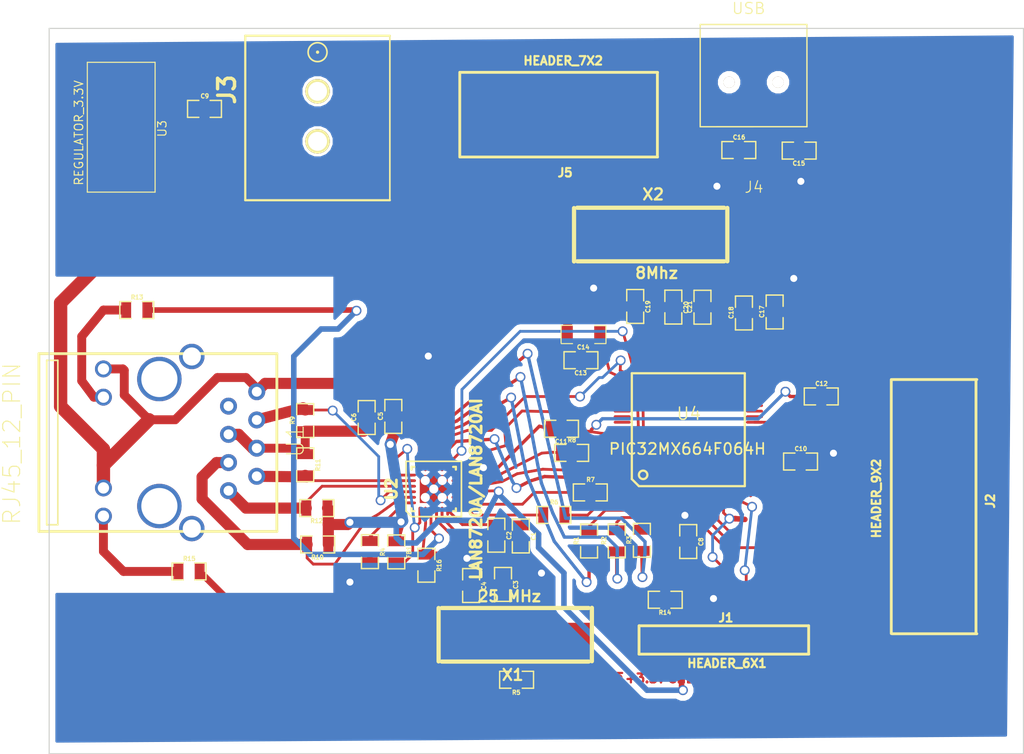
<source format=kicad_pcb>
(kicad_pcb (version 3) (host pcbnew "(2013-08-24 BZR 4298)-stable")

  (general
    (links 155)
    (no_connects 45)
    (area 28.65159 58.632667 119.780001 129.560001)
    (thickness 1.6)
    (drawings 11)
    (tracks 563)
    (zones 0)
    (modules 48)
    (nets 67)
  )

  (page A4)
  (layers
    (15 F.Cu signal)
    (0 B.Cu signal)
    (16 B.Adhes user)
    (17 F.Adhes user)
    (18 B.Paste user)
    (19 F.Paste user)
    (20 B.SilkS user)
    (21 F.SilkS user)
    (22 B.Mask user)
    (23 F.Mask user)
    (24 Dwgs.User user)
    (25 Cmts.User user)
    (26 Eco1.User user)
    (27 Eco2.User user)
    (28 Edge.Cuts user)
  )

  (setup
    (last_trace_width 0.2)
    (user_trace_width 0.2)
    (user_trace_width 0.25)
    (user_trace_width 0.3)
    (user_trace_width 0.4)
    (user_trace_width 0.5)
    (user_trace_width 0.6)
    (user_trace_width 0.7)
    (user_trace_width 0.8)
    (user_trace_width 0.9)
    (user_trace_width 1)
    (user_trace_width 1.1)
    (user_trace_width 1.2)
    (trace_clearance 0.2)
    (zone_clearance 0.508)
    (zone_45_only no)
    (trace_min 0.2)
    (segment_width 0.2)
    (edge_width 0.1)
    (via_size 0.889)
    (via_drill 0.635)
    (via_min_size 0.889)
    (via_min_drill 0.508)
    (uvia_size 0.508)
    (uvia_drill 0.127)
    (uvias_allowed no)
    (uvia_min_size 0.508)
    (uvia_min_drill 0.127)
    (pcb_text_width 0.3)
    (pcb_text_size 1.5 1.5)
    (mod_edge_width 0.15)
    (mod_text_size 1 1)
    (mod_text_width 0.15)
    (pad_size 0.9906 2.54)
    (pad_drill 0)
    (pad_to_mask_clearance 0)
    (aux_axis_origin 0 0)
    (visible_elements 7FFFFFFF)
    (pcbplotparams
      (layerselection 3178497)
      (usegerberextensions true)
      (excludeedgelayer true)
      (linewidth 0.150000)
      (plotframeref false)
      (viasonmask false)
      (mode 1)
      (useauxorigin false)
      (hpglpennumber 1)
      (hpglpenspeed 20)
      (hpglpendiameter 15)
      (hpglpenoverlay 2)
      (psnegative false)
      (psa4output false)
      (plotreference true)
      (plotvalue true)
      (plotothertext true)
      (plotinvisibletext false)
      (padsonsilk false)
      (subtractmaskfromsilk false)
      (outputformat 1)
      (mirror false)
      (drillshape 1)
      (scaleselection 1)
      (outputdirectory ""))
  )

  (net 0 "")
  (net 1 +3.3v)
  (net 2 +5v_Vbus)
  (net 3 AVDD)
  (net 4 D+)
  (net 5 D-)
  (net 6 ECRSDV)
  (net 7 EMDC)
  (net 8 EMDIO)
  (net 9 EREFCLK)
  (net 10 ERXD0)
  (net 11 ERXD1)
  (net 12 ERXERR)
  (net 13 ETXD0)
  (net 14 ETXD1)
  (net 15 ETXEN)
  (net 16 GND)
  (net 17 GreenLED)
  (net 18 ICSPCLK_RB1)
  (net 19 ICSPDAT_RB0)
  (net 20 N-000001)
  (net 21 N-0000012)
  (net 22 N-0000013)
  (net 23 N-0000014)
  (net 24 N-0000015)
  (net 25 N-0000017)
  (net 26 N-0000018)
  (net 27 N-000002)
  (net 28 N-0000025)
  (net 29 N-0000028)
  (net 30 N-0000029)
  (net 31 N-000003)
  (net 32 N-0000030)
  (net 33 N-000004)
  (net 34 N-0000069)
  (net 35 N-0000074)
  (net 36 RB10)
  (net 37 RB11)
  (net 38 RB12)
  (net 39 RB13)
  (net 40 RB14)
  (net 41 RB2)
  (net 42 RB3)
  (net 43 RB4)
  (net 44 RB5)
  (net 45 RB6)
  (net 46 RB7)
  (net 47 RB8)
  (net 48 RB9)
  (net 49 RD0)
  (net 50 RD10)
  (net 51 RD11)
  (net 52 RD2)
  (net 53 RD3)
  (net 54 RD4)
  (net 55 RD5)
  (net 56 RD6)
  (net 57 RD7)
  (net 58 RD8)
  (net 59 RD9)
  (net 60 RXN)
  (net 61 RXP)
  (net 62 TXN)
  (net 63 TXP)
  (net 64 YellowLED)
  (net 65 nRST)
  (net 66 ~MCLR~)

  (net_class Default "This is the default net class."
    (clearance 0.2)
    (trace_width 0.2)
    (via_dia 0.889)
    (via_drill 0.635)
    (uvia_dia 0.508)
    (uvia_drill 0.127)
    (add_net "")
    (add_net +3.3v)
    (add_net +5v_Vbus)
    (add_net AVDD)
    (add_net D+)
    (add_net D-)
    (add_net ECRSDV)
    (add_net EMDC)
    (add_net EMDIO)
    (add_net EREFCLK)
    (add_net ERXD0)
    (add_net ERXD1)
    (add_net ERXERR)
    (add_net ETXD0)
    (add_net ETXD1)
    (add_net ETXEN)
    (add_net GND)
    (add_net GreenLED)
    (add_net ICSPCLK_RB1)
    (add_net ICSPDAT_RB0)
    (add_net N-000001)
    (add_net N-0000012)
    (add_net N-0000013)
    (add_net N-0000014)
    (add_net N-0000015)
    (add_net N-0000017)
    (add_net N-0000018)
    (add_net N-000002)
    (add_net N-0000025)
    (add_net N-0000028)
    (add_net N-0000029)
    (add_net N-000003)
    (add_net N-0000030)
    (add_net N-000004)
    (add_net N-0000069)
    (add_net N-0000074)
    (add_net RB10)
    (add_net RB11)
    (add_net RB12)
    (add_net RB13)
    (add_net RB14)
    (add_net RB2)
    (add_net RB3)
    (add_net RB4)
    (add_net RB5)
    (add_net RB6)
    (add_net RB7)
    (add_net RB8)
    (add_net RB9)
    (add_net RD0)
    (add_net RD10)
    (add_net RD11)
    (add_net RD2)
    (add_net RD3)
    (add_net RD4)
    (add_net RD5)
    (add_net RD6)
    (add_net RD7)
    (add_net RD8)
    (add_net RD9)
    (add_net RXN)
    (add_net RXP)
    (add_net TXN)
    (add_net TXP)
    (add_net YellowLED)
    (add_net nRST)
    (add_net ~MCLR~)
  )

  (module TED_SM1206 (layer F.Cu) (tedit 522E5F8D) (tstamp 52467A28)
    (at 81.08 92.82 180)
    (path /523F8B05)
    (attr smd)
    (fp_text reference C14 (at 0.0254 -1.14808 180) (layer F.SilkS)
      (effects (font (size 0.381 0.381) (thickness 0.09398)))
    )
    (fp_text value 10uF (at 0.10668 1.19888 180) (layer F.SilkS) hide
      (effects (font (size 0.381 0.381) (thickness 0.09398)))
    )
    (fp_line (start -1.00076 0.79756) (end -2.01676 0.79756) (layer F.SilkS) (width 0.09906))
    (fp_line (start -2.02184 0.762) (end -2.02184 -0.762) (layer F.SilkS) (width 0.09906))
    (fp_line (start -2.02184 -0.82296) (end -1.00584 -0.82296) (layer F.SilkS) (width 0.09906))
    (fp_line (start 0.98552 -0.82804) (end 2.00152 -0.82804) (layer F.SilkS) (width 0.09906))
    (fp_line (start 2.01676 -0.762) (end 2.01676 0.762) (layer F.SilkS) (width 0.09906))
    (fp_line (start 2.01168 0.81788) (end 0.99568 0.81788) (layer F.SilkS) (width 0.09906))
    (pad 1 smd rect (at -1.46304 -0.01524 180) (size 1.00076 1.50114)
      (layers F.Cu F.Paste F.Mask)
      (net 25 N-0000017)
    )
    (pad 2 smd rect (at 1.46304 -0.00508 180) (size 1.00076 1.5494)
      (layers F.Cu F.Paste F.Mask)
      (net 16 GND)
    )
    (model smd/chip_cms.wrl
      (at (xyz 0 0 0))
      (scale (xyz 0.1 0.1 0.1))
      (rotate (xyz 0 0 0))
    )
  )

  (module TED_USB_SMT_MINI (layer F.Cu) (tedit 521A2BF5) (tstamp 52467AEB)
    (at 96.375 69.525 180)
    (path /5241120F)
    (fp_text reference J4 (at -0.0381 -10.04316 180) (layer F.SilkS)
      (effects (font (size 1.00076 1.00076) (thickness 0.09906)))
    )
    (fp_text value USB (at 0.4445 6.0452 180) (layer F.SilkS)
      (effects (font (size 1.00076 1.00076) (thickness 0.09906)))
    )
    (fp_line (start -4.8006 -4.59994) (end 4.8006 -4.60248) (layer F.SilkS) (width 0.127))
    (fp_line (start 4.8006 -4.60248) (end 4.8006 4.59994) (layer F.SilkS) (width 0.127))
    (fp_line (start 4.8006 4.59994) (end -4.8006 4.59994) (layer F.SilkS) (width 0.127))
    (fp_line (start -4.8006 4.59994) (end -4.8006 -4.59994) (layer F.SilkS) (width 0.127))
    (pad GP smd rect (at 4.45008 -3.0988 180) (size 1.6002 1.6002)
      (layers F.Cu F.Paste F.Mask)
    )
    (pad GP smd rect (at 4.45008 2.4003 180) (size 1.6002 1.6002)
      (layers F.Cu F.Paste F.Mask)
    )
    (pad GP smd rect (at -4.45008 -3.0988 180) (size 1.6002 1.6002)
      (layers F.Cu F.Paste F.Mask)
    )
    (pad "" thru_hole circle (at 2.19964 -0.59944 180) (size 1.00076 1.00076) (drill 1.00076)
      (layers *.Cu *.Mask F.SilkS)
    )
    (pad 4 smd rect (at 0.8001 -3.70078 180) (size 0.50038 1.19888)
      (layers F.Cu F.Paste F.Mask)
      (net 16 GND)
    )
    (pad 1 smd rect (at -1.6002 -3.70078 180) (size 0.50038 1.19888)
      (layers F.Cu F.Paste F.Mask)
      (net 2 +5v_Vbus)
    )
    (pad 2 smd rect (at -0.8001 -3.70078 180) (size 0.50038 1.19888)
      (layers F.Cu F.Paste F.Mask)
      (net 5 D-)
    )
    (pad 5 smd rect (at 1.6002 -3.70078 180) (size 0.50038 1.19888)
      (layers F.Cu F.Paste F.Mask)
      (net 34 N-0000069)
    )
    (pad 3 smd rect (at 0.0127 -3.70078 180) (size 0.50038 1.19888)
      (layers F.Cu F.Paste F.Mask)
      (net 4 D+)
    )
    (pad GP smd rect (at -4.45008 2.4003 180) (size 1.6002 1.6002)
      (layers F.Cu F.Paste F.Mask)
    )
    (pad "" thru_hole circle (at -2.19964 -0.59944 180) (size 1.00076 1.00076) (drill 1.00076)
      (layers *.Cu *.Mask F.SilkS)
    )
  )

  (module TQFP_64 (layer F.Cu) (tedit 48A969ED) (tstamp 52467C56)
    (at 90.425 101.475)
    (tags "TQFP64 TQFP SMD IC")
    (path /523BFA34)
    (fp_text reference U4 (at 0.127 -1.524) (layer F.SilkS)
      (effects (font (size 1.09982 1.09982) (thickness 0.127)))
    )
    (fp_text value PIC32MX664F064H (at 0 1.651) (layer F.SilkS)
      (effects (font (size 1.00076 1.00076) (thickness 0.1524)))
    )
    (fp_circle (center -3.98272 3.98272) (end -3.98272 3.60172) (layer F.SilkS) (width 0.2032))
    (fp_line (start 5.16128 -5.16128) (end -4.99872 -5.16128) (layer F.SilkS) (width 0.2032))
    (fp_line (start -4.99872 -5.16128) (end -4.99872 4.36372) (layer F.SilkS) (width 0.2032))
    (fp_line (start -4.99872 4.36372) (end -4.36372 4.99872) (layer F.SilkS) (width 0.2032))
    (fp_line (start -4.36372 4.99872) (end 5.16128 4.99872) (layer F.SilkS) (width 0.2032))
    (fp_line (start 5.16128 4.99872) (end 5.16128 -5.16128) (layer F.SilkS) (width 0.2032))
    (pad 1 smd rect (at -3.74904 5.86994) (size 0.24892 1.524)
      (layers F.Cu F.Paste F.Mask)
      (net 15 ETXEN)
    )
    (pad 2 smd oval (at -3.24866 5.86994) (size 0.24892 1.524)
      (layers F.Cu F.Paste F.Mask)
      (net 13 ETXD0)
    )
    (pad 3 smd oval (at -2.74828 5.86994) (size 0.24892 1.524)
      (layers F.Cu F.Paste F.Mask)
      (net 14 ETXD1)
    )
    (pad 4 smd oval (at -2.2479 5.86994) (size 0.24892 1.524)
      (layers F.Cu F.Paste F.Mask)
    )
    (pad 5 smd oval (at -1.74752 5.86994) (size 0.24892 1.524)
      (layers F.Cu F.Paste F.Mask)
    )
    (pad 6 smd oval (at -1.24968 5.86994) (size 0.24892 1.524)
      (layers F.Cu F.Paste F.Mask)
    )
    (pad 7 smd oval (at -0.7493 5.86994) (size 0.24892 1.524)
      (layers F.Cu F.Paste F.Mask)
      (net 66 ~MCLR~)
    )
    (pad 8 smd oval (at -0.24892 5.86994) (size 0.24892 1.524)
      (layers F.Cu F.Paste F.Mask)
    )
    (pad 9 smd oval (at 0.25146 5.86994) (size 0.24892 1.524)
      (layers F.Cu F.Paste F.Mask)
      (net 16 GND)
    )
    (pad 10 smd oval (at 0.75184 5.86994) (size 0.24892 1.524)
      (layers F.Cu F.Paste F.Mask)
      (net 1 +3.3v)
    )
    (pad 11 smd oval (at 1.25222 5.86994) (size 0.24892 1.524)
      (layers F.Cu F.Paste F.Mask)
      (net 44 RB5)
    )
    (pad 12 smd oval (at 1.75006 5.86994) (size 0.24892 1.524)
      (layers F.Cu F.Paste F.Mask)
      (net 43 RB4)
    )
    (pad 13 smd oval (at 2.25044 5.86994) (size 0.24892 1.524)
      (layers F.Cu F.Paste F.Mask)
      (net 42 RB3)
    )
    (pad 14 smd oval (at 2.75082 5.86994) (size 0.24892 1.524)
      (layers F.Cu F.Paste F.Mask)
      (net 41 RB2)
    )
    (pad 15 smd oval (at 3.2512 5.86994) (size 0.24892 1.524)
      (layers F.Cu F.Paste F.Mask)
      (net 18 ICSPCLK_RB1)
    )
    (pad 16 smd oval (at 3.75158 5.86994) (size 0.24892 1.524)
      (layers F.Cu F.Paste F.Mask)
      (net 19 ICSPDAT_RB0)
    )
    (pad 17 smd oval (at 6.0325 3.74904) (size 1.524 0.24892)
      (layers F.Cu F.Paste F.Mask)
      (net 45 RB6)
    )
    (pad 18 smd oval (at 6.0325 3.24866) (size 1.524 0.24892)
      (layers F.Cu F.Paste F.Mask)
      (net 46 RB7)
    )
    (pad 19 smd oval (at 6.0325 2.74828) (size 1.524 0.24892)
      (layers F.Cu F.Paste F.Mask)
      (net 1 +3.3v)
    )
    (pad 20 smd oval (at 6.0325 2.2479) (size 1.524 0.24892)
      (layers F.Cu F.Paste F.Mask)
      (net 16 GND)
    )
    (pad 21 smd oval (at 6.0325 1.74752) (size 1.524 0.24892)
      (layers F.Cu F.Paste F.Mask)
      (net 47 RB8)
    )
    (pad 22 smd oval (at 6.0325 1.24968) (size 1.524 0.24892)
      (layers F.Cu F.Paste F.Mask)
      (net 48 RB9)
    )
    (pad 23 smd oval (at 6.0325 0.7493) (size 1.524 0.24892)
      (layers F.Cu F.Paste F.Mask)
      (net 36 RB10)
    )
    (pad 24 smd oval (at 6.0325 0.24892) (size 1.524 0.24892)
      (layers F.Cu F.Paste F.Mask)
      (net 37 RB11)
    )
    (pad 25 smd oval (at 6.0325 -0.25146) (size 1.524 0.24892)
      (layers F.Cu F.Paste F.Mask)
      (net 16 GND)
    )
    (pad 26 smd oval (at 6.0325 -0.75184) (size 1.524 0.24892)
      (layers F.Cu F.Paste F.Mask)
      (net 1 +3.3v)
    )
    (pad 27 smd oval (at 6.0325 -1.25222) (size 1.524 0.24892)
      (layers F.Cu F.Paste F.Mask)
      (net 38 RB12)
    )
    (pad 28 smd oval (at 6.0325 -1.75006) (size 1.524 0.24892)
      (layers F.Cu F.Paste F.Mask)
      (net 39 RB13)
    )
    (pad 29 smd oval (at 6.0325 -2.25044) (size 1.524 0.24892)
      (layers F.Cu F.Paste F.Mask)
      (net 40 RB14)
    )
    (pad 30 smd oval (at 6.0325 -2.75082) (size 1.524 0.24892)
      (layers F.Cu F.Paste F.Mask)
      (net 7 EMDC)
    )
    (pad 31 smd oval (at 6.0325 -3.2512) (size 1.524 0.24892)
      (layers F.Cu F.Paste F.Mask)
    )
    (pad 32 smd oval (at 6.0325 -3.75158) (size 1.524 0.24892)
      (layers F.Cu F.Paste F.Mask)
    )
    (pad 33 smd oval (at 3.75158 -6.0325) (size 0.24892 1.524)
      (layers F.Cu F.Paste F.Mask)
    )
    (pad 34 smd oval (at 3.2512 -6.0325) (size 0.24892 1.524)
      (layers F.Cu F.Paste F.Mask)
      (net 2 +5v_Vbus)
    )
    (pad 35 smd oval (at 2.75082 -6.0325) (size 0.24892 1.524)
      (layers F.Cu F.Paste F.Mask)
      (net 1 +3.3v)
    )
    (pad 36 smd oval (at 2.25044 -6.0325) (size 0.24892 1.524)
      (layers F.Cu F.Paste F.Mask)
      (net 5 D-)
    )
    (pad 37 smd oval (at 1.75006 -6.0325) (size 0.24892 1.524)
      (layers F.Cu F.Paste F.Mask)
      (net 4 D+)
    )
    (pad 38 smd oval (at 1.25222 -6.0325) (size 0.24892 1.524)
      (layers F.Cu F.Paste F.Mask)
      (net 1 +3.3v)
    )
    (pad 39 smd oval (at 0.75184 -6.0325) (size 0.24892 1.524)
      (layers F.Cu F.Paste F.Mask)
      (net 35 N-0000074)
    )
    (pad 40 smd oval (at 0.25146 -6.0325) (size 0.24892 1.524)
      (layers F.Cu F.Paste F.Mask)
      (net 26 N-0000018)
    )
    (pad 41 smd oval (at -0.24892 -6.0325) (size 0.24892 1.524)
      (layers F.Cu F.Paste F.Mask)
      (net 16 GND)
    )
    (pad 42 smd oval (at -0.7493 -6.0325) (size 0.24892 1.524)
      (layers F.Cu F.Paste F.Mask)
      (net 58 RD8)
    )
    (pad 43 smd oval (at -1.24968 -6.0325) (size 0.24892 1.524)
      (layers F.Cu F.Paste F.Mask)
      (net 59 RD9)
    )
    (pad 44 smd oval (at -1.74752 -6.0325) (size 0.24892 1.524)
      (layers F.Cu F.Paste F.Mask)
      (net 50 RD10)
    )
    (pad 45 smd oval (at -2.2479 -6.0325) (size 0.24892 1.524)
      (layers F.Cu F.Paste F.Mask)
      (net 51 RD11)
    )
    (pad 46 smd oval (at -2.74828 -6.0325) (size 0.24892 1.524)
      (layers F.Cu F.Paste F.Mask)
      (net 49 RD0)
    )
    (pad 47 smd oval (at -3.24866 -6.0325) (size 0.24892 1.524)
      (layers F.Cu F.Paste F.Mask)
    )
    (pad 48 smd oval (at -3.74904 -6.0325) (size 0.24892 1.524)
      (layers F.Cu F.Paste F.Mask)
    )
    (pad 49 smd oval (at -5.86994 -3.75158) (size 1.524 0.24892)
      (layers F.Cu F.Paste F.Mask)
      (net 8 EMDIO)
    )
    (pad 50 smd oval (at -5.86994 -3.2512) (size 1.524 0.24892)
      (layers F.Cu F.Paste F.Mask)
      (net 52 RD2)
    )
    (pad 52 smd oval (at -5.86994 -2.25044) (size 1.524 0.24892)
      (layers F.Cu F.Paste F.Mask)
      (net 54 RD4)
    )
    (pad 51 smd oval (at -5.88772 -2.75082) (size 1.524 0.24892)
      (layers F.Cu F.Paste F.Mask)
      (net 53 RD3)
    )
    (pad 53 smd oval (at -5.86994 -1.75006) (size 1.524 0.24892)
      (layers F.Cu F.Paste F.Mask)
      (net 55 RD5)
    )
    (pad 54 smd oval (at -5.86994 -1.25222) (size 1.524 0.24892)
      (layers F.Cu F.Paste F.Mask)
      (net 56 RD6)
    )
    (pad 55 smd oval (at -5.86994 -0.75184) (size 1.524 0.24892)
      (layers F.Cu F.Paste F.Mask)
      (net 57 RD7)
    )
    (pad 56 smd oval (at -5.86994 -0.25146) (size 1.524 0.24892)
      (layers F.Cu F.Paste F.Mask)
      (net 25 N-0000017)
    )
    (pad 57 smd oval (at -5.86994 0.24892) (size 1.524 0.24892)
      (layers F.Cu F.Paste F.Mask)
      (net 1 +3.3v)
    )
    (pad 58 smd oval (at -5.86994 0.7493) (size 1.524 0.24892)
      (layers F.Cu F.Paste F.Mask)
      (net 65 nRST)
    )
    (pad 59 smd oval (at -5.86994 1.24206) (size 1.524 0.24892)
      (layers F.Cu F.Paste F.Mask)
    )
    (pad 60 smd oval (at -5.86994 1.74244) (size 1.524 0.24892)
      (layers F.Cu F.Paste F.Mask)
      (net 11 ERXD1)
    )
    (pad 61 smd oval (at -5.86994 2.24282) (size 1.524 0.24892)
      (layers F.Cu F.Paste F.Mask)
      (net 10 ERXD0)
    )
    (pad 62 smd oval (at -5.86994 2.7432) (size 1.524 0.24892)
      (layers F.Cu F.Paste F.Mask)
      (net 6 ECRSDV)
    )
    (pad 63 smd oval (at -5.86994 3.24104) (size 1.524 0.24892)
      (layers F.Cu F.Paste F.Mask)
      (net 9 EREFCLK)
    )
    (pad 64 smd oval (at -5.86994 3.74142) (size 1.524 0.24892)
      (layers F.Cu F.Paste F.Mask)
      (net 12 ERXERR)
    )
    (model smd/TQFP_64.wrl
      (at (xyz 0 0 0.001))
      (scale (xyz 0.3937 0.3937 0.3937))
      (rotate (xyz 0 0 0))
    )
  )

  (module TED_crystal_SMT_13x5mm (layer F.Cu) (tedit 4C13C050) (tstamp 52467CBD)
    (at 74.94 119.86 180)
    (path /523E7BF0)
    (fp_text reference X1 (at 0.2286 -3.60172 180) (layer F.SilkS)
      (effects (font (size 1.00076 1.00076) (thickness 0.20066)))
    )
    (fp_text value "25 MHz" (at 0.5334 3.47472 180) (layer F.SilkS)
      (effects (font (size 1.00076 1.00076) (thickness 0.20066)))
    )
    (fp_line (start 6.89356 -2.3876) (end 6.89356 2.41808) (layer F.SilkS) (width 0.381))
    (fp_line (start -6.89356 -2.37236) (end -6.89356 2.43332) (layer F.SilkS) (width 0.381))
    (fp_line (start -6.59892 2.41808) (end 6.61416 2.41808) (layer F.SilkS) (width 0.381))
    (fp_line (start -6.604 -2.40284) (end 6.60908 -2.40284) (layer F.SilkS) (width 0.381))
    (pad 1 smd rect (at -5.08 0.03556 180) (size 3.79984 2.10058)
      (layers F.Cu F.Paste F.Mask)
      (net 31 N-000003)
    )
    (pad 2 smd rect (at 5.08 -0.06096 180) (size 3.79984 2.10058)
      (layers F.Cu F.Paste F.Mask)
      (net 23 N-0000014)
    )
  )

  (module TED_crystal_SMT_13x5mm (layer F.Cu) (tedit 4C13C050) (tstamp 52467CC7)
    (at 87.12 83.82)
    (path /523F7B39)
    (fp_text reference X2 (at 0.2286 -3.60172) (layer F.SilkS)
      (effects (font (size 1.00076 1.00076) (thickness 0.20066)))
    )
    (fp_text value 8Mhz (at 0.5334 3.47472) (layer F.SilkS)
      (effects (font (size 1.00076 1.00076) (thickness 0.20066)))
    )
    (fp_line (start 6.89356 -2.3876) (end 6.89356 2.41808) (layer F.SilkS) (width 0.381))
    (fp_line (start -6.89356 -2.37236) (end -6.89356 2.43332) (layer F.SilkS) (width 0.381))
    (fp_line (start -6.59892 2.41808) (end 6.61416 2.41808) (layer F.SilkS) (width 0.381))
    (fp_line (start -6.604 -2.40284) (end 6.60908 -2.40284) (layer F.SilkS) (width 0.381))
    (pad 1 smd rect (at -5.08 0.03556) (size 3.79984 2.10058)
      (layers F.Cu F.Paste F.Mask)
      (net 26 N-0000018)
    )
    (pad 2 smd rect (at 5.08 -0.06096) (size 3.79984 2.10058)
      (layers F.Cu F.Paste F.Mask)
      (net 35 N-0000074)
    )
  )

  (module TED_RJ45_12pin_Bottom (layer F.Cu) (tedit 5244FBB3) (tstamp 52467EB3)
    (at 42.8 102.55 270)
    (path /5245188F)
    (fp_text reference U1 (at -0.1524 -12.36472 270) (layer F.SilkS)
      (effects (font (thickness 0.09906)))
    )
    (fp_text value RJ45_12_PIN (at 0.1016 13.13688 270) (layer F.SilkS)
      (effects (font (thickness 0.09906)))
    )
    (fp_line (start -7.4 9) (end -7.4 10) (layer F.SilkS) (width 0.15))
    (fp_line (start -7.4 10) (end 7.4 10) (layer F.SilkS) (width 0.15))
    (fp_line (start 7.4 10) (end 7.4 9) (layer F.SilkS) (width 0.15))
    (fp_line (start 7.4 9) (end -7.4 9) (layer F.SilkS) (width 0.15))
    (fp_line (start -8 -10.7) (end 8 -10.7) (layer F.SilkS) (width 0.254))
    (fp_line (start 8 -10.7) (end 8 10.7) (layer F.SilkS) (width 0.254))
    (fp_line (start 8 10.7) (end -8 10.7) (layer F.SilkS) (width 0.254))
    (fp_line (start -8 10.7) (end -8 -10.7) (layer F.SilkS) (width 0.254))
    (pad 12 thru_hole circle (at -6.625 4.9 270) (size 1.524 1.524) (drill 1.02)
      (layers F.Cu)
      (net 16 GND)
      (clearance 0.2)
    )
    (pad 11 thru_hole circle (at -4.085 4.9 270) (size 1.524 1.524) (drill 1.02)
      (layers F.Cu)
      (net 64 YellowLED)
      (clearance 0.2)
    )
    (pad 10 thru_hole circle (at 4.085 4.9 270) (size 1.524 1.524) (drill 1.02)
      (layers F.Cu)
      (net 16 GND)
      (clearance 0.2)
    )
    (pad 9 thru_hole circle (at 6.625 4.9 270) (size 1.524 1.524) (drill 1.02)
      (layers F.Cu)
      (net 17 GreenLED)
      (clearance 0.2)
    )
    (pad 7 thru_hole circle (at -3.2766 -6.35 270) (size 1.524 1.524) (drill 0.89)
      (layers F.Cu)
    )
    (pad 3 thru_hole circle (at 1.8034 -6.35 270) (size 1.524 1.524) (drill 0.89)
      (layers F.Cu)
      (net 61 RXP)
    )
    (pad 5 thru_hole circle (at -0.7366 -6.35 270) (size 1.524 1.524) (drill 0.89)
      (layers F.Cu)
      (net 1 +3.3v)
    )
    (pad 1 thru_hole circle (at 4.33324 -6.35 270) (size 1.524 1.524) (drill 0.89)
      (layers F.Cu)
      (net 63 TXP)
    )
    (pad 2 thru_hole circle (at 3.03784 -8.89 270) (size 1.524 1.524) (drill 0.89)
      (layers F.Cu)
      (net 62 TXN)
    )
    (pad 6 thru_hole circle (at -2.032 -8.89 270) (size 1.524 1.524) (drill 0.89)
      (layers F.Cu)
      (net 60 RXN)
    )
    (pad 4 thru_hole circle (at 0.508 -8.89 270) (size 1.524 1.524) (drill 0.89)
      (layers F.Cu)
      (net 1 +3.3v)
    )
    (pad "" thru_hole circle (at 5.715 -0.13208 270) (size 4 4) (drill 3.25)
      (layers F.Cu)
    )
    (pad "" thru_hole circle (at -5.715 -0.13208 270) (size 4 4) (drill 3.25)
      (layers F.Cu)
      (clearance 0.3)
    )
    (pad "" thru_hole circle (at -7.745 -3.05 270) (size 2.286 2.286) (drill 1.63)
      (layers F.Cu)
      (clearance 0.3)
    )
    (pad "" thru_hole circle (at 7.745 -3.05 270) (size 2.286 2.286) (drill 1.63)
      (layers F.Cu)
      (clearance 0.3)
    )
    (pad 8 thru_hole circle (at -4.572 -8.89 270) (size 1.524 1.524) (drill 0.89)
      (layers F.Cu)
      (net 16 GND)
    )
  )

  (module TED_DC_2.1mm_SMT (layer F.Cu) (tedit 52450317) (tstamp 5246829E)
    (at 57.16 70.94 90)
    (path /523E218E)
    (fp_text reference J3 (at 0.15748 -8.15848 90) (layer F.SilkS)
      (effects (font (thickness 0.3048)))
    )
    (fp_text value "Logic DC_2.1MM" (at 0.1016 8.49884 90) (layer F.SilkS) hide
      (effects (font (thickness 0.3048)))
    )
    (fp_circle (center 3.525 0) (end 3.525 -0.075) (layer F.SilkS) (width 0.15))
    (fp_circle (center 3.525 0) (end 3.55 -0.85) (layer F.SilkS) (width 0.15))
    (fp_line (start -9.8 -6.5024) (end 5 -6.5024) (layer F.SilkS) (width 0.20066))
    (fp_line (start 5 -6.5024) (end 5 6.5024) (layer F.SilkS) (width 0.20066))
    (fp_line (start 5 6.5024) (end -9.8 6.5024) (layer F.SilkS) (width 0.15))
    (fp_line (start -9.8 6.5024) (end -9.8 -6.5024) (layer F.SilkS) (width 0.20066))
    (pad 4 thru_hole circle (at -4.5 0 90) (size 2.2 2.2) (drill 1.7)
      (layers F.Cu F.SilkS)
      (clearance 0.2)
    )
    (pad 3 smd rect (at 0 5.4 90) (size 1.99898 1.99898)
      (layers F.Cu F.Paste F.Mask)
      (clearance 0.2)
    )
    (pad 3 smd rect (at -6.1 5.4 90) (size 1.99898 1.99898)
      (layers F.Cu F.Paste F.Mask)
    )
    (pad 2 smd rect (at 0 -5.41528 90) (size 1.99898 1.99898)
      (layers F.Cu F.Paste F.Mask)
      (net 16 GND)
      (clearance 0.2)
    )
    (pad 1 smd rect (at -6.1 -5.4 90) (size 1.99898 1.99898)
      (layers F.Cu F.Paste F.Mask)
      (net 2 +5v_Vbus)
      (clearance 0.2)
    )
    (pad 4 thru_hole circle (at 0 0 90) (size 2.2 2.2) (drill 1.7)
      (layers *.Mask F.Cu F.SilkS)
      (clearance 0.2)
    )
  )

  (module TED_SM0805 (layer F.Cu) (tedit 522E5F71) (tstamp 52467BBD)
    (at 66.95 113.59 270)
    (path /523E8A3C)
    (attr smd)
    (fp_text reference R16 (at 0.0254 -1.14808 270) (layer F.SilkS)
      (effects (font (size 0.381 0.381) (thickness 0.09398)))
    )
    (fp_text value "10k 1%" (at 0.10668 1.19888 270) (layer F.SilkS) hide
      (effects (font (size 0.381 0.381) (thickness 0.09398)))
    )
    (fp_line (start -0.508 0.762) (end -1.524 0.762) (layer F.SilkS) (width 0.127))
    (fp_line (start -1.524 0.762) (end -1.524 -0.762) (layer F.SilkS) (width 0.127))
    (fp_line (start -1.524 -0.762) (end -0.508 -0.762) (layer F.SilkS) (width 0.127))
    (fp_line (start 0.508 -0.762) (end 1.524 -0.762) (layer F.SilkS) (width 0.127))
    (fp_line (start 1.524 -0.762) (end 1.524 0.762) (layer F.SilkS) (width 0.127))
    (fp_line (start 1.524 0.762) (end 0.508 0.762) (layer F.SilkS) (width 0.127))
    (pad 1 smd rect (at -0.9525 0 270) (size 0.889 1.397)
      (layers F.Cu F.Paste F.Mask)
      (net 27 N-000002)
    )
    (pad 2 smd rect (at 0.9525 0 270) (size 0.889 1.397)
      (layers F.Cu F.Paste F.Mask)
      (net 16 GND)
    )
    (model smd/chip_cms.wrl
      (at (xyz 0 0 0))
      (scale (xyz 0.1 0.1 0.1))
      (rotate (xyz 0 0 0))
    )
  )

  (module TED_SM0805 (layer F.Cu) (tedit 522E5F71) (tstamp 52467BB1)
    (at 45.6 114.15)
    (path /523E8044)
    (attr smd)
    (fp_text reference R15 (at 0.0254 -1.14808) (layer F.SilkS)
      (effects (font (size 0.381 0.381) (thickness 0.09398)))
    )
    (fp_text value 255 (at 0.10668 1.19888) (layer F.SilkS) hide
      (effects (font (size 0.381 0.381) (thickness 0.09398)))
    )
    (fp_line (start -0.508 0.762) (end -1.524 0.762) (layer F.SilkS) (width 0.127))
    (fp_line (start -1.524 0.762) (end -1.524 -0.762) (layer F.SilkS) (width 0.127))
    (fp_line (start -1.524 -0.762) (end -0.508 -0.762) (layer F.SilkS) (width 0.127))
    (fp_line (start 0.508 -0.762) (end 1.524 -0.762) (layer F.SilkS) (width 0.127))
    (fp_line (start 1.524 -0.762) (end 1.524 0.762) (layer F.SilkS) (width 0.127))
    (fp_line (start 1.524 0.762) (end 0.508 0.762) (layer F.SilkS) (width 0.127))
    (pad 1 smd rect (at -0.9525 0) (size 0.889 1.397)
      (layers F.Cu F.Paste F.Mask)
      (net 17 GreenLED)
    )
    (pad 2 smd rect (at 0.9525 0) (size 0.889 1.397)
      (layers F.Cu F.Paste F.Mask)
      (net 27 N-000002)
    )
    (model smd/chip_cms.wrl
      (at (xyz 0 0 0))
      (scale (xyz 0.1 0.1 0.1))
      (rotate (xyz 0 0 0))
    )
  )

  (module TED_SM0805 (layer F.Cu) (tedit 522E5F71) (tstamp 52467BA5)
    (at 88.43 116.7 180)
    (path /523F485A)
    (attr smd)
    (fp_text reference R14 (at 0.0254 -1.14808 180) (layer F.SilkS)
      (effects (font (size 0.381 0.381) (thickness 0.09398)))
    )
    (fp_text value 4.7k (at 0.10668 1.19888 180) (layer F.SilkS) hide
      (effects (font (size 0.381 0.381) (thickness 0.09398)))
    )
    (fp_line (start -0.508 0.762) (end -1.524 0.762) (layer F.SilkS) (width 0.127))
    (fp_line (start -1.524 0.762) (end -1.524 -0.762) (layer F.SilkS) (width 0.127))
    (fp_line (start -1.524 -0.762) (end -0.508 -0.762) (layer F.SilkS) (width 0.127))
    (fp_line (start 0.508 -0.762) (end 1.524 -0.762) (layer F.SilkS) (width 0.127))
    (fp_line (start 1.524 -0.762) (end 1.524 0.762) (layer F.SilkS) (width 0.127))
    (fp_line (start 1.524 0.762) (end 0.508 0.762) (layer F.SilkS) (width 0.127))
    (pad 1 smd rect (at -0.9525 0 180) (size 0.889 1.397)
      (layers F.Cu F.Paste F.Mask)
      (net 1 +3.3v)
    )
    (pad 2 smd rect (at 0.9525 0 180) (size 0.889 1.397)
      (layers F.Cu F.Paste F.Mask)
      (net 66 ~MCLR~)
    )
    (model smd/chip_cms.wrl
      (at (xyz 0 0 0))
      (scale (xyz 0.1 0.1 0.1))
      (rotate (xyz 0 0 0))
    )
  )

  (module TED_SM0805 (layer F.Cu) (tedit 522E5F71) (tstamp 52467B8D)
    (at 57.1 108.45 180)
    (path /523F1FBF)
    (attr smd)
    (fp_text reference R12 (at 0.0254 -1.14808 180) (layer F.SilkS)
      (effects (font (size 0.381 0.381) (thickness 0.09398)))
    )
    (fp_text value 49.9 (at 0.10668 1.19888 180) (layer F.SilkS) hide
      (effects (font (size 0.381 0.381) (thickness 0.09398)))
    )
    (fp_line (start -0.508 0.762) (end -1.524 0.762) (layer F.SilkS) (width 0.127))
    (fp_line (start -1.524 0.762) (end -1.524 -0.762) (layer F.SilkS) (width 0.127))
    (fp_line (start -1.524 -0.762) (end -0.508 -0.762) (layer F.SilkS) (width 0.127))
    (fp_line (start 0.508 -0.762) (end 1.524 -0.762) (layer F.SilkS) (width 0.127))
    (fp_line (start 1.524 -0.762) (end 1.524 0.762) (layer F.SilkS) (width 0.127))
    (fp_line (start 1.524 0.762) (end 0.508 0.762) (layer F.SilkS) (width 0.127))
    (pad 1 smd rect (at -0.9525 0 180) (size 0.889 1.397)
      (layers F.Cu F.Paste F.Mask)
      (net 1 +3.3v)
    )
    (pad 2 smd rect (at 0.9525 0 180) (size 0.889 1.397)
      (layers F.Cu F.Paste F.Mask)
      (net 63 TXP)
    )
    (model smd/chip_cms.wrl
      (at (xyz 0 0 0))
      (scale (xyz 0.1 0.1 0.1))
      (rotate (xyz 0 0 0))
    )
  )

  (module TED_SM0805 (layer F.Cu) (tedit 522E5F71) (tstamp 524A440A)
    (at 56.05 104.55 270)
    (path /523F1FD6)
    (attr smd)
    (fp_text reference R11 (at 0.0254 -1.14808 270) (layer F.SilkS)
      (effects (font (size 0.381 0.381) (thickness 0.09398)))
    )
    (fp_text value 49.9 (at 0.10668 1.19888 270) (layer F.SilkS) hide
      (effects (font (size 0.381 0.381) (thickness 0.09398)))
    )
    (fp_line (start -0.508 0.762) (end -1.524 0.762) (layer F.SilkS) (width 0.127))
    (fp_line (start -1.524 0.762) (end -1.524 -0.762) (layer F.SilkS) (width 0.127))
    (fp_line (start -1.524 -0.762) (end -0.508 -0.762) (layer F.SilkS) (width 0.127))
    (fp_line (start 0.508 -0.762) (end 1.524 -0.762) (layer F.SilkS) (width 0.127))
    (fp_line (start 1.524 -0.762) (end 1.524 0.762) (layer F.SilkS) (width 0.127))
    (fp_line (start 1.524 0.762) (end 0.508 0.762) (layer F.SilkS) (width 0.127))
    (pad 1 smd rect (at -0.9525 0 270) (size 0.889 1.397)
      (layers F.Cu F.Paste F.Mask)
      (net 1 +3.3v)
    )
    (pad 2 smd rect (at 0.9525 0 270) (size 0.889 1.397)
      (layers F.Cu F.Paste F.Mask)
      (net 62 TXN)
    )
    (model smd/chip_cms.wrl
      (at (xyz 0 0 0))
      (scale (xyz 0.1 0.1 0.1))
      (rotate (xyz 0 0 0))
    )
  )

  (module TED_SM0805 (layer F.Cu) (tedit 522E5F71) (tstamp 52467B75)
    (at 57.175 111.725 180)
    (path /523F1FDC)
    (attr smd)
    (fp_text reference R10 (at 0.0254 -1.14808 180) (layer F.SilkS)
      (effects (font (size 0.381 0.381) (thickness 0.09398)))
    )
    (fp_text value 49.9 (at 0.10668 1.19888 180) (layer F.SilkS) hide
      (effects (font (size 0.381 0.381) (thickness 0.09398)))
    )
    (fp_line (start -0.508 0.762) (end -1.524 0.762) (layer F.SilkS) (width 0.127))
    (fp_line (start -1.524 0.762) (end -1.524 -0.762) (layer F.SilkS) (width 0.127))
    (fp_line (start -1.524 -0.762) (end -0.508 -0.762) (layer F.SilkS) (width 0.127))
    (fp_line (start 0.508 -0.762) (end 1.524 -0.762) (layer F.SilkS) (width 0.127))
    (fp_line (start 1.524 -0.762) (end 1.524 0.762) (layer F.SilkS) (width 0.127))
    (fp_line (start 1.524 0.762) (end 0.508 0.762) (layer F.SilkS) (width 0.127))
    (pad 1 smd rect (at -0.9525 0 180) (size 0.889 1.397)
      (layers F.Cu F.Paste F.Mask)
      (net 1 +3.3v)
    )
    (pad 2 smd rect (at 0.9525 0 180) (size 0.889 1.397)
      (layers F.Cu F.Paste F.Mask)
      (net 61 RXP)
    )
    (model smd/chip_cms.wrl
      (at (xyz 0 0 0))
      (scale (xyz 0.1 0.1 0.1))
      (rotate (xyz 0 0 0))
    )
  )

  (module TED_SM0805 (layer F.Cu) (tedit 522E5F71) (tstamp 524A4417)
    (at 56.05 100.575 90)
    (path /523F1FE2)
    (attr smd)
    (fp_text reference R9 (at 0.0254 -1.14808 90) (layer F.SilkS)
      (effects (font (size 0.381 0.381) (thickness 0.09398)))
    )
    (fp_text value 49.9 (at 0.10668 1.19888 90) (layer F.SilkS) hide
      (effects (font (size 0.381 0.381) (thickness 0.09398)))
    )
    (fp_line (start -0.508 0.762) (end -1.524 0.762) (layer F.SilkS) (width 0.127))
    (fp_line (start -1.524 0.762) (end -1.524 -0.762) (layer F.SilkS) (width 0.127))
    (fp_line (start -1.524 -0.762) (end -0.508 -0.762) (layer F.SilkS) (width 0.127))
    (fp_line (start 0.508 -0.762) (end 1.524 -0.762) (layer F.SilkS) (width 0.127))
    (fp_line (start 1.524 -0.762) (end 1.524 0.762) (layer F.SilkS) (width 0.127))
    (fp_line (start 1.524 0.762) (end 0.508 0.762) (layer F.SilkS) (width 0.127))
    (pad 1 smd rect (at -0.9525 0 90) (size 0.889 1.397)
      (layers F.Cu F.Paste F.Mask)
      (net 1 +3.3v)
    )
    (pad 2 smd rect (at 0.9525 0 90) (size 0.889 1.397)
      (layers F.Cu F.Paste F.Mask)
      (net 60 RXN)
    )
    (model smd/chip_cms.wrl
      (at (xyz 0 0 0))
      (scale (xyz 0.1 0.1 0.1))
      (rotate (xyz 0 0 0))
    )
  )

  (module TED_SM0805 (layer F.Cu) (tedit 522E5F71) (tstamp 52467B5D)
    (at 80.01 103.48)
    (path /523F3E09)
    (attr smd)
    (fp_text reference R8 (at 0.0254 -1.14808) (layer F.SilkS)
      (effects (font (size 0.381 0.381) (thickness 0.09398)))
    )
    (fp_text value 33 (at 0.10668 1.19888) (layer F.SilkS) hide
      (effects (font (size 0.381 0.381) (thickness 0.09398)))
    )
    (fp_line (start -0.508 0.762) (end -1.524 0.762) (layer F.SilkS) (width 0.127))
    (fp_line (start -1.524 0.762) (end -1.524 -0.762) (layer F.SilkS) (width 0.127))
    (fp_line (start -1.524 -0.762) (end -0.508 -0.762) (layer F.SilkS) (width 0.127))
    (fp_line (start 0.508 -0.762) (end 1.524 -0.762) (layer F.SilkS) (width 0.127))
    (fp_line (start 1.524 -0.762) (end 1.524 0.762) (layer F.SilkS) (width 0.127))
    (fp_line (start 1.524 0.762) (end 0.508 0.762) (layer F.SilkS) (width 0.127))
    (pad 1 smd rect (at -0.9525 0) (size 0.889 1.397)
      (layers F.Cu F.Paste F.Mask)
      (net 28 N-0000025)
    )
    (pad 2 smd rect (at 0.9525 0) (size 0.889 1.397)
      (layers F.Cu F.Paste F.Mask)
      (net 6 ECRSDV)
    )
    (model smd/chip_cms.wrl
      (at (xyz 0 0 0))
      (scale (xyz 0.1 0.1 0.1))
      (rotate (xyz 0 0 0))
    )
  )

  (module TED_SM0805 (layer F.Cu) (tedit 522E5F71) (tstamp 52467B51)
    (at 81.69 107.04)
    (path /523E8470)
    (attr smd)
    (fp_text reference R7 (at 0.0254 -1.14808) (layer F.SilkS)
      (effects (font (size 0.381 0.381) (thickness 0.09398)))
    )
    (fp_text value 33 (at 0.10668 1.19888) (layer F.SilkS) hide
      (effects (font (size 0.381 0.381) (thickness 0.09398)))
    )
    (fp_line (start -0.508 0.762) (end -1.524 0.762) (layer F.SilkS) (width 0.127))
    (fp_line (start -1.524 0.762) (end -1.524 -0.762) (layer F.SilkS) (width 0.127))
    (fp_line (start -1.524 -0.762) (end -0.508 -0.762) (layer F.SilkS) (width 0.127))
    (fp_line (start 0.508 -0.762) (end 1.524 -0.762) (layer F.SilkS) (width 0.127))
    (fp_line (start 1.524 -0.762) (end 1.524 0.762) (layer F.SilkS) (width 0.127))
    (fp_line (start 1.524 0.762) (end 0.508 0.762) (layer F.SilkS) (width 0.127))
    (pad 1 smd rect (at -0.9525 0) (size 0.889 1.397)
      (layers F.Cu F.Paste F.Mask)
      (net 21 N-0000012)
    )
    (pad 2 smd rect (at 0.9525 0) (size 0.889 1.397)
      (layers F.Cu F.Paste F.Mask)
      (net 10 ERXD0)
    )
    (model smd/chip_cms.wrl
      (at (xyz 0 0 0))
      (scale (xyz 0.1 0.1 0.1))
      (rotate (xyz 0 0 0))
    )
  )

  (module TED_SM0805 (layer F.Cu) (tedit 522E5F71) (tstamp 52467B45)
    (at 78.41 109.07)
    (path /523E8497)
    (attr smd)
    (fp_text reference R6 (at 0.0254 -1.14808) (layer F.SilkS)
      (effects (font (size 0.381 0.381) (thickness 0.09398)))
    )
    (fp_text value 33 (at 0.10668 1.19888) (layer F.SilkS) hide
      (effects (font (size 0.381 0.381) (thickness 0.09398)))
    )
    (fp_line (start -0.508 0.762) (end -1.524 0.762) (layer F.SilkS) (width 0.127))
    (fp_line (start -1.524 0.762) (end -1.524 -0.762) (layer F.SilkS) (width 0.127))
    (fp_line (start -1.524 -0.762) (end -0.508 -0.762) (layer F.SilkS) (width 0.127))
    (fp_line (start 0.508 -0.762) (end 1.524 -0.762) (layer F.SilkS) (width 0.127))
    (fp_line (start 1.524 -0.762) (end 1.524 0.762) (layer F.SilkS) (width 0.127))
    (fp_line (start 1.524 0.762) (end 0.508 0.762) (layer F.SilkS) (width 0.127))
    (pad 1 smd rect (at -0.9525 0) (size 0.889 1.397)
      (layers F.Cu F.Paste F.Mask)
      (net 22 N-0000013)
    )
    (pad 2 smd rect (at 0.9525 0) (size 0.889 1.397)
      (layers F.Cu F.Paste F.Mask)
      (net 11 ERXD1)
    )
    (model smd/chip_cms.wrl
      (at (xyz 0 0 0))
      (scale (xyz 0.1 0.1 0.1))
      (rotate (xyz 0 0 0))
    )
  )

  (module TED_SM0805 (layer F.Cu) (tedit 522E5F71) (tstamp 52467B39)
    (at 75.06 123.9 180)
    (path /523E7C54)
    (attr smd)
    (fp_text reference R5 (at 0.0254 -1.14808 180) (layer F.SilkS)
      (effects (font (size 0.381 0.381) (thickness 0.09398)))
    )
    (fp_text value 1M (at 0.10668 1.19888 180) (layer F.SilkS) hide
      (effects (font (size 0.381 0.381) (thickness 0.09398)))
    )
    (fp_line (start -0.508 0.762) (end -1.524 0.762) (layer F.SilkS) (width 0.127))
    (fp_line (start -1.524 0.762) (end -1.524 -0.762) (layer F.SilkS) (width 0.127))
    (fp_line (start -1.524 -0.762) (end -0.508 -0.762) (layer F.SilkS) (width 0.127))
    (fp_line (start 0.508 -0.762) (end 1.524 -0.762) (layer F.SilkS) (width 0.127))
    (fp_line (start 1.524 -0.762) (end 1.524 0.762) (layer F.SilkS) (width 0.127))
    (fp_line (start 1.524 0.762) (end 0.508 0.762) (layer F.SilkS) (width 0.127))
    (pad 1 smd rect (at -0.9525 0 180) (size 0.889 1.397)
      (layers F.Cu F.Paste F.Mask)
      (net 31 N-000003)
    )
    (pad 2 smd rect (at 0.9525 0 180) (size 0.889 1.397)
      (layers F.Cu F.Paste F.Mask)
      (net 23 N-0000014)
    )
    (model smd/chip_cms.wrl
      (at (xyz 0 0 0))
      (scale (xyz 0.1 0.1 0.1))
      (rotate (xyz 0 0 0))
    )
  )

  (module TED_SM0805 (layer F.Cu) (tedit 522E5F71) (tstamp 52467B2D)
    (at 61.87 112.37 270)
    (path /523E8D57)
    (attr smd)
    (fp_text reference R4 (at 0.0254 -1.14808 270) (layer F.SilkS)
      (effects (font (size 0.381 0.381) (thickness 0.09398)))
    )
    (fp_text value "12.1k 1%" (at 0.10668 1.19888 270) (layer F.SilkS) hide
      (effects (font (size 0.381 0.381) (thickness 0.09398)))
    )
    (fp_line (start -0.508 0.762) (end -1.524 0.762) (layer F.SilkS) (width 0.127))
    (fp_line (start -1.524 0.762) (end -1.524 -0.762) (layer F.SilkS) (width 0.127))
    (fp_line (start -1.524 -0.762) (end -0.508 -0.762) (layer F.SilkS) (width 0.127))
    (fp_line (start 0.508 -0.762) (end 1.524 -0.762) (layer F.SilkS) (width 0.127))
    (fp_line (start 1.524 -0.762) (end 1.524 0.762) (layer F.SilkS) (width 0.127))
    (fp_line (start 1.524 0.762) (end 0.508 0.762) (layer F.SilkS) (width 0.127))
    (pad 1 smd rect (at -0.9525 0 270) (size 0.889 1.397)
      (layers F.Cu F.Paste F.Mask)
      (net 33 N-000004)
    )
    (pad 2 smd rect (at 0.9525 0 270) (size 0.889 1.397)
      (layers F.Cu F.Paste F.Mask)
      (net 16 GND)
    )
    (model smd/chip_cms.wrl
      (at (xyz 0 0 0))
      (scale (xyz 0.1 0.1 0.1))
      (rotate (xyz 0 0 0))
    )
  )

  (module TED_SM0805 (layer F.Cu) (tedit 522E5F71) (tstamp 52467B21)
    (at 86.33 111.35 90)
    (path /523F2E2D)
    (attr smd)
    (fp_text reference R3 (at 0.0254 -1.14808 90) (layer F.SilkS)
      (effects (font (size 0.381 0.381) (thickness 0.09398)))
    )
    (fp_text value 33 (at 0.10668 1.19888 90) (layer F.SilkS) hide
      (effects (font (size 0.381 0.381) (thickness 0.09398)))
    )
    (fp_line (start -0.508 0.762) (end -1.524 0.762) (layer F.SilkS) (width 0.127))
    (fp_line (start -1.524 0.762) (end -1.524 -0.762) (layer F.SilkS) (width 0.127))
    (fp_line (start -1.524 -0.762) (end -0.508 -0.762) (layer F.SilkS) (width 0.127))
    (fp_line (start 0.508 -0.762) (end 1.524 -0.762) (layer F.SilkS) (width 0.127))
    (fp_line (start 1.524 -0.762) (end 1.524 0.762) (layer F.SilkS) (width 0.127))
    (fp_line (start 1.524 0.762) (end 0.508 0.762) (layer F.SilkS) (width 0.127))
    (pad 1 smd rect (at -0.9525 0 90) (size 0.889 1.397)
      (layers F.Cu F.Paste F.Mask)
      (net 29 N-0000028)
    )
    (pad 2 smd rect (at 0.9525 0 90) (size 0.889 1.397)
      (layers F.Cu F.Paste F.Mask)
      (net 14 ETXD1)
    )
    (model smd/chip_cms.wrl
      (at (xyz 0 0 0))
      (scale (xyz 0.1 0.1 0.1))
      (rotate (xyz 0 0 0))
    )
  )

  (module TED_SM0805 (layer F.Cu) (tedit 522E5F71) (tstamp 52467B15)
    (at 84.07 111.4 90)
    (path /523F2C6C)
    (attr smd)
    (fp_text reference R2 (at 0.0254 -1.14808 90) (layer F.SilkS)
      (effects (font (size 0.381 0.381) (thickness 0.09398)))
    )
    (fp_text value 33 (at 0.10668 1.19888 90) (layer F.SilkS) hide
      (effects (font (size 0.381 0.381) (thickness 0.09398)))
    )
    (fp_line (start -0.508 0.762) (end -1.524 0.762) (layer F.SilkS) (width 0.127))
    (fp_line (start -1.524 0.762) (end -1.524 -0.762) (layer F.SilkS) (width 0.127))
    (fp_line (start -1.524 -0.762) (end -0.508 -0.762) (layer F.SilkS) (width 0.127))
    (fp_line (start 0.508 -0.762) (end 1.524 -0.762) (layer F.SilkS) (width 0.127))
    (fp_line (start 1.524 -0.762) (end 1.524 0.762) (layer F.SilkS) (width 0.127))
    (fp_line (start 1.524 0.762) (end 0.508 0.762) (layer F.SilkS) (width 0.127))
    (pad 1 smd rect (at -0.9525 0 90) (size 0.889 1.397)
      (layers F.Cu F.Paste F.Mask)
      (net 30 N-0000029)
    )
    (pad 2 smd rect (at 0.9525 0 90) (size 0.889 1.397)
      (layers F.Cu F.Paste F.Mask)
      (net 13 ETXD0)
    )
    (model smd/chip_cms.wrl
      (at (xyz 0 0 0))
      (scale (xyz 0.1 0.1 0.1))
      (rotate (xyz 0 0 0))
    )
  )

  (module TED_SM0805 (layer F.Cu) (tedit 522E5F71) (tstamp 52467B09)
    (at 81.58 111.41 90)
    (path /523F2C72)
    (attr smd)
    (fp_text reference R1 (at 0.0254 -1.14808 90) (layer F.SilkS)
      (effects (font (size 0.381 0.381) (thickness 0.09398)))
    )
    (fp_text value 33 (at 0.10668 1.19888 90) (layer F.SilkS) hide
      (effects (font (size 0.381 0.381) (thickness 0.09398)))
    )
    (fp_line (start -0.508 0.762) (end -1.524 0.762) (layer F.SilkS) (width 0.127))
    (fp_line (start -1.524 0.762) (end -1.524 -0.762) (layer F.SilkS) (width 0.127))
    (fp_line (start -1.524 -0.762) (end -0.508 -0.762) (layer F.SilkS) (width 0.127))
    (fp_line (start 0.508 -0.762) (end 1.524 -0.762) (layer F.SilkS) (width 0.127))
    (fp_line (start 1.524 -0.762) (end 1.524 0.762) (layer F.SilkS) (width 0.127))
    (fp_line (start 1.524 0.762) (end 0.508 0.762) (layer F.SilkS) (width 0.127))
    (pad 1 smd rect (at -0.9525 0 90) (size 0.889 1.397)
      (layers F.Cu F.Paste F.Mask)
      (net 32 N-0000030)
    )
    (pad 2 smd rect (at 0.9525 0 90) (size 0.889 1.397)
      (layers F.Cu F.Paste F.Mask)
      (net 15 ETXEN)
    )
    (model smd/chip_cms.wrl
      (at (xyz 0 0 0))
      (scale (xyz 0.1 0.1 0.1))
      (rotate (xyz 0 0 0))
    )
  )

  (module TED_SM0805 (layer F.Cu) (tedit 522E5F71) (tstamp 52467AA0)
    (at 64.24 112.39 270)
    (path /523E9D9F)
    (attr smd)
    (fp_text reference FB1 (at 0.0254 -1.14808 270) (layer F.SilkS)
      (effects (font (size 0.381 0.381) (thickness 0.09398)))
    )
    (fp_text value 500mA (at 0.10668 1.19888 270) (layer F.SilkS) hide
      (effects (font (size 0.381 0.381) (thickness 0.09398)))
    )
    (fp_line (start -0.508 0.762) (end -1.524 0.762) (layer F.SilkS) (width 0.127))
    (fp_line (start -1.524 0.762) (end -1.524 -0.762) (layer F.SilkS) (width 0.127))
    (fp_line (start -1.524 -0.762) (end -0.508 -0.762) (layer F.SilkS) (width 0.127))
    (fp_line (start 0.508 -0.762) (end 1.524 -0.762) (layer F.SilkS) (width 0.127))
    (fp_line (start 1.524 -0.762) (end 1.524 0.762) (layer F.SilkS) (width 0.127))
    (fp_line (start 1.524 0.762) (end 0.508 0.762) (layer F.SilkS) (width 0.127))
    (pad 1 smd rect (at -0.9525 0 270) (size 0.889 1.397)
      (layers F.Cu F.Paste F.Mask)
      (net 1 +3.3v)
    )
    (pad 2 smd rect (at 0.9525 0 270) (size 0.889 1.397)
      (layers F.Cu F.Paste F.Mask)
      (net 3 AVDD)
    )
    (model smd/chip_cms.wrl
      (at (xyz 0 0 0))
      (scale (xyz 0.1 0.1 0.1))
      (rotate (xyz 0 0 0))
    )
  )

  (module TED_SM0805 (layer F.Cu) (tedit 522E5F71) (tstamp 52467A7C)
    (at 91.78 90.37 90)
    (path /523E5206)
    (attr smd)
    (fp_text reference C21 (at 0.0254 -1.14808 90) (layer F.SilkS)
      (effects (font (size 0.381 0.381) (thickness 0.09398)))
    )
    (fp_text value .1uF (at 0.10668 1.19888 90) (layer F.SilkS) hide
      (effects (font (size 0.381 0.381) (thickness 0.09398)))
    )
    (fp_line (start -0.508 0.762) (end -1.524 0.762) (layer F.SilkS) (width 0.127))
    (fp_line (start -1.524 0.762) (end -1.524 -0.762) (layer F.SilkS) (width 0.127))
    (fp_line (start -1.524 -0.762) (end -0.508 -0.762) (layer F.SilkS) (width 0.127))
    (fp_line (start 0.508 -0.762) (end 1.524 -0.762) (layer F.SilkS) (width 0.127))
    (fp_line (start 1.524 -0.762) (end 1.524 0.762) (layer F.SilkS) (width 0.127))
    (fp_line (start 1.524 0.762) (end 0.508 0.762) (layer F.SilkS) (width 0.127))
    (pad 1 smd rect (at -0.9525 0 90) (size 0.889 1.397)
      (layers F.Cu F.Paste F.Mask)
      (net 1 +3.3v)
    )
    (pad 2 smd rect (at 0.9525 0 90) (size 0.889 1.397)
      (layers F.Cu F.Paste F.Mask)
      (net 16 GND)
    )
    (model smd/chip_cms.wrl
      (at (xyz 0 0 0))
      (scale (xyz 0.1 0.1 0.1))
      (rotate (xyz 0 0 0))
    )
  )

  (module TED_SM0805 (layer F.Cu) (tedit 522E5F71) (tstamp 52467A70)
    (at 89.16 90.36 270)
    (path /523F7B88)
    (attr smd)
    (fp_text reference C20 (at 0.0254 -1.14808 270) (layer F.SilkS)
      (effects (font (size 0.381 0.381) (thickness 0.09398)))
    )
    (fp_text value 18pF (at 0.10668 1.19888 270) (layer F.SilkS) hide
      (effects (font (size 0.381 0.381) (thickness 0.09398)))
    )
    (fp_line (start -0.508 0.762) (end -1.524 0.762) (layer F.SilkS) (width 0.127))
    (fp_line (start -1.524 0.762) (end -1.524 -0.762) (layer F.SilkS) (width 0.127))
    (fp_line (start -1.524 -0.762) (end -0.508 -0.762) (layer F.SilkS) (width 0.127))
    (fp_line (start 0.508 -0.762) (end 1.524 -0.762) (layer F.SilkS) (width 0.127))
    (fp_line (start 1.524 -0.762) (end 1.524 0.762) (layer F.SilkS) (width 0.127))
    (fp_line (start 1.524 0.762) (end 0.508 0.762) (layer F.SilkS) (width 0.127))
    (pad 1 smd rect (at -0.9525 0 270) (size 0.889 1.397)
      (layers F.Cu F.Paste F.Mask)
      (net 35 N-0000074)
    )
    (pad 2 smd rect (at 0.9525 0 270) (size 0.889 1.397)
      (layers F.Cu F.Paste F.Mask)
      (net 16 GND)
    )
    (model smd/chip_cms.wrl
      (at (xyz 0 0 0))
      (scale (xyz 0.1 0.1 0.1))
      (rotate (xyz 0 0 0))
    )
  )

  (module TED_SM0805 (layer F.Cu) (tedit 522E5F71) (tstamp 52467A64)
    (at 85.73 90.3 270)
    (path /523F7B67)
    (attr smd)
    (fp_text reference C19 (at 0.0254 -1.14808 270) (layer F.SilkS)
      (effects (font (size 0.381 0.381) (thickness 0.09398)))
    )
    (fp_text value 18pF (at 0.10668 1.19888 270) (layer F.SilkS) hide
      (effects (font (size 0.381 0.381) (thickness 0.09398)))
    )
    (fp_line (start -0.508 0.762) (end -1.524 0.762) (layer F.SilkS) (width 0.127))
    (fp_line (start -1.524 0.762) (end -1.524 -0.762) (layer F.SilkS) (width 0.127))
    (fp_line (start -1.524 -0.762) (end -0.508 -0.762) (layer F.SilkS) (width 0.127))
    (fp_line (start 0.508 -0.762) (end 1.524 -0.762) (layer F.SilkS) (width 0.127))
    (fp_line (start 1.524 -0.762) (end 1.524 0.762) (layer F.SilkS) (width 0.127))
    (fp_line (start 1.524 0.762) (end 0.508 0.762) (layer F.SilkS) (width 0.127))
    (pad 1 smd rect (at -0.9525 0 270) (size 0.889 1.397)
      (layers F.Cu F.Paste F.Mask)
      (net 26 N-0000018)
    )
    (pad 2 smd rect (at 0.9525 0 270) (size 0.889 1.397)
      (layers F.Cu F.Paste F.Mask)
      (net 16 GND)
    )
    (model smd/chip_cms.wrl
      (at (xyz 0 0 0))
      (scale (xyz 0.1 0.1 0.1))
      (rotate (xyz 0 0 0))
    )
  )

  (module TED_SM0805 (layer F.Cu) (tedit 522E5F71) (tstamp 52467A58)
    (at 95.51 90.89 90)
    (path /523F7895)
    (attr smd)
    (fp_text reference C18 (at 0.0254 -1.14808 90) (layer F.SilkS)
      (effects (font (size 0.381 0.381) (thickness 0.09398)))
    )
    (fp_text value .1uF (at 0.10668 1.19888 90) (layer F.SilkS) hide
      (effects (font (size 0.381 0.381) (thickness 0.09398)))
    )
    (fp_line (start -0.508 0.762) (end -1.524 0.762) (layer F.SilkS) (width 0.127))
    (fp_line (start -1.524 0.762) (end -1.524 -0.762) (layer F.SilkS) (width 0.127))
    (fp_line (start -1.524 -0.762) (end -0.508 -0.762) (layer F.SilkS) (width 0.127))
    (fp_line (start 0.508 -0.762) (end 1.524 -0.762) (layer F.SilkS) (width 0.127))
    (fp_line (start 1.524 -0.762) (end 1.524 0.762) (layer F.SilkS) (width 0.127))
    (fp_line (start 1.524 0.762) (end 0.508 0.762) (layer F.SilkS) (width 0.127))
    (pad 1 smd rect (at -0.9525 0 90) (size 0.889 1.397)
      (layers F.Cu F.Paste F.Mask)
      (net 1 +3.3v)
    )
    (pad 2 smd rect (at 0.9525 0 90) (size 0.889 1.397)
      (layers F.Cu F.Paste F.Mask)
      (net 16 GND)
    )
    (model smd/chip_cms.wrl
      (at (xyz 0 0 0))
      (scale (xyz 0.1 0.1 0.1))
      (rotate (xyz 0 0 0))
    )
  )

  (module TED_SM0805 (layer F.Cu) (tedit 522E5F71) (tstamp 52467A4C)
    (at 98.27 90.8 90)
    (path /52439DE3)
    (attr smd)
    (fp_text reference C17 (at 0.0254 -1.14808 90) (layer F.SilkS)
      (effects (font (size 0.381 0.381) (thickness 0.09398)))
    )
    (fp_text value .47uF (at 0.10668 1.19888 90) (layer F.SilkS) hide
      (effects (font (size 0.381 0.381) (thickness 0.09398)))
    )
    (fp_line (start -0.508 0.762) (end -1.524 0.762) (layer F.SilkS) (width 0.127))
    (fp_line (start -1.524 0.762) (end -1.524 -0.762) (layer F.SilkS) (width 0.127))
    (fp_line (start -1.524 -0.762) (end -0.508 -0.762) (layer F.SilkS) (width 0.127))
    (fp_line (start 0.508 -0.762) (end 1.524 -0.762) (layer F.SilkS) (width 0.127))
    (fp_line (start 1.524 -0.762) (end 1.524 0.762) (layer F.SilkS) (width 0.127))
    (fp_line (start 1.524 0.762) (end 0.508 0.762) (layer F.SilkS) (width 0.127))
    (pad 1 smd rect (at -0.9525 0 90) (size 0.889 1.397)
      (layers F.Cu F.Paste F.Mask)
      (net 2 +5v_Vbus)
    )
    (pad 2 smd rect (at 0.9525 0 90) (size 0.889 1.397)
      (layers F.Cu F.Paste F.Mask)
      (net 16 GND)
    )
    (model smd/chip_cms.wrl
      (at (xyz 0 0 0))
      (scale (xyz 0.1 0.1 0.1))
      (rotate (xyz 0 0 0))
    )
  )

  (module TED_SM0805 (layer F.Cu) (tedit 522E5F71) (tstamp 52467A40)
    (at 95.05 76.225)
    (path /52411254)
    (attr smd)
    (fp_text reference C16 (at 0.0254 -1.14808) (layer F.SilkS)
      (effects (font (size 0.381 0.381) (thickness 0.09398)))
    )
    (fp_text value .1uF (at 0.10668 1.19888) (layer F.SilkS) hide
      (effects (font (size 0.381 0.381) (thickness 0.09398)))
    )
    (fp_line (start -0.508 0.762) (end -1.524 0.762) (layer F.SilkS) (width 0.127))
    (fp_line (start -1.524 0.762) (end -1.524 -0.762) (layer F.SilkS) (width 0.127))
    (fp_line (start -1.524 -0.762) (end -0.508 -0.762) (layer F.SilkS) (width 0.127))
    (fp_line (start 0.508 -0.762) (end 1.524 -0.762) (layer F.SilkS) (width 0.127))
    (fp_line (start 1.524 -0.762) (end 1.524 0.762) (layer F.SilkS) (width 0.127))
    (fp_line (start 1.524 0.762) (end 0.508 0.762) (layer F.SilkS) (width 0.127))
    (pad 1 smd rect (at -0.9525 0) (size 0.889 1.397)
      (layers F.Cu F.Paste F.Mask)
      (net 34 N-0000069)
    )
    (pad 2 smd rect (at 0.9525 0) (size 0.889 1.397)
      (layers F.Cu F.Paste F.Mask)
      (net 16 GND)
    )
    (model smd/chip_cms.wrl
      (at (xyz 0 0 0))
      (scale (xyz 0.1 0.1 0.1))
      (rotate (xyz 0 0 0))
    )
  )

  (module TED_SM0805 (layer F.Cu) (tedit 522E5F71) (tstamp 52467A34)
    (at 100.475 76.275 180)
    (path /52411223)
    (attr smd)
    (fp_text reference C15 (at 0.0254 -1.14808 180) (layer F.SilkS)
      (effects (font (size 0.381 0.381) (thickness 0.09398)))
    )
    (fp_text value 4.7uF (at 0.10668 1.19888 180) (layer F.SilkS) hide
      (effects (font (size 0.381 0.381) (thickness 0.09398)))
    )
    (fp_line (start -0.508 0.762) (end -1.524 0.762) (layer F.SilkS) (width 0.127))
    (fp_line (start -1.524 0.762) (end -1.524 -0.762) (layer F.SilkS) (width 0.127))
    (fp_line (start -1.524 -0.762) (end -0.508 -0.762) (layer F.SilkS) (width 0.127))
    (fp_line (start 0.508 -0.762) (end 1.524 -0.762) (layer F.SilkS) (width 0.127))
    (fp_line (start 1.524 -0.762) (end 1.524 0.762) (layer F.SilkS) (width 0.127))
    (fp_line (start 1.524 0.762) (end 0.508 0.762) (layer F.SilkS) (width 0.127))
    (pad 1 smd rect (at -0.9525 0 180) (size 0.889 1.397)
      (layers F.Cu F.Paste F.Mask)
      (net 2 +5v_Vbus)
    )
    (pad 2 smd rect (at 0.9525 0 180) (size 0.889 1.397)
      (layers F.Cu F.Paste F.Mask)
      (net 16 GND)
    )
    (model smd/chip_cms.wrl
      (at (xyz 0 0 0))
      (scale (xyz 0.1 0.1 0.1))
      (rotate (xyz 0 0 0))
    )
  )

  (module TED_SM0805 (layer F.Cu) (tedit 522E5F71) (tstamp 52467A1C)
    (at 80.85 95.14 180)
    (path /523F8AF6)
    (attr smd)
    (fp_text reference C13 (at 0.0254 -1.14808 180) (layer F.SilkS)
      (effects (font (size 0.381 0.381) (thickness 0.09398)))
    )
    (fp_text value .1uF (at 0.10668 1.19888 180) (layer F.SilkS) hide
      (effects (font (size 0.381 0.381) (thickness 0.09398)))
    )
    (fp_line (start -0.508 0.762) (end -1.524 0.762) (layer F.SilkS) (width 0.127))
    (fp_line (start -1.524 0.762) (end -1.524 -0.762) (layer F.SilkS) (width 0.127))
    (fp_line (start -1.524 -0.762) (end -0.508 -0.762) (layer F.SilkS) (width 0.127))
    (fp_line (start 0.508 -0.762) (end 1.524 -0.762) (layer F.SilkS) (width 0.127))
    (fp_line (start 1.524 -0.762) (end 1.524 0.762) (layer F.SilkS) (width 0.127))
    (fp_line (start 1.524 0.762) (end 0.508 0.762) (layer F.SilkS) (width 0.127))
    (pad 1 smd rect (at -0.9525 0 180) (size 0.889 1.397)
      (layers F.Cu F.Paste F.Mask)
      (net 25 N-0000017)
    )
    (pad 2 smd rect (at 0.9525 0 180) (size 0.889 1.397)
      (layers F.Cu F.Paste F.Mask)
      (net 16 GND)
    )
    (model smd/chip_cms.wrl
      (at (xyz 0 0 0))
      (scale (xyz 0.1 0.1 0.1))
      (rotate (xyz 0 0 0))
    )
  )

  (module TED_SM0805 (layer F.Cu) (tedit 522E5F71) (tstamp 52467A10)
    (at 102.46 98.4)
    (path /523E5232)
    (attr smd)
    (fp_text reference C12 (at 0.0254 -1.14808) (layer F.SilkS)
      (effects (font (size 0.381 0.381) (thickness 0.09398)))
    )
    (fp_text value 0.1uF (at 0.10668 1.19888) (layer F.SilkS) hide
      (effects (font (size 0.381 0.381) (thickness 0.09398)))
    )
    (fp_line (start -0.508 0.762) (end -1.524 0.762) (layer F.SilkS) (width 0.127))
    (fp_line (start -1.524 0.762) (end -1.524 -0.762) (layer F.SilkS) (width 0.127))
    (fp_line (start -1.524 -0.762) (end -0.508 -0.762) (layer F.SilkS) (width 0.127))
    (fp_line (start 0.508 -0.762) (end 1.524 -0.762) (layer F.SilkS) (width 0.127))
    (fp_line (start 1.524 -0.762) (end 1.524 0.762) (layer F.SilkS) (width 0.127))
    (fp_line (start 1.524 0.762) (end 0.508 0.762) (layer F.SilkS) (width 0.127))
    (pad 1 smd rect (at -0.9525 0) (size 0.889 1.397)
      (layers F.Cu F.Paste F.Mask)
      (net 1 +3.3v)
    )
    (pad 2 smd rect (at 0.9525 0) (size 0.889 1.397)
      (layers F.Cu F.Paste F.Mask)
      (net 16 GND)
    )
    (model smd/chip_cms.wrl
      (at (xyz 0 0 0))
      (scale (xyz 0.1 0.1 0.1))
      (rotate (xyz 0 0 0))
    )
  )

  (module TED_SM0805 (layer F.Cu) (tedit 522E5F71) (tstamp 52467A04)
    (at 79.1 101.31 180)
    (path /523E51D1)
    (attr smd)
    (fp_text reference C11 (at 0.0254 -1.14808 180) (layer F.SilkS)
      (effects (font (size 0.381 0.381) (thickness 0.09398)))
    )
    (fp_text value 0.1uF (at 0.10668 1.19888 180) (layer F.SilkS) hide
      (effects (font (size 0.381 0.381) (thickness 0.09398)))
    )
    (fp_line (start -0.508 0.762) (end -1.524 0.762) (layer F.SilkS) (width 0.127))
    (fp_line (start -1.524 0.762) (end -1.524 -0.762) (layer F.SilkS) (width 0.127))
    (fp_line (start -1.524 -0.762) (end -0.508 -0.762) (layer F.SilkS) (width 0.127))
    (fp_line (start 0.508 -0.762) (end 1.524 -0.762) (layer F.SilkS) (width 0.127))
    (fp_line (start 1.524 -0.762) (end 1.524 0.762) (layer F.SilkS) (width 0.127))
    (fp_line (start 1.524 0.762) (end 0.508 0.762) (layer F.SilkS) (width 0.127))
    (pad 1 smd rect (at -0.9525 0 180) (size 0.889 1.397)
      (layers F.Cu F.Paste F.Mask)
      (net 1 +3.3v)
    )
    (pad 2 smd rect (at 0.9525 0 180) (size 0.889 1.397)
      (layers F.Cu F.Paste F.Mask)
      (net 16 GND)
    )
    (model smd/chip_cms.wrl
      (at (xyz 0 0 0))
      (scale (xyz 0.1 0.1 0.1))
      (rotate (xyz 0 0 0))
    )
  )

  (module TED_SM0805 (layer F.Cu) (tedit 522E5F71) (tstamp 524679F8)
    (at 100.6 104.26)
    (path /523F9CE6)
    (attr smd)
    (fp_text reference C10 (at 0.0254 -1.14808) (layer F.SilkS)
      (effects (font (size 0.381 0.381) (thickness 0.09398)))
    )
    (fp_text value 0.1uF (at 0.10668 1.19888) (layer F.SilkS) hide
      (effects (font (size 0.381 0.381) (thickness 0.09398)))
    )
    (fp_line (start -0.508 0.762) (end -1.524 0.762) (layer F.SilkS) (width 0.127))
    (fp_line (start -1.524 0.762) (end -1.524 -0.762) (layer F.SilkS) (width 0.127))
    (fp_line (start -1.524 -0.762) (end -0.508 -0.762) (layer F.SilkS) (width 0.127))
    (fp_line (start 0.508 -0.762) (end 1.524 -0.762) (layer F.SilkS) (width 0.127))
    (fp_line (start 1.524 -0.762) (end 1.524 0.762) (layer F.SilkS) (width 0.127))
    (fp_line (start 1.524 0.762) (end 0.508 0.762) (layer F.SilkS) (width 0.127))
    (pad 1 smd rect (at -0.9525 0) (size 0.889 1.397)
      (layers F.Cu F.Paste F.Mask)
      (net 1 +3.3v)
    )
    (pad 2 smd rect (at 0.9525 0) (size 0.889 1.397)
      (layers F.Cu F.Paste F.Mask)
      (net 16 GND)
    )
    (model smd/chip_cms.wrl
      (at (xyz 0 0 0))
      (scale (xyz 0.1 0.1 0.1))
      (rotate (xyz 0 0 0))
    )
  )

  (module TED_SM0805 (layer F.Cu) (tedit 522E5F71) (tstamp 524679EC)
    (at 46.99 72.52)
    (path /523F8DC7)
    (attr smd)
    (fp_text reference C9 (at 0.0254 -1.14808) (layer F.SilkS)
      (effects (font (size 0.381 0.381) (thickness 0.09398)))
    )
    (fp_text value 4.7uF (at 0.10668 1.19888) (layer F.SilkS) hide
      (effects (font (size 0.381 0.381) (thickness 0.09398)))
    )
    (fp_line (start -0.508 0.762) (end -1.524 0.762) (layer F.SilkS) (width 0.127))
    (fp_line (start -1.524 0.762) (end -1.524 -0.762) (layer F.SilkS) (width 0.127))
    (fp_line (start -1.524 -0.762) (end -0.508 -0.762) (layer F.SilkS) (width 0.127))
    (fp_line (start 0.508 -0.762) (end 1.524 -0.762) (layer F.SilkS) (width 0.127))
    (fp_line (start 1.524 -0.762) (end 1.524 0.762) (layer F.SilkS) (width 0.127))
    (fp_line (start 1.524 0.762) (end 0.508 0.762) (layer F.SilkS) (width 0.127))
    (pad 1 smd rect (at -0.9525 0) (size 0.889 1.397)
      (layers F.Cu F.Paste F.Mask)
      (net 1 +3.3v)
    )
    (pad 2 smd rect (at 0.9525 0) (size 0.889 1.397)
      (layers F.Cu F.Paste F.Mask)
      (net 16 GND)
    )
    (model smd/chip_cms.wrl
      (at (xyz 0 0 0))
      (scale (xyz 0.1 0.1 0.1))
      (rotate (xyz 0 0 0))
    )
  )

  (module TED_SM0805 (layer F.Cu) (tedit 522E5F71) (tstamp 524679E0)
    (at 90.5 111.46 270)
    (path /523E525D)
    (attr smd)
    (fp_text reference C8 (at 0.0254 -1.14808 270) (layer F.SilkS)
      (effects (font (size 0.381 0.381) (thickness 0.09398)))
    )
    (fp_text value 0.1uF (at 0.10668 1.19888 270) (layer F.SilkS) hide
      (effects (font (size 0.381 0.381) (thickness 0.09398)))
    )
    (fp_line (start -0.508 0.762) (end -1.524 0.762) (layer F.SilkS) (width 0.127))
    (fp_line (start -1.524 0.762) (end -1.524 -0.762) (layer F.SilkS) (width 0.127))
    (fp_line (start -1.524 -0.762) (end -0.508 -0.762) (layer F.SilkS) (width 0.127))
    (fp_line (start 0.508 -0.762) (end 1.524 -0.762) (layer F.SilkS) (width 0.127))
    (fp_line (start 1.524 -0.762) (end 1.524 0.762) (layer F.SilkS) (width 0.127))
    (fp_line (start 1.524 0.762) (end 0.508 0.762) (layer F.SilkS) (width 0.127))
    (pad 1 smd rect (at -0.9525 0 270) (size 0.889 1.397)
      (layers F.Cu F.Paste F.Mask)
      (net 1 +3.3v)
    )
    (pad 2 smd rect (at 0.9525 0 270) (size 0.889 1.397)
      (layers F.Cu F.Paste F.Mask)
      (net 16 GND)
    )
    (model smd/chip_cms.wrl
      (at (xyz 0 0 0))
      (scale (xyz 0.1 0.1 0.1))
      (rotate (xyz 0 0 0))
    )
  )

  (module TED_SM0805 (layer F.Cu) (tedit 522E5F71) (tstamp 524679C8)
    (at 61.575 100.3 90)
    (path /523F200B)
    (attr smd)
    (fp_text reference C6 (at 0.0254 -1.14808 90) (layer F.SilkS)
      (effects (font (size 0.381 0.381) (thickness 0.09398)))
    )
    (fp_text value .1uF (at 0.10668 1.19888 90) (layer F.SilkS) hide
      (effects (font (size 0.381 0.381) (thickness 0.09398)))
    )
    (fp_line (start -0.508 0.762) (end -1.524 0.762) (layer F.SilkS) (width 0.127))
    (fp_line (start -1.524 0.762) (end -1.524 -0.762) (layer F.SilkS) (width 0.127))
    (fp_line (start -1.524 -0.762) (end -0.508 -0.762) (layer F.SilkS) (width 0.127))
    (fp_line (start 0.508 -0.762) (end 1.524 -0.762) (layer F.SilkS) (width 0.127))
    (fp_line (start 1.524 -0.762) (end 1.524 0.762) (layer F.SilkS) (width 0.127))
    (fp_line (start 1.524 0.762) (end 0.508 0.762) (layer F.SilkS) (width 0.127))
    (pad 1 smd rect (at -0.9525 0 90) (size 0.889 1.397)
      (layers F.Cu F.Paste F.Mask)
      (net 1 +3.3v)
    )
    (pad 2 smd rect (at 0.9525 0 90) (size 0.889 1.397)
      (layers F.Cu F.Paste F.Mask)
      (net 16 GND)
    )
    (model smd/chip_cms.wrl
      (at (xyz 0 0 0))
      (scale (xyz 0.1 0.1 0.1))
      (rotate (xyz 0 0 0))
    )
  )

  (module TED_SM0805 (layer F.Cu) (tedit 522E5F71) (tstamp 524679BC)
    (at 63.975 100.2 90)
    (path /523F1FEA)
    (attr smd)
    (fp_text reference C5 (at 0.0254 -1.14808 90) (layer F.SilkS)
      (effects (font (size 0.381 0.381) (thickness 0.09398)))
    )
    (fp_text value .1uF (at 0.10668 1.19888 90) (layer F.SilkS) hide
      (effects (font (size 0.381 0.381) (thickness 0.09398)))
    )
    (fp_line (start -0.508 0.762) (end -1.524 0.762) (layer F.SilkS) (width 0.127))
    (fp_line (start -1.524 0.762) (end -1.524 -0.762) (layer F.SilkS) (width 0.127))
    (fp_line (start -1.524 -0.762) (end -0.508 -0.762) (layer F.SilkS) (width 0.127))
    (fp_line (start 0.508 -0.762) (end 1.524 -0.762) (layer F.SilkS) (width 0.127))
    (fp_line (start 1.524 -0.762) (end 1.524 0.762) (layer F.SilkS) (width 0.127))
    (fp_line (start 1.524 0.762) (end 0.508 0.762) (layer F.SilkS) (width 0.127))
    (pad 1 smd rect (at -0.9525 0 90) (size 0.889 1.397)
      (layers F.Cu F.Paste F.Mask)
      (net 1 +3.3v)
    )
    (pad 2 smd rect (at 0.9525 0 90) (size 0.889 1.397)
      (layers F.Cu F.Paste F.Mask)
      (net 16 GND)
    )
    (model smd/chip_cms.wrl
      (at (xyz 0 0 0))
      (scale (xyz 0.1 0.1 0.1))
      (rotate (xyz 0 0 0))
    )
  )

  (module TED_SM0805 (layer F.Cu) (tedit 522E5F71) (tstamp 524679B0)
    (at 70.97 115.42 270)
    (path /523E7C13)
    (attr smd)
    (fp_text reference C4 (at 0.0254 -1.14808 270) (layer F.SilkS)
      (effects (font (size 0.381 0.381) (thickness 0.09398)))
    )
    (fp_text value 18pF (at 0.10668 1.19888 270) (layer F.SilkS) hide
      (effects (font (size 0.381 0.381) (thickness 0.09398)))
    )
    (fp_line (start -0.508 0.762) (end -1.524 0.762) (layer F.SilkS) (width 0.127))
    (fp_line (start -1.524 0.762) (end -1.524 -0.762) (layer F.SilkS) (width 0.127))
    (fp_line (start -1.524 -0.762) (end -0.508 -0.762) (layer F.SilkS) (width 0.127))
    (fp_line (start 0.508 -0.762) (end 1.524 -0.762) (layer F.SilkS) (width 0.127))
    (fp_line (start 1.524 -0.762) (end 1.524 0.762) (layer F.SilkS) (width 0.127))
    (fp_line (start 1.524 0.762) (end 0.508 0.762) (layer F.SilkS) (width 0.127))
    (pad 1 smd rect (at -0.9525 0 270) (size 0.889 1.397)
      (layers F.Cu F.Paste F.Mask)
      (net 16 GND)
    )
    (pad 2 smd rect (at 0.9525 0 270) (size 0.889 1.397)
      (layers F.Cu F.Paste F.Mask)
      (net 23 N-0000014)
    )
    (model smd/chip_cms.wrl
      (at (xyz 0 0 0))
      (scale (xyz 0.1 0.1 0.1))
      (rotate (xyz 0 0 0))
    )
  )

  (module TED_SM0805 (layer F.Cu) (tedit 522E5F71) (tstamp 524679A4)
    (at 73.84 115.32 270)
    (path /523E7C3E)
    (attr smd)
    (fp_text reference C3 (at 0.0254 -1.14808 270) (layer F.SilkS)
      (effects (font (size 0.381 0.381) (thickness 0.09398)))
    )
    (fp_text value 18pF (at 0.10668 1.19888 270) (layer F.SilkS) hide
      (effects (font (size 0.381 0.381) (thickness 0.09398)))
    )
    (fp_line (start -0.508 0.762) (end -1.524 0.762) (layer F.SilkS) (width 0.127))
    (fp_line (start -1.524 0.762) (end -1.524 -0.762) (layer F.SilkS) (width 0.127))
    (fp_line (start -1.524 -0.762) (end -0.508 -0.762) (layer F.SilkS) (width 0.127))
    (fp_line (start 0.508 -0.762) (end 1.524 -0.762) (layer F.SilkS) (width 0.127))
    (fp_line (start 1.524 -0.762) (end 1.524 0.762) (layer F.SilkS) (width 0.127))
    (fp_line (start 1.524 0.762) (end 0.508 0.762) (layer F.SilkS) (width 0.127))
    (pad 1 smd rect (at -0.9525 0 270) (size 0.889 1.397)
      (layers F.Cu F.Paste F.Mask)
      (net 16 GND)
    )
    (pad 2 smd rect (at 0.9525 0 270) (size 0.889 1.397)
      (layers F.Cu F.Paste F.Mask)
      (net 31 N-000003)
    )
    (model smd/chip_cms.wrl
      (at (xyz 0 0 0))
      (scale (xyz 0.1 0.1 0.1))
      (rotate (xyz 0 0 0))
    )
  )

  (module TED_SM0805 (layer F.Cu) (tedit 522E5F71) (tstamp 52467998)
    (at 73.24 110.89 270)
    (path /523E76E3)
    (attr smd)
    (fp_text reference C2 (at 0.0254 -1.14808 270) (layer F.SilkS)
      (effects (font (size 0.381 0.381) (thickness 0.09398)))
    )
    (fp_text value 1uF (at 0.10668 1.19888 270) (layer F.SilkS) hide
      (effects (font (size 0.381 0.381) (thickness 0.09398)))
    )
    (fp_line (start -0.508 0.762) (end -1.524 0.762) (layer F.SilkS) (width 0.127))
    (fp_line (start -1.524 0.762) (end -1.524 -0.762) (layer F.SilkS) (width 0.127))
    (fp_line (start -1.524 -0.762) (end -0.508 -0.762) (layer F.SilkS) (width 0.127))
    (fp_line (start 0.508 -0.762) (end 1.524 -0.762) (layer F.SilkS) (width 0.127))
    (fp_line (start 1.524 -0.762) (end 1.524 0.762) (layer F.SilkS) (width 0.127))
    (fp_line (start 1.524 0.762) (end 0.508 0.762) (layer F.SilkS) (width 0.127))
    (pad 1 smd rect (at -0.9525 0 270) (size 0.889 1.397)
      (layers F.Cu F.Paste F.Mask)
      (net 24 N-0000015)
    )
    (pad 2 smd rect (at 0.9525 0 270) (size 0.889 1.397)
      (layers F.Cu F.Paste F.Mask)
      (net 16 GND)
    )
    (model smd/chip_cms.wrl
      (at (xyz 0 0 0))
      (scale (xyz 0.1 0.1 0.1))
      (rotate (xyz 0 0 0))
    )
  )

  (module TED_SM0805 (layer F.Cu) (tedit 522E5F71) (tstamp 5246798C)
    (at 75.44 110.96 270)
    (path /523E76F7)
    (attr smd)
    (fp_text reference C1 (at 0.0254 -1.14808 270) (layer F.SilkS)
      (effects (font (size 0.381 0.381) (thickness 0.09398)))
    )
    (fp_text value 0.1uF (at 0.10668 1.19888 270) (layer F.SilkS) hide
      (effects (font (size 0.381 0.381) (thickness 0.09398)))
    )
    (fp_line (start -0.508 0.762) (end -1.524 0.762) (layer F.SilkS) (width 0.127))
    (fp_line (start -1.524 0.762) (end -1.524 -0.762) (layer F.SilkS) (width 0.127))
    (fp_line (start -1.524 -0.762) (end -0.508 -0.762) (layer F.SilkS) (width 0.127))
    (fp_line (start 0.508 -0.762) (end 1.524 -0.762) (layer F.SilkS) (width 0.127))
    (fp_line (start 1.524 -0.762) (end 1.524 0.762) (layer F.SilkS) (width 0.127))
    (fp_line (start 1.524 0.762) (end 0.508 0.762) (layer F.SilkS) (width 0.127))
    (pad 1 smd rect (at -0.9525 0 270) (size 0.889 1.397)
      (layers F.Cu F.Paste F.Mask)
      (net 24 N-0000015)
    )
    (pad 2 smd rect (at 0.9525 0 270) (size 0.889 1.397)
      (layers F.Cu F.Paste F.Mask)
      (net 16 GND)
    )
    (model smd/chip_cms.wrl
      (at (xyz 0 0 0))
      (scale (xyz 0.1 0.1 0.1))
      (rotate (xyz 0 0 0))
    )
  )

  (module TED_SM0805 (layer F.Cu) (tedit 522E5F71) (tstamp 52468DF6)
    (at 40.9 90.625)
    (path /523E8065)
    (attr smd)
    (fp_text reference R13 (at 0.0254 -1.14808) (layer F.SilkS)
      (effects (font (size 0.381 0.381) (thickness 0.09398)))
    )
    (fp_text value 255 (at 0.10668 1.19888) (layer F.SilkS) hide
      (effects (font (size 0.381 0.381) (thickness 0.09398)))
    )
    (fp_line (start -0.508 0.762) (end -1.524 0.762) (layer F.SilkS) (width 0.127))
    (fp_line (start -1.524 0.762) (end -1.524 -0.762) (layer F.SilkS) (width 0.127))
    (fp_line (start -1.524 -0.762) (end -0.508 -0.762) (layer F.SilkS) (width 0.127))
    (fp_line (start 0.508 -0.762) (end 1.524 -0.762) (layer F.SilkS) (width 0.127))
    (fp_line (start 1.524 -0.762) (end 1.524 0.762) (layer F.SilkS) (width 0.127))
    (fp_line (start 1.524 0.762) (end 0.508 0.762) (layer F.SilkS) (width 0.127))
    (pad 1 smd rect (at -0.9525 0) (size 0.889 1.397)
      (layers F.Cu F.Paste F.Mask)
      (net 64 YellowLED)
    )
    (pad 2 smd rect (at 0.9525 0) (size 0.889 1.397)
      (layers F.Cu F.Paste F.Mask)
      (net 20 N-000001)
    )
    (model smd/chip_cms.wrl
      (at (xyz 0 0 0))
      (scale (xyz 0.1 0.1 0.1))
      (rotate (xyz 0 0 0))
    )
  )

  (module TED_3v_DPAK (layer F.Cu) (tedit 4A62B802) (tstamp 524A3D24)
    (at 39.5 74.17 270)
    (path /523E24F8)
    (fp_text reference U3 (at 0.127 -3.683 270) (layer F.SilkS)
      (effects (font (size 0.762 0.762) (thickness 0.09906)))
    )
    (fp_text value REGULATOR_3.3V (at 0.508 3.81 270) (layer F.SilkS)
      (effects (font (size 0.762 0.762) (thickness 0.09906)))
    )
    (fp_line (start -5.842 -3.048) (end 5.842 -3.048) (layer F.SilkS) (width 0.09906))
    (fp_line (start 5.842 -3.048) (end 5.842 3.048) (layer F.SilkS) (width 0.09906))
    (fp_line (start 5.842 3.048) (end -5.842 3.048) (layer F.SilkS) (width 0.09906))
    (fp_line (start -5.842 3.048) (end -5.842 -3.048) (layer F.SilkS) (width 0.09906))
    (pad 1 smd rect (at 4.064 2.032 270) (size 3.048 1.524)
      (layers F.Cu F.Paste F.Mask)
      (net 16 GND)
    )
    (pad 3 smd rect (at 4.064 -2.032 270) (size 3.048 1.524)
      (layers F.Cu F.Paste F.Mask)
      (net 2 +5v_Vbus)
    )
    (pad 2 smd rect (at -3.048 0 270) (size 5.334 5.08)
      (layers F.Cu F.Paste F.Mask)
      (net 1 +3.3v)
    )
  )

  (module TED_HEADER_6x1_SMT (layer F.Cu) (tedit 5243A090) (tstamp 524BAA59)
    (at 93.71 120.31)
    (path /523E1759)
    (fp_text reference J1 (at 0.1778 -1.98628) (layer F.SilkS)
      (effects (font (size 0.762 0.762) (thickness 0.1905)))
    )
    (fp_text value HEADER_6X1 (at 0.26924 2.11328) (layer F.SilkS)
      (effects (font (size 0.762 0.762) (thickness 0.1905)))
    )
    (fp_line (start 7.62 -1.27) (end -7.62 -1.27) (layer F.SilkS) (width 0.254))
    (fp_line (start 7.62 -1.27) (end 7.62 1.27) (layer F.SilkS) (width 0.254))
    (fp_line (start 7.63524 1.28524) (end -7.63524 1.28524) (layer F.SilkS) (width 0.254))
    (fp_line (start -7.63524 1.28524) (end -7.63524 -1.27508) (layer F.SilkS) (width 0.254))
    (pad 6 smd rect (at 6.35 1.27) (size 0.9906 2.54)
      (layers F.Cu F.Paste F.Mask)
    )
    (pad 5 smd rect (at 3.81 -1.27) (size 0.9906 2.54)
      (layers F.Cu F.Paste F.Mask)
      (net 18 ICSPCLK_RB1)
    )
    (pad 4 smd rect (at 1.27 1.27) (size 0.9906 2.54)
      (layers F.Cu F.Paste F.Mask)
      (net 19 ICSPDAT_RB0)
    )
    (pad 3 smd rect (at -1.27 -1.27) (size 0.9906 2.54)
      (layers F.Cu F.Paste F.Mask)
      (net 16 GND)
    )
    (pad 2 smd rect (at -3.81 1.27) (size 0.9906 2.54)
      (layers F.Cu F.Paste F.Mask)
      (net 1 +3.3v)
    )
    (pad 1 smd rect (at -6.35 -1.27) (size 0.9906 2.54)
      (layers F.Cu F.Paste F.Mask)
      (net 66 ~MCLR~)
    )
  )

  (module TED_QFN24 (layer F.Cu) (tedit 524CEACC) (tstamp 524D57C4)
    (at 67.61 106.73 90)
    (path /523D3809)
    (fp_text reference U2 (at 0 -3.81 90) (layer F.SilkS)
      (effects (font (size 1.00076 1.00076) (thickness 0.3048)))
    )
    (fp_text value LAN8720A/LAN8720AI (at 0 3.81 90) (layer F.SilkS)
      (effects (font (size 1.00076 1.00076) (thickness 0.3048)))
    )
    (fp_line (start -1.99136 -2.4892) (end 2.4892 -2.4892) (layer F.SilkS) (width 0.14986))
    (fp_line (start -2.4892 -1.99136) (end -2.4892 2.4892) (layer F.SilkS) (width 0.14986))
    (fp_line (start -2.4892 -1.99136) (end -1.99136 -2.4892) (layer F.SilkS) (width 0.14986))
    (fp_line (start -1.99136 -1.74244) (end -1.99136 -1.99136) (layer F.SilkS) (width 0.20066))
    (fp_line (start -1.99136 -1.99136) (end -1.74244 -1.99136) (layer F.SilkS) (width 0.20066))
    (fp_line (start -1.74244 1.99136) (end -1.99136 1.99136) (layer F.SilkS) (width 0.20066))
    (fp_line (start -1.99136 1.99136) (end -1.99136 1.74244) (layer F.SilkS) (width 0.20066))
    (fp_line (start 1.99136 1.74244) (end 1.99136 1.99136) (layer F.SilkS) (width 0.20066))
    (fp_line (start 1.99136 1.99136) (end 1.74244 1.99136) (layer F.SilkS) (width 0.20066))
    (fp_line (start 1.74244 -1.99136) (end 1.99136 -1.99136) (layer F.SilkS) (width 0.20066))
    (fp_line (start 1.99136 -1.99136) (end 1.99136 -1.74244) (layer F.SilkS) (width 0.20066))
    (fp_line (start 2.4892 2.4892) (end -2.4892 2.4892) (layer F.SilkS) (width 0.14986))
    (fp_line (start 2.4892 -2.4892) (end 2.4892 2.4892) (layer F.SilkS) (width 0.14986))
    (pad 25 smd rect (at 0 0) (size 2.49936 2.49936)
      (layers F.Cu F.Paste)
      (net 16 GND)
      (zone_connect 1)
    )
    (pad 1 smd oval (at -1.99898 -1.24968 90) (size 0.8001 0.24892)
      (layers F.Cu F.Paste F.Mask)
      (net 3 AVDD)
    )
    (pad 2 smd oval (at -1.99898 -0.7493 90) (size 0.8001 0.24892)
      (layers F.Cu F.Paste F.Mask)
      (net 27 N-000002)
    )
    (pad 3 smd oval (at -1.99898 -0.24892 90) (size 0.8001 0.24892)
      (layers F.Cu F.Paste F.Mask)
      (net 20 N-000001)
    )
    (pad 4 smd oval (at -1.99898 0.24892 90) (size 0.8001 0.24892)
      (layers F.Cu F.Paste F.Mask)
      (net 23 N-0000014)
    )
    (pad 5 smd oval (at -1.99898 0.7493 90) (size 0.8001 0.24892)
      (layers F.Cu F.Paste F.Mask)
      (net 31 N-000003)
    )
    (pad 6 smd oval (at -1.99898 1.24968 90) (size 0.8001 0.24892)
      (layers F.Cu F.Paste F.Mask)
      (net 24 N-0000015)
    )
    (pad 7 smd oval (at -1.24968 1.99898 180) (size 0.8001 0.24892)
      (layers F.Cu F.Paste F.Mask)
      (net 22 N-0000013)
    )
    (pad 8 smd oval (at -0.7493 1.99898 180) (size 0.8001 0.24892)
      (layers F.Cu F.Paste F.Mask)
      (net 21 N-0000012)
    )
    (pad 9 smd oval (at -0.24892 1.99898 180) (size 0.8001 0.24892)
      (layers F.Cu F.Paste F.Mask)
      (net 1 +3.3v)
    )
    (pad 10 smd oval (at 0.24892 1.99898 180) (size 0.8001 0.24892)
      (layers F.Cu F.Paste F.Mask)
      (net 12 ERXERR)
    )
    (pad 11 smd oval (at 0.7493 1.99898 180) (size 0.8001 0.24892)
      (layers F.Cu F.Paste F.Mask)
      (net 28 N-0000025)
    )
    (pad 12 smd oval (at 1.24968 1.99898 180) (size 0.8001 0.24892)
      (layers F.Cu F.Paste F.Mask)
      (net 8 EMDIO)
    )
    (pad 13 smd oval (at 1.99898 1.24968 270) (size 0.8001 0.24892)
      (layers F.Cu F.Paste F.Mask)
      (net 7 EMDC)
    )
    (pad 14 smd oval (at 1.99898 0.7493 270) (size 0.8001 0.24892)
      (layers F.Cu F.Paste F.Mask)
      (net 9 EREFCLK)
    )
    (pad 15 smd oval (at 1.99898 0.24892 270) (size 0.8001 0.24892)
      (layers F.Cu F.Paste F.Mask)
      (net 65 nRST)
    )
    (pad 16 smd oval (at 1.99898 -0.24892 270) (size 0.8001 0.24892)
      (layers F.Cu F.Paste F.Mask)
      (net 32 N-0000030)
    )
    (pad 17 smd oval (at 1.99898 -0.7493 270) (size 0.8001 0.24892)
      (layers F.Cu F.Paste F.Mask)
      (net 30 N-0000029)
    )
    (pad 18 smd oval (at 1.99898 -1.24968 270) (size 0.8001 0.24892)
      (layers F.Cu F.Paste F.Mask)
      (net 29 N-0000028)
    )
    (pad 19 smd oval (at 1.24968 -1.99898) (size 0.8001 0.24892)
      (layers F.Cu F.Paste F.Mask)
      (net 3 AVDD)
    )
    (pad 20 smd oval (at 0.7493 -1.99898) (size 0.8001 0.24892)
      (layers F.Cu F.Paste F.Mask)
      (net 62 TXN)
    )
    (pad 21 smd oval (at 0.24892 -1.99898) (size 0.8001 0.24892)
      (layers F.Cu F.Paste F.Mask)
      (net 63 TXP)
    )
    (pad 22 smd oval (at -0.24892 -1.99898) (size 0.8001 0.24892)
      (layers F.Cu F.Paste F.Mask)
      (net 60 RXN)
    )
    (pad 23 smd oval (at -0.7493 -1.99898) (size 0.8001 0.24892)
      (layers F.Cu F.Paste F.Mask)
      (net 61 RXP)
    )
    (pad 24 smd oval (at -1.24968 -1.99898) (size 0.8001 0.24892)
      (layers F.Cu F.Paste F.Mask)
      (net 33 N-000004)
    )
    (pad "" np_thru_hole circle (at 0 0) (size 0.8001 0.8001) (drill 0.8001)
      (layers *.Cu *.SilkS *.Mask)
      (net 16 GND)
    )
    (pad "" np_thru_hole circle (at 0.762 -0.762) (size 0.8001 0.8001) (drill 0.8001)
      (layers *.Cu *.SilkS *.Mask)
      (net 16 GND)
    )
    (pad "" np_thru_hole circle (at -0.762 -0.762) (size 0.8001 0.8001) (drill 0.8001)
      (layers *.Cu *.SilkS *.Mask)
      (net 16 GND)
    )
    (pad "" np_thru_hole circle (at 0.762 0.762) (size 0.8001 0.8001) (drill 0.8001)
      (layers *.Cu *.SilkS *.Mask)
      (net 16 GND)
    )
    (pad "" np_thru_hole circle (at -0.762 0.762) (size 0.8001 0.8001) (drill 0.8001)
      (layers *.Cu *.SilkS *.Mask)
      (net 16 GND)
    )
    (pad 25 smd rect (at 0 0) (size 2.49936 2.49936)
      (layers F.Cu F.Paste F.Mask)
      (net 16 GND)
      (zone_connect 1)
    )
    (model smd/qfn24.wrl
      (at (xyz 0 0 0))
      (scale (xyz 1 1 1))
      (rotate (xyz 0 0 0))
    )
  )

  (module TED_HEADER_7x2_SMT (layer F.Cu) (tedit 524E4D1F) (tstamp 524E549C)
    (at 78.85 73.04)
    (path /524E465F)
    (fp_text reference J5 (at 0.575 5.225) (layer F.SilkS)
      (effects (font (size 0.762 0.762) (thickness 0.1905)))
    )
    (fp_text value HEADER_7X2 (at 0.4 -4.85) (layer F.SilkS)
      (effects (font (size 0.762 0.762) (thickness 0.1905)))
    )
    (fp_line (start 8.875 -3.81) (end 8.875 3.81) (layer F.SilkS) (width 0.254))
    (fp_line (start 8.89 -3.81) (end -8.89 -3.81) (layer F.SilkS) (width 0.254))
    (fp_line (start 8.89 3.81) (end -8.89 3.81) (layer F.SilkS) (width 0.254))
    (fp_line (start -8.9 3.81) (end -8.9 -3.81) (layer F.SilkS) (width 0.254))
    (pad 9 smd rect (at 5.08 -2.54) (size 0.9906 2.54)
      (layers F.Cu F.Paste F.Mask)
      (net 2 +5v_Vbus)
      (clearance 0.508)
    )
    (pad 8 smd rect (at 7.62 -2.54) (size 0.9906 2.54)
      (layers F.Cu F.Paste F.Mask)
      (net 1 +3.3v)
      (clearance 0.508)
    )
    (pad 7 smd rect (at 7.62 2.54) (size 0.9906 2.54)
      (layers F.Cu F.Paste F.Mask)
      (net 16 GND)
      (clearance 0.508)
    )
    (pad 6 smd rect (at 5.08 2.54) (size 0.9906 2.54)
      (layers F.Cu F.Paste F.Mask)
      (net 51 RD11)
      (clearance 0.508)
    )
    (pad 5 smd rect (at 2.54 2.54) (size 0.9906 2.54)
      (layers F.Cu F.Paste F.Mask)
      (net 59 RD9)
      (clearance 0.508)
    )
    (pad 1 smd rect (at -7.63 2.54) (size 0.9906 2.54)
      (layers F.Cu F.Paste F.Mask)
      (net 49 RD0)
      (clearance 0.508)
    )
    (pad 2 smd rect (at -5.08 2.54) (size 0.9906 2.54)
      (layers F.Cu F.Paste F.Mask)
      (net 53 RD3)
      (clearance 0.508)
    )
    (pad 3 smd rect (at -2.54 2.54) (size 0.9906 2.54)
      (layers F.Cu F.Paste F.Mask)
      (net 55 RD5)
      (clearance 0.508)
    )
    (pad 4 smd rect (at 0 2.54) (size 0.9906 2.54)
      (layers F.Cu F.Paste F.Mask)
      (net 57 RD7)
      (clearance 0.508)
    )
    (pad 10 smd rect (at 2.54 -2.54) (size 0.9906 2.54)
      (layers F.Cu F.Paste F.Mask)
      (net 50 RD10)
      (clearance 0.508)
    )
    (pad 11 smd rect (at 0 -2.54) (size 0.9906 2.54)
      (layers F.Cu F.Paste F.Mask)
      (net 58 RD8)
      (clearance 0.508)
    )
    (pad 12 smd rect (at -2.54 -2.54) (size 0.9906 2.54)
      (layers F.Cu F.Paste F.Mask)
      (net 56 RD6)
      (clearance 0.508)
    )
    (pad 13 smd rect (at -5.08 -2.54) (size 0.9906 2.54)
      (layers F.Cu F.Paste F.Mask)
      (net 54 RD4)
      (clearance 0.508)
    )
    (pad 14 smd rect (at -7.62 -2.54) (size 0.9906 2.54)
      (layers F.Cu F.Paste F.Mask)
      (net 52 RD2)
      (clearance 0.508)
    )
  )

  (module TED_HEADER_9x2_SMT (layer F.Cu) (tedit 524E4E19) (tstamp 524E5483)
    (at 112.57 108.31 90)
    (path /524E463D)
    (fp_text reference J2 (at 0.5 5.1 90) (layer F.SilkS)
      (effects (font (size 0.762 0.762) (thickness 0.1905)))
    )
    (fp_text value HEADER_9X2 (at 0.725 -5.15 90) (layer F.SilkS)
      (effects (font (size 0.762 0.762) (thickness 0.1905)))
    )
    (fp_line (start 11.43 -3.735) (end 11.43 3.885) (layer F.SilkS) (width 0.254))
    (fp_line (start 11.43 -3.81) (end -11.43 -3.81) (layer F.SilkS) (width 0.254))
    (fp_line (start 11.43 3.81) (end -11.43 3.81) (layer F.SilkS) (width 0.254))
    (fp_line (start -11.45 3.885) (end -11.45 -3.735) (layer F.SilkS) (width 0.254))
    (pad 12 smd rect (at 5.08 -2.54 90) (size 0.9906 2.54)
      (layers F.Cu F.Paste F.Mask)
      (net 39 RB13)
      (clearance 0.508)
    )
    (pad 8 smd rect (at 7.62 2.54 90) (size 0.9906 2.54)
      (layers F.Cu F.Paste F.Mask)
      (net 40 RB14)
      (clearance 0.508)
    )
    (pad 9 smd rect (at 10.16 2.54 90) (size 0.9906 2.54)
      (layers F.Cu F.Paste F.Mask)
      (net 16 GND)
      (clearance 0.508)
    )
    (pad 10 smd rect (at 10.16 -2.54 90) (size 0.9906 2.54)
      (layers F.Cu F.Paste F.Mask)
      (net 1 +3.3v)
      (clearance 0.508)
    )
    (pad 11 smd rect (at 7.62 -2.54 90) (size 0.9906 2.54)
      (layers F.Cu F.Paste F.Mask)
      (net 2 +5v_Vbus)
      (clearance 0.508)
    )
    (pad 13 smd rect (at 2.54 -2.54 90) (size 0.9906 2.54)
      (layers F.Cu F.Paste F.Mask)
      (net 37 RB11)
      (clearance 0.508)
    )
    (pad 7 smd rect (at 5.08 2.54 90) (size 0.9906 2.54)
      (layers F.Cu F.Paste F.Mask)
      (net 38 RB12)
      (clearance 0.508)
    )
    (pad 6 smd rect (at 2.54 2.54 90) (size 0.9906 2.54)
      (layers F.Cu F.Paste F.Mask)
      (net 36 RB10)
      (clearance 0.508)
    )
    (pad 5 smd rect (at 0 2.54 90) (size 0.9906 2.54)
      (layers F.Cu F.Paste F.Mask)
      (net 47 RB8)
      (clearance 0.508)
    )
    (pad 1 smd rect (at -10.16 2.54 90) (size 0.9906 2.54)
      (layers F.Cu F.Paste F.Mask)
      (net 19 ICSPDAT_RB0)
      (clearance 0.508)
    )
    (pad 2 smd rect (at -7.62 2.54 90) (size 0.9906 2.54)
      (layers F.Cu F.Paste F.Mask)
      (net 41 RB2)
      (clearance 0.508)
    )
    (pad 3 smd rect (at -5.08 2.54 90) (size 0.9906 2.54)
      (layers F.Cu F.Paste F.Mask)
      (net 43 RB4)
      (clearance 0.508)
    )
    (pad 4 smd rect (at -2.54 2.54 90) (size 0.9906 2.54)
      (layers F.Cu F.Paste F.Mask)
      (net 45 RB6)
      (clearance 0.508)
    )
    (pad 14 smd rect (at 0 -2.54 90) (size 0.9906 2.54)
      (layers F.Cu F.Paste F.Mask)
      (net 48 RB9)
      (clearance 0.508)
    )
    (pad 15 smd rect (at -2.54 -2.54 90) (size 0.9906 2.54)
      (layers F.Cu F.Paste F.Mask)
      (net 46 RB7)
      (clearance 0.508)
    )
    (pad 16 smd rect (at -5.08 -2.54 90) (size 0.9906 2.54)
      (layers F.Cu F.Paste F.Mask)
      (net 44 RB5)
      (clearance 0.508)
    )
    (pad 17 smd rect (at -7.62 -2.54 90) (size 0.9906 2.54)
      (layers F.Cu F.Paste F.Mask)
      (net 42 RB3)
      (clearance 0.508)
    )
    (pad 18 smd rect (at -10.16 -2.54 90) (size 0.9906 2.54)
      (layers F.Cu F.Paste F.Mask)
      (net 18 ICSPCLK_RB1)
      (clearance 0.508)
    )
  )

  (gr_text <- (at 65.87 70.59) (layer F.Cu)
    (effects (font (size 1.5 1.5) (thickness 0.3)))
  )
  (gr_line (start 120.65 65.278) (end 33.02 65.278) (angle 90) (layer Edge.Cuts) (width 0.1) (tstamp 524E6209))
  (gr_line (start 120.65 130.556) (end 120.65 65.278) (angle 90) (layer Edge.Cuts) (width 0.1) (tstamp 524E6225))
  (gr_line (start 33.02 130.556) (end 120.65 130.556) (angle 90) (layer Edge.Cuts) (width 0.1))
  (gr_line (start 33.02 65.278) (end 33.02 130.556) (angle 90) (layer Edge.Cuts) (width 0.1))
  (gr_text +5v (at 66.41 67.48) (layer F.Cu)
    (effects (font (size 1.5 1.5) (thickness 0.3)))
  )
  (gr_text CLK (at 94.75 123.75) (layer F.Cu) (tstamp 524687A1)
    (effects (font (size 0.8 0.8) (thickness 0.2)))
  )
  (gr_text GND (at 89.875 123.775) (layer F.Cu) (tstamp 52468798)
    (effects (font (size 0.8 0.8) (thickness 0.2)))
  )
  (gr_text DAT (at 92.375 123.725) (layer F.Cu) (tstamp 52468797)
    (effects (font (size 0.8 0.8) (thickness 0.2)))
  )
  (gr_text +3.3v (at 86.6 123.775) (layer F.Cu)
    (effects (font (size 0.8 0.8) (thickness 0.2)))
  )
  (gr_text ~MCLR~ (at 83.05 123.95) (layer F.Cu)
    (effects (font (size 0.8 0.8) (thickness 0.2)))
  )

  (segment (start 73.45 106.95) (end 73.45 107.2) (width 0.5) (layer B.Cu) (net 1))
  (segment (start 89.9 124.72) (end 89.9 121.58) (width 0.5) (layer F.Cu) (net 1) (tstamp 524CEDF6))
  (segment (start 90.02 124.84) (end 89.9 124.72) (width 0.5) (layer F.Cu) (net 1) (tstamp 524CEDF5))
  (via (at 90.02 124.84) (size 0.889) (layers F.Cu B.Cu) (net 1))
  (segment (start 86.79 124.84) (end 90.02 124.84) (width 0.5) (layer B.Cu) (net 1) (tstamp 524CEDF1))
  (segment (start 79.32 117.37) (end 86.79 124.84) (width 0.5) (layer B.Cu) (net 1) (tstamp 524CEDE7))
  (segment (start 79.32 114.29) (end 79.32 117.37) (width 0.5) (layer B.Cu) (net 1) (tstamp 524CEDE5))
  (segment (start 77.04 112.01) (end 79.32 114.29) (width 0.5) (layer B.Cu) (net 1) (tstamp 524CEDE4))
  (segment (start 77.04 110.79) (end 77.04 112.01) (width 0.5) (layer B.Cu) (net 1) (tstamp 524CEDE1))
  (segment (start 73.45 107.2) (end 77.04 110.79) (width 0.5) (layer B.Cu) (net 1) (tstamp 524CEDDB))
  (segment (start 81.787505 101.576449) (end 81.787505 101.392495) (width 0.3) (layer F.Cu) (net 1))
  (segment (start 99.6775 98.4075) (end 101.5075 98.4) (width 0.3) (layer F.Cu) (net 1) (tstamp 524CDD79) (status 20))
  (segment (start 99.24 97.97) (end 99.6775 98.4075) (width 0.3) (layer F.Cu) (net 1) (tstamp 524CDD78))
  (via (at 99.24 97.97) (size 0.889) (layers F.Cu B.Cu) (net 1))
  (segment (start 96.8 100.41) (end 99.24 97.97) (width 0.3) (layer B.Cu) (net 1) (tstamp 524CDD6E))
  (segment (start 82.77 100.41) (end 96.8 100.41) (width 0.3) (layer B.Cu) (net 1) (tstamp 524CDD6B))
  (segment (start 82.23 100.95) (end 82.77 100.41) (width 0.3) (layer B.Cu) (net 1) (tstamp 524CDD6A))
  (via (at 82.23 100.95) (size 0.889) (layers F.Cu B.Cu) (net 1))
  (segment (start 81.787505 101.392495) (end 82.23 100.95) (width 0.3) (layer F.Cu) (net 1) (tstamp 524CDD68))
  (segment (start 96.4575 104.22328) (end 99.61078 104.22328) (width 0.25) (layer F.Cu) (net 1))
  (segment (start 99.61078 104.22328) (end 99.6475 104.26) (width 0.25) (layer F.Cu) (net 1) (tstamp 524BAAB4))
  (segment (start 69.60898 106.97892) (end 73.38892 106.88892) (width 0.25) (layer F.Cu) (net 1))
  (segment (start 73.38892 106.88892) (end 73.45 106.95) (width 0.5) (layer F.Cu) (net 1) (tstamp 524BA87E))
  (via (at 73.45 106.95) (size 0.889) (layers F.Cu B.Cu) (net 1))
  (segment (start 73.45 106.95) (end 72.09 109.56) (width 0.5) (layer B.Cu) (net 1) (tstamp 524BA883))
  (segment (start 72.09 109.56) (end 68.09 109.54) (width 0.5) (layer B.Cu) (net 1) (tstamp 524BA884))
  (segment (start 68.09 109.54) (end 66.04 111.59) (width 0.5) (layer B.Cu) (net 1) (tstamp 524BA8AB))
  (segment (start 66.04 111.59) (end 64.73 111.59) (width 0.5) (layer B.Cu) (net 1) (tstamp 524BA8AD))
  (segment (start 64.73 111.59) (end 64.24 111.1) (width 0.5) (layer B.Cu) (net 1) (tstamp 524BA8AE))
  (segment (start 64.24 111.1) (end 64.24 110.12) (width 0.5) (layer B.Cu) (net 1) (tstamp 524BA8AF))
  (segment (start 64.24 110.12) (end 64.67 109.69) (width 0.5) (layer B.Cu) (net 1) (tstamp 524BA8B0))
  (segment (start 91.17684 107.34494) (end 91.16 109.01) (width 0.25) (layer F.Cu) (net 1) (status 20))
  (segment (start 91.16 109.01) (end 90.83684 110.17066) (width 0.25) (layer F.Cu) (net 1) (tstamp 524CEF77) (status 20))
  (segment (start 90.83684 110.17066) (end 90.5 110.5075) (width 0.25) (layer F.Cu) (net 1) (tstamp 524B99D3) (status 30))
  (segment (start 89.3825 116.7) (end 89.31 116.05) (width 0.25) (layer F.Cu) (net 1) (status 10))
  (segment (start 89.7325 110.0675) (end 90.5 110.5075) (width 0.25) (layer F.Cu) (net 1) (tstamp 524B999D) (status 20))
  (segment (start 89.23 110.57) (end 89.7325 110.0675) (width 0.25) (layer F.Cu) (net 1) (tstamp 524B999C))
  (segment (start 89.23 114.49) (end 89.23 110.57) (width 0.25) (layer F.Cu) (net 1) (tstamp 524B999A))
  (segment (start 89.31 116.05) (end 89.23 114.49) (width 0.25) (layer F.Cu) (net 1) (tstamp 524B9998))
  (segment (start 89.9 120.32524) (end 89.77 117.0875) (width 0.5) (layer F.Cu) (net 1) (status 20))
  (segment (start 89.77 117.0875) (end 89.3825 116.7) (width 0.5) (layer F.Cu) (net 1) (tstamp 524B9993) (status 30))
  (segment (start 96.4575 100.72316) (end 97.60684 100.72316) (width 0.25) (layer F.Cu) (net 1))
  (segment (start 97.60684 100.72316) (end 98.7 100.6) (width 0.25) (layer F.Cu) (net 1) (tstamp 524B9959))
  (segment (start 98.7 100.6) (end 101.5075 98.4) (width 0.25) (layer F.Cu) (net 1) (tstamp 524B995A) (status 20))
  (segment (start 84.55506 101.72392) (end 82.8 101.73) (width 0.25) (layer F.Cu) (net 1) (status 20))
  (segment (start 82.8 101.73) (end 81.787505 101.576449) (width 0.25) (layer F.Cu) (net 1) (tstamp 524CDD43) (status 20))
  (segment (start 81.787505 101.576449) (end 80.05642 101.31392) (width 0.25) (layer F.Cu) (net 1) (tstamp 524CDD66) (status 20))
  (segment (start 80.05642 101.31392) (end 80.0525 101.31) (width 0.25) (layer F.Cu) (net 1) (tstamp 524B9912) (status 30))
  (segment (start 64.24 111.4375) (end 64.72 109.74) (width 0.6) (layer F.Cu) (net 1))
  (segment (start 64.7 109.75) (end 64.27 109.76) (width 0.6) (layer B.Cu) (net 1) (tstamp 524A4F29))
  (segment (start 64.7 109.72) (end 64.7 109.75) (width 0.6) (layer B.Cu) (net 1) (tstamp 524A4F28))
  (segment (start 64.67 109.69) (end 64.7 109.72) (width 0.6) (layer B.Cu) (net 1) (tstamp 524A4F27))
  (via (at 64.67 109.69) (size 0.889) (layers F.Cu B.Cu) (net 1))
  (segment (start 64.72 109.74) (end 64.67 109.69) (width 0.6) (layer F.Cu) (net 1) (tstamp 524A4F25))
  (segment (start 63.975 101.1525) (end 63.975 101.955) (width 1) (layer F.Cu) (net 1))
  (segment (start 63.71 102.71) (end 63.71 102.68) (width 1) (layer B.Cu) (net 1) (tstamp 524A4D1C))
  (segment (start 63.7 102.72) (end 63.71 102.71) (width 1) (layer B.Cu) (net 1) (tstamp 524A4D1B))
  (via (at 63.7 102.72) (size 0.889) (layers F.Cu B.Cu) (net 1))
  (segment (start 63.975 101.955) (end 63.7 102.72) (width 1) (layer F.Cu) (net 1) (tstamp 524A4D11))
  (segment (start 59.87 109.93) (end 58.1275 109.93) (width 1) (layer F.Cu) (net 1) (tstamp 524A4CF6))
  (segment (start 63.71 102.68) (end 64.82 109.6) (width 1) (layer B.Cu) (net 1) (tstamp 524A4D1E))
  (segment (start 64.82 109.6) (end 64.27 109.76) (width 1) (layer B.Cu) (net 1) (tstamp 524A4CEF))
  (segment (start 64.27 109.76) (end 64.69 109.73) (width 1) (layer B.Cu) (net 1) (tstamp 524A4F2A))
  (segment (start 64.69 109.73) (end 60.07 109.73) (width 1) (layer B.Cu) (net 1) (tstamp 524A4CF1))
  (via (at 60.07 109.73) (size 0.889) (layers F.Cu B.Cu) (net 1))
  (segment (start 60.07 109.73) (end 59.87 109.93) (width 1) (layer F.Cu) (net 1) (tstamp 524A4CF5))
  (segment (start 56.05 101.5275) (end 61.3 101.5275) (width 1) (layer F.Cu) (net 1))
  (segment (start 61.3 101.5275) (end 61.575 101.2525) (width 1) (layer F.Cu) (net 1) (tstamp 524A4C91))
  (segment (start 58.1275 111.725) (end 58.1275 109.93) (width 1) (layer F.Cu) (net 1))
  (segment (start 58.1275 109.93) (end 58.1275 108.525) (width 1) (layer F.Cu) (net 1) (tstamp 524A4CF8))
  (segment (start 58.1275 108.525) (end 58.0525 108.45) (width 1) (layer F.Cu) (net 1) (tstamp 524A4ABF))
  (segment (start 61.575 101.2525) (end 63.875 101.2525) (width 1) (layer F.Cu) (net 1))
  (segment (start 63.875 101.2525) (end 63.975 101.1525) (width 1) (layer F.Cu) (net 1) (tstamp 524A4AA2))
  (segment (start 91.67722 95.4425) (end 91.67722 91.42528) (width 0.25) (layer F.Cu) (net 1))
  (segment (start 91.67722 91.42528) (end 91.78 91.3225) (width 0.25) (layer F.Cu) (net 1) (tstamp 524A495D))
  (segment (start 93.17582 95.4425) (end 93.17582 94.08418) (width 0.25) (layer F.Cu) (net 1))
  (segment (start 93.17582 94.08418) (end 95.4175 91.8425) (width 0.25) (layer F.Cu) (net 1) (tstamp 524A47B1))
  (segment (start 95.4175 91.8425) (end 95.51 91.8425) (width 0.25) (layer F.Cu) (net 1) (tstamp 524A47B4))
  (segment (start 56.05 103.5975) (end 56.05 101.5275) (width 0.8) (layer F.Cu) (net 1))
  (segment (start 51.69 103.058) (end 55.5105 103.058) (width 0.8) (layer F.Cu) (net 1))
  (segment (start 55.5105 103.058) (end 56.05 103.5975) (width 0.8) (layer F.Cu) (net 1) (tstamp 524A441F))
  (segment (start 51.69 103.058) (end 51.308 103.058) (width 1) (layer F.Cu) (net 1))
  (segment (start 50.0634 101.8134) (end 49.15 101.8134) (width 1) (layer F.Cu) (net 1) (tstamp 524A431E))
  (segment (start 51.308 103.058) (end 50.0634 101.8134) (width 1) (layer F.Cu) (net 1) (tstamp 524A431A))
  (segment (start 98.27 91.7525) (end 100.0875 91.7525) (width 0.5) (layer F.Cu) (net 2))
  (segment (start 102.87 88.97) (end 102.87 76.275) (width 0.5) (layer F.Cu) (net 2) (tstamp 524CF1EB))
  (segment (start 100.0875 91.7525) (end 102.87 88.97) (width 0.5) (layer F.Cu) (net 2) (tstamp 524CF1D6))
  (segment (start 93.6762 95.4425) (end 93.6762 94.3438) (width 0.25) (layer F.Cu) (net 2))
  (segment (start 93.6762 94.3438) (end 93.93 94.09) (width 0.25) (layer F.Cu) (net 2) (tstamp 524A47A1))
  (segment (start 93.93 94.09) (end 97.38 94.09) (width 0.25) (layer F.Cu) (net 2) (tstamp 524A47A5))
  (segment (start 97.38 94.09) (end 98.27 93.2) (width 0.25) (layer F.Cu) (net 2) (tstamp 524A47A9))
  (segment (start 98.27 93.2) (end 98.27 91.7525) (width 0.25) (layer F.Cu) (net 2) (tstamp 524A47AA))
  (segment (start 108.12 71.46) (end 103.305 76.275) (width 0.5) (layer F.Cu) (net 2) (tstamp 524A46BD))
  (segment (start 103.305 76.275) (end 102.87 76.275) (width 0.5) (layer F.Cu) (net 2) (tstamp 524A46C4))
  (segment (start 102.87 76.275) (end 101.4275 76.275) (width 0.5) (layer F.Cu) (net 2) (tstamp 524CF1F1))
  (segment (start 97.9752 73.22578) (end 98.16578 73.22578) (width 0.5) (layer F.Cu) (net 2))
  (segment (start 101.4275 75.0075) (end 101.4275 76.275) (width 0.5) (layer F.Cu) (net 2) (tstamp 524A4672))
  (segment (start 100.86 74.44) (end 101.4275 75.0075) (width 0.5) (layer F.Cu) (net 2) (tstamp 524A4671))
  (segment (start 99.38 74.44) (end 100.86 74.44) (width 0.5) (layer F.Cu) (net 2) (tstamp 524A4670))
  (segment (start 98.16578 73.22578) (end 99.38 74.44) (width 0.5) (layer F.Cu) (net 2) (tstamp 524A466E))
  (segment (start 65.61102 105.48032) (end 64.62032 105.48032) (width 0.25) (layer F.Cu) (net 3))
  (segment (start 65.93 110.17) (end 65.95 110.17) (width 0.25) (layer F.Cu) (net 3) (tstamp 524B95A4))
  (segment (start 65.9 110.2) (end 65.93 110.17) (width 0.25) (layer F.Cu) (net 3) (tstamp 524B95A3))
  (via (at 65.9 110.2) (size 0.889) (layers F.Cu B.Cu) (net 3))
  (segment (start 65.329422 105.281227) (end 65.9 110.2) (width 0.25) (layer B.Cu) (net 3) (tstamp 524B9598))
  (segment (start 65.23 103.12) (end 65.329422 105.281227) (width 0.25) (layer B.Cu) (net 3) (tstamp 524B9597))
  (via (at 65.23 103.12) (size 0.889) (layers F.Cu B.Cu) (net 3))
  (segment (start 64.14 104.02) (end 65.23 103.12) (width 0.25) (layer F.Cu) (net 3) (tstamp 524B9591))
  (segment (start 64.14 105) (end 64.14 104.02) (width 0.25) (layer F.Cu) (net 3) (tstamp 524B9590))
  (segment (start 64.62032 105.48032) (end 64.14 105) (width 0.25) (layer F.Cu) (net 3) (tstamp 524B958A))
  (segment (start 64.24 113.3425) (end 64.9775 113.3425) (width 0.25) (layer F.Cu) (net 3))
  (segment (start 66.36032 109.75968) (end 66.36032 108.72898) (width 0.25) (layer F.Cu) (net 3) (tstamp 524A4F60))
  (segment (start 65.72 110.4) (end 65.95 110.17) (width 0.25) (layer F.Cu) (net 3) (tstamp 524A4F5F))
  (segment (start 65.95 110.17) (end 66.36032 109.75968) (width 0.25) (layer F.Cu) (net 3) (tstamp 524B95A6))
  (segment (start 65.72 112.6) (end 65.72 110.4) (width 0.25) (layer F.Cu) (net 3) (tstamp 524A4F5E))
  (segment (start 64.9775 113.3425) (end 65.72 112.6) (width 0.25) (layer F.Cu) (net 3) (tstamp 524A4F5D))
  (segment (start 92.17506 95.4425) (end 92.17506 93.27494) (width 0.25) (layer F.Cu) (net 4))
  (segment (start 92.17506 93.27494) (end 93.7 91.75) (width 0.25) (layer F.Cu) (net 4) (tstamp 524A488B))
  (segment (start 93.7 91.75) (end 93.7 87.94) (width 0.25) (layer F.Cu) (net 4) (tstamp 524A488F))
  (segment (start 93.7 87.94) (end 97.53 84.2) (width 0.25) (layer F.Cu) (net 4) (tstamp 524A4892))
  (segment (start 97.53 84.2) (end 97.48 75.27) (width 0.25) (layer F.Cu) (net 4) (tstamp 524A4896))
  (segment (start 97.48 75.27) (end 96.3623 74.5323) (width 0.25) (layer F.Cu) (net 4) (tstamp 524A489B))
  (segment (start 96.3623 74.5323) (end 96.3623 73.22578) (width 0.25) (layer F.Cu) (net 4) (tstamp 524A489C))
  (segment (start 92.67544 95.4425) (end 92.67544 93.56456) (width 0.25) (layer F.Cu) (net 5))
  (segment (start 97.1751 74.0551) (end 97.1751 73.22578) (width 0.25) (layer F.Cu) (net 5) (tstamp 524A485B))
  (segment (start 98.16 75.04) (end 97.1751 74.0551) (width 0.25) (layer F.Cu) (net 5) (tstamp 524A4859))
  (segment (start 92.67544 93.56456) (end 94.26 91.98) (width 0.25) (layer F.Cu) (net 5) (tstamp 524A4845))
  (segment (start 94.26 91.98) (end 94.26 88.31) (width 0.25) (layer F.Cu) (net 5) (tstamp 524A484A))
  (segment (start 94.26 88.31) (end 98.16 84.41) (width 0.25) (layer F.Cu) (net 5) (tstamp 524A484D))
  (segment (start 98.16 84.41) (end 98.16 75.04) (width 0.25) (layer F.Cu) (net 5) (tstamp 524A4850))
  (segment (start 84.55506 104.2182) (end 82.6782 104.2182) (width 0.25) (layer F.Cu) (net 6))
  (segment (start 81.94 103.48) (end 80.9625 103.48) (width 0.25) (layer F.Cu) (net 6) (tstamp 524BABEC))
  (segment (start 82.6782 104.2182) (end 81.94 103.48) (width 0.25) (layer F.Cu) (net 6) (tstamp 524BABEB))
  (segment (start 85.58 95.98) (end 86.09 96.4) (width 0.25) (layer F.Cu) (net 7))
  (segment (start 68.85968 104.54032) (end 70.11 103.29) (width 0.25) (layer F.Cu) (net 7) (tstamp 524BA52C))
  (via (at 70.11 103.29) (size 0.889) (layers F.Cu B.Cu) (net 7))
  (segment (start 70.11 103.29) (end 70.14 103.26) (width 0.25) (layer B.Cu) (net 7) (tstamp 524BA531))
  (segment (start 70.14 103.26) (end 70.14 97.78) (width 0.25) (layer B.Cu) (net 7) (tstamp 524BA532))
  (segment (start 70.14 97.78) (end 75.38 92.54) (width 0.25) (layer B.Cu) (net 7) (tstamp 524BA539))
  (segment (start 75.38 92.54) (end 84.6 92.54) (width 0.25) (layer B.Cu) (net 7) (tstamp 524BA54D))
  (via (at 84.6 92.54) (size 0.889) (layers F.Cu B.Cu) (net 7))
  (segment (start 84.6 92.54) (end 85.17 94.44) (width 0.25) (layer F.Cu) (net 7) (tstamp 524BA56D))
  (segment (start 85.17 94.44) (end 85.58 95.98) (width 0.25) (layer F.Cu) (net 7) (tstamp 524BA56E))
  (segment (start 68.85968 104.73102) (end 68.85968 104.54032) (width 0.25) (layer F.Cu) (net 7))
  (segment (start 93.62418 98.72418) (end 96.4575 98.72418) (width 0.25) (layer F.Cu) (net 7) (tstamp 524BA61E))
  (segment (start 90.26 98.72) (end 93.62418 98.72418) (width 0.25) (layer F.Cu) (net 7) (tstamp 524BA61A))
  (segment (start 86.45 96.6) (end 90.26 98.72) (width 0.25) (layer F.Cu) (net 7) (tstamp 524BA617))
  (segment (start 86.09 96.4) (end 86.45 96.6) (width 0.25) (layer F.Cu) (net 7) (tstamp 524BA615))
  (segment (start 84.55506 97.72342) (end 83.38658 97.72342) (width 0.25) (layer F.Cu) (net 8))
  (segment (start 73.98 101.33) (end 74.09941 102.817639) (width 0.25) (layer F.Cu) (net 8) (tstamp 524B9943))
  (segment (start 74.09941 102.817639) (end 71.626687 103.52808) (width 0.25) (layer F.Cu) (net 8) (tstamp 524BA68F))
  (segment (start 71.626687 103.52808) (end 69.60898 105.48032) (width 0.25) (layer F.Cu) (net 8) (tstamp 524BA838))
  (segment (start 75.55 99.71) (end 73.98 101.33) (width 0.25) (layer F.Cu) (net 8) (tstamp 524B9941))
  (segment (start 82.05 99.87) (end 75.55 99.71) (width 0.25) (layer F.Cu) (net 8) (tstamp 524B9940))
  (segment (start 82.75 99.48) (end 82.05 99.87) (width 0.25) (layer F.Cu) (net 8) (tstamp 524B993F))
  (segment (start 82.75 98.36) (end 82.75 99.48) (width 0.25) (layer F.Cu) (net 8) (tstamp 524B993E))
  (segment (start 83.38658 97.72342) (end 82.75 98.36) (width 0.25) (layer F.Cu) (net 8) (tstamp 524B993D))
  (segment (start 68.3593 104.73102) (end 68.3593 103.7607) (width 0.25) (layer F.Cu) (net 9))
  (segment (start 68.3593 103.7607) (end 69.67 102.45) (width 0.25) (layer F.Cu) (net 9) (tstamp 524BA3FA))
  (segment (start 69.67 102.45) (end 73.08 102.24) (width 0.3) (layer F.Cu) (net 9) (tstamp 524BA42B))
  (via (at 73.08 102.24) (size 0.889) (layers F.Cu B.Cu) (net 9))
  (segment (start 73.08 102.24) (end 74.68 106.04) (width 0.3) (layer B.Cu) (net 9) (tstamp 524BA43C))
  (segment (start 74.68 106.04) (end 75.05 106.64) (width 0.3) (layer B.Cu) (net 9) (tstamp 524BA43D))
  (via (at 75.05 106.64) (size 0.889) (layers F.Cu B.Cu) (net 9))
  (segment (start 75.05 106.64) (end 76.25 106.02) (width 0.3) (layer F.Cu) (net 9) (tstamp 524BA443))
  (segment (start 76.25 106.02) (end 77.57 105.61) (width 0.3) (layer F.Cu) (net 9) (tstamp 524BA444))
  (segment (start 77.57 105.61) (end 81.73 105.74) (width 0.3) (layer F.Cu) (net 9) (tstamp 524BAD4D))
  (segment (start 81.73 105.74) (end 85.350034 105.738596) (width 0.3) (layer F.Cu) (net 9) (tstamp 524BAC8B))
  (segment (start 85.350034 105.738596) (end 85.681184 105.400547) (width 0.3) (layer F.Cu) (net 9) (tstamp 524BA445))
  (segment (start 85.681184 105.400547) (end 85.74216 104.72688) (width 0.3) (layer F.Cu) (net 9) (tstamp 524BA448))
  (segment (start 85.74216 104.72688) (end 85.74216 104.72688) (width 0.3) (layer F.Cu) (net 9) (tstamp 524BA449))
  (segment (start 85.74216 104.72688) (end 84.55506 104.71604) (width 0.3) (layer F.Cu) (net 9) (tstamp 524BA44A))
  (segment (start 84.55506 103.71782) (end 85.83782 103.71782) (width 0.25) (layer F.Cu) (net 10))
  (segment (start 83.0625 107.22) (end 82.6425 107.04) (width 0.25) (layer F.Cu) (net 10) (tstamp 524BAD0E) (status 30))
  (segment (start 84.49 107.3) (end 83.0625 107.22) (width 0.25) (layer F.Cu) (net 10) (tstamp 524BAD0A) (status 20))
  (segment (start 86.34 105.45) (end 84.49 107.3) (width 0.25) (layer F.Cu) (net 10) (tstamp 524BAD08))
  (segment (start 86.34 104.22) (end 86.34 105.45) (width 0.25) (layer F.Cu) (net 10) (tstamp 524BAD07))
  (segment (start 85.83782 103.71782) (end 86.34 104.22) (width 0.25) (layer F.Cu) (net 10) (tstamp 524BAD06))
  (segment (start 79.3625 109.07) (end 81.45 109.08) (width 0.25) (layer F.Cu) (net 11) (status 10))
  (segment (start 86.660153 103.178198) (end 84.55506 103.21744) (width 0.25) (layer F.Cu) (net 11) (tstamp 524BA730))
  (segment (start 86.86 104.07) (end 86.660153 103.178198) (width 0.25) (layer F.Cu) (net 11) (tstamp 524BA72F))
  (segment (start 86.875 105.615) (end 86.86 104.07) (width 0.25) (layer F.Cu) (net 11) (tstamp 524BA72D))
  (segment (start 84.295002 108.194998) (end 86.875 105.615) (width 0.25) (layer F.Cu) (net 11) (tstamp 524BA729))
  (segment (start 82.330002 108.199998) (end 84.295002 108.194998) (width 0.25) (layer F.Cu) (net 11) (tstamp 524BA728))
  (segment (start 81.45 109.08) (end 82.330002 108.199998) (width 0.25) (layer F.Cu) (net 11) (tstamp 524BA727))
  (segment (start 69.60898 106.48108) (end 71.73 106.42) (width 0.25) (layer F.Cu) (net 12))
  (segment (start 71.73 106.42) (end 73.76 106.06) (width 0.25) (layer F.Cu) (net 12) (tstamp 524BAB32))
  (segment (start 73.76 106.06) (end 75.11 105.36) (width 0.25) (layer F.Cu) (net 12) (tstamp 524BA799))
  (segment (start 75.11 105.36) (end 77.42 104.95) (width 0.25) (layer F.Cu) (net 12) (tstamp 524B9870))
  (segment (start 77.42 104.95) (end 84.55506 105.21642) (width 0.25) (layer F.Cu) (net 12) (tstamp 524BAD46))
  (segment (start 87.17634 107.34494) (end 87.17634 108.69366) (width 0.25) (layer F.Cu) (net 13))
  (segment (start 84.07 109.73) (end 84.07 110.4475) (width 0.25) (layer F.Cu) (net 13) (tstamp 524B9A2A))
  (segment (start 84.5 109.3) (end 84.07 109.73) (width 0.25) (layer F.Cu) (net 13) (tstamp 524B9A29))
  (segment (start 86.57 109.3) (end 84.5 109.3) (width 0.25) (layer F.Cu) (net 13) (tstamp 524B9A28))
  (segment (start 87.17634 108.69366) (end 86.57 109.3) (width 0.25) (layer F.Cu) (net 13) (tstamp 524B9A27))
  (segment (start 87.67672 107.34494) (end 87.67672 109.27328) (width 0.25) (layer F.Cu) (net 14))
  (segment (start 87.1625 109.7875) (end 86.33 110.3975) (width 0.25) (layer F.Cu) (net 14) (tstamp 524B99FA) (status 20))
  (segment (start 87.67672 109.27328) (end 87.1625 109.7875) (width 0.25) (layer F.Cu) (net 14) (tstamp 524B99F8))
  (segment (start 86.67596 107.34494) (end 86.67596 108.30404) (width 0.25) (layer F.Cu) (net 15))
  (segment (start 81.58 110.1) (end 81.58 110.4575) (width 0.25) (layer F.Cu) (net 15) (tstamp 524BA724))
  (segment (start 83.03 108.65) (end 81.58 110.1) (width 0.25) (layer F.Cu) (net 15) (tstamp 524BA723))
  (segment (start 86.33 108.65) (end 83.03 108.65) (width 0.25) (layer F.Cu) (net 15) (tstamp 524BA722))
  (segment (start 86.67596 108.30404) (end 86.33 108.65) (width 0.25) (layer F.Cu) (net 15) (tstamp 524BA721))
  (segment (start 90.5 112.4125) (end 90.5 114.32) (width 0.5) (layer F.Cu) (net 16))
  (segment (start 90.5 114.32) (end 92.77 116.59) (width 0.5) (layer F.Cu) (net 16) (tstamp 524CFACC))
  (segment (start 81.97 88.67) (end 81.99 88.65) (width 0.5) (layer B.Cu) (net 16))
  (segment (start 79.67 90.97) (end 79.67 91.36) (width 0.5) (layer F.Cu) (net 16) (tstamp 524CFAA7))
  (segment (start 81.99 88.65) (end 79.67 90.97) (width 0.5) (layer F.Cu) (net 16) (tstamp 524CFAA6))
  (via (at 81.99 88.65) (size 0.889) (layers F.Cu B.Cu) (net 16))
  (segment (start 98.27 89.8475) (end 98.27 89.5) (width 0.5) (layer F.Cu) (net 16))
  (segment (start 99.99 87.78) (end 100.01 87.78) (width 0.5) (layer B.Cu) (net 16) (tstamp 524CFAA1))
  (via (at 99.99 87.78) (size 0.889) (layers F.Cu B.Cu) (net 16))
  (segment (start 98.27 89.5) (end 99.99 87.78) (width 0.5) (layer F.Cu) (net 16) (tstamp 524CFA9F))
  (segment (start 98.27 89.8475) (end 95.6 89.8475) (width 0.5) (layer F.Cu) (net 16))
  (segment (start 95.6 89.8475) (end 95.51 89.9375) (width 0.5) (layer F.Cu) (net 16) (tstamp 524CFA98))
  (segment (start 101.5525 104.26) (end 102.81 104.26) (width 0.5) (layer F.Cu) (net 16))
  (segment (start 103.61 103.56) (end 103.66 103.56) (width 0.5) (layer B.Cu) (net 16) (tstamp 524CF2AC))
  (segment (start 103.56 103.51) (end 103.61 103.56) (width 0.5) (layer B.Cu) (net 16) (tstamp 524CF2AB))
  (via (at 103.56 103.51) (size 0.889) (layers F.Cu B.Cu) (net 16))
  (segment (start 102.81 104.26) (end 103.56 103.51) (width 0.5) (layer F.Cu) (net 16) (tstamp 524CF2A8))
  (segment (start 92.44 119.04) (end 92.44 116.92) (width 0.5) (layer F.Cu) (net 16))
  (segment (start 92.77 116.59) (end 92.7 116.66) (width 0.5) (layer B.Cu) (net 16) (tstamp 524CF25D))
  (via (at 92.77 116.59) (size 0.889) (layers F.Cu B.Cu) (net 16))
  (segment (start 92.44 116.92) (end 92.77 116.59) (width 0.5) (layer F.Cu) (net 16) (tstamp 524CF25A))
  (segment (start 90.68 107.36) (end 90.67646 108.62354) (width 0.25) (layer F.Cu) (net 16))
  (segment (start 90.2 109.1) (end 90.2 109.11) (width 0.25) (layer B.Cu) (net 16) (tstamp 524CF235))
  (via (at 90.2 109.1) (size 0.889) (layers F.Cu B.Cu) (net 16))
  (segment (start 90.67646 108.62354) (end 90.2 109.1) (width 0.25) (layer F.Cu) (net 16) (tstamp 524CF22F))
  (segment (start 70.97 114.4675) (end 70.97 113.35) (width 0.25) (layer F.Cu) (net 16))
  (segment (start 70.56 113) (end 70.56 113.01) (width 0.25) (layer B.Cu) (net 16) (tstamp 524CEE98))
  (segment (start 70.59 112.97) (end 70.56 113) (width 0.25) (layer B.Cu) (net 16) (tstamp 524CEE97))
  (via (at 70.59 112.97) (size 0.889) (layers F.Cu B.Cu) (net 16))
  (segment (start 70.97 113.35) (end 70.59 112.97) (width 0.25) (layer F.Cu) (net 16) (tstamp 524CEE93))
  (via (at 93.08 79.48) (size 0.889) (layers F.Cu B.Cu) (net 16))
  (segment (start 96.0025 79.71) (end 93.31 79.71) (width 0.8) (layer F.Cu) (net 16) (tstamp 524CDD07))
  (segment (start 93.31 79.71) (end 93.08 79.48) (width 0.8) (layer F.Cu) (net 16) (tstamp 524CDD06))
  (segment (start 99.5225 76.275) (end 99.5225 77.9325) (width 0.8) (layer F.Cu) (net 16))
  (segment (start 100.63 79.04) (end 100.63 79.07) (width 0.8) (layer B.Cu) (net 16) (tstamp 524CDCFC))
  (via (at 100.63 79.04) (size 0.889) (layers F.Cu B.Cu) (net 16))
  (segment (start 99.5225 77.9325) (end 100.63 79.04) (width 0.8) (layer F.Cu) (net 16) (tstamp 524CDCF9))
  (segment (start 78.1475 101.31) (end 77.11 101.08) (width 0.3) (layer F.Cu) (net 16) (status 10))
  (segment (start 72.07 104.8) (end 72.04 104.8) (width 0.3) (layer B.Cu) (net 16) (tstamp 524CDCB3))
  (segment (start 72.08 104.81) (end 72.07 104.8) (width 0.3) (layer B.Cu) (net 16) (tstamp 524CDCB2))
  (via (at 72.08 104.81) (size 0.889) (layers F.Cu B.Cu) (net 16))
  (segment (start 73.38 104.81) (end 72.08 104.81) (width 0.3) (layer F.Cu) (net 16) (tstamp 524CDCAE))
  (segment (start 77.11 101.08) (end 73.38 104.81) (width 0.3) (layer F.Cu) (net 16) (tstamp 524CDCAB))
  (segment (start 96.4575 103.7229) (end 97.7071 103.7229) (width 0.25) (layer F.Cu) (net 16))
  (segment (start 101.5525 103.1025) (end 101.5525 104.26) (width 0.25) (layer F.Cu) (net 16) (tstamp 524BAAB9))
  (segment (start 101.38 102.93) (end 101.5525 103.1025) (width 0.25) (layer F.Cu) (net 16) (tstamp 524BAAB8))
  (segment (start 98.5 102.93) (end 101.38 102.93) (width 0.25) (layer F.Cu) (net 16) (tstamp 524BAAB7))
  (segment (start 97.7071 103.7229) (end 98.5 102.93) (width 0.25) (layer F.Cu) (net 16) (tstamp 524BAAB6))
  (segment (start 63.975 96.01) (end 65.88 96.01) (width 1) (layer F.Cu) (net 16))
  (segment (start 67.21 94.68) (end 67.21 94.5) (width 1) (layer B.Cu) (net 16) (tstamp 524BA49D))
  (segment (start 67.12 94.77) (end 67.21 94.68) (width 1) (layer B.Cu) (net 16) (tstamp 524BA49C))
  (via (at 67.12 94.77) (size 0.889) (layers F.Cu B.Cu) (net 16))
  (segment (start 65.88 96.01) (end 67.12 94.77) (width 1) (layer F.Cu) (net 16) (tstamp 524BA49A))
  (segment (start 79.61696 92.82508) (end 79.50696 94.74946) (width 0.25) (layer F.Cu) (net 16) (status 20))
  (segment (start 79.50696 94.74946) (end 79.8975 95.14) (width 0.25) (layer F.Cu) (net 16) (tstamp 524B9FD3) (status 30))
  (segment (start 73.84 114.3675) (end 77.2325 114.3675) (width 0.8) (layer F.Cu) (net 16))
  (segment (start 77.27 114.27) (end 77.27 114.26) (width 0.8) (layer B.Cu) (net 16) (tstamp 524B9F3E))
  (segment (start 77.3 114.3) (end 77.27 114.27) (width 0.8) (layer B.Cu) (net 16) (tstamp 524B9F3D))
  (via (at 77.3 114.3) (size 0.889) (layers F.Cu B.Cu) (net 16))
  (segment (start 77.2325 114.3675) (end 77.3 114.3) (width 0.8) (layer F.Cu) (net 16) (tstamp 524B9F39))
  (segment (start 73.24 111.8425) (end 75.37 111.8425) (width 0.8) (layer F.Cu) (net 16))
  (segment (start 75.37 111.8425) (end 75.44 111.9125) (width 0.8) (layer F.Cu) (net 16) (tstamp 524B9F2D))
  (segment (start 73.84 114.3675) (end 73.84 112.4425) (width 0.8) (layer F.Cu) (net 16))
  (segment (start 73.84 112.4425) (end 73.24 111.8425) (width 0.8) (layer F.Cu) (net 16) (tstamp 524B9F2A))
  (segment (start 63.975 89.845) (end 63.975 96.01) (width 0.8) (layer F.Cu) (net 16) (tstamp 524B9E19))
  (segment (start 63.975 96.01) (end 63.975 99.2475) (width 0.8) (layer F.Cu) (net 16) (tstamp 524BA498))
  (segment (start 62.1375 88.0075) (end 63.975 89.845) (width 0.8) (layer F.Cu) (net 16) (tstamp 524B9E17))
  (segment (start 103.4125 98.4) (end 103.38 99.75) (width 0.25) (layer F.Cu) (net 16) (status 10))
  (segment (start 97.91354 101.22354) (end 96.4575 101.22354) (width 0.25) (layer F.Cu) (net 16) (tstamp 524B995F))
  (segment (start 103.38 99.75) (end 99.26 101.14) (width 0.25) (layer F.Cu) (net 16) (tstamp 524B995E))
  (segment (start 99.26 101.14) (end 97.91354 101.22354) (width 0.25) (layer F.Cu) (net 16) (tstamp 524BAAA2))
  (segment (start 85.73 91.2525) (end 82.78 90.73) (width 0.5) (layer F.Cu) (net 16))
  (segment (start 82.78 90.73) (end 79.67 91.36) (width 0.5) (layer F.Cu) (net 16) (tstamp 524B967B))
  (segment (start 79.67 91.36) (end 79.61696 92.82508) (width 0.8) (layer F.Cu) (net 16) (tstamp 524B967C) (status 20))
  (segment (start 90.17608 95.4425) (end 90.17608 94.48608) (width 0.25) (layer F.Cu) (net 16))
  (segment (start 85.73 92.05) (end 85.73 91.2525) (width 0.25) (layer F.Cu) (net 16) (tstamp 524B966D))
  (segment (start 87.39 93.71) (end 85.73 92.05) (width 0.25) (layer F.Cu) (net 16) (tstamp 524B966A))
  (segment (start 89.4 93.71) (end 87.39 93.71) (width 0.25) (layer F.Cu) (net 16) (tstamp 524B9668))
  (segment (start 90.17608 94.48608) (end 89.4 93.71) (width 0.25) (layer F.Cu) (net 16) (tstamp 524B9666))
  (segment (start 62.99 115.43) (end 60.39 115.43) (width 0.6) (layer F.Cu) (net 16))
  (segment (start 60.02 115.06) (end 59.94 115.06) (width 0.6) (layer B.Cu) (net 16) (tstamp 524A4FBD))
  (segment (start 60.07 115.11) (end 60.02 115.06) (width 0.6) (layer B.Cu) (net 16) (tstamp 524A4FBC))
  (via (at 60.07 115.11) (size 0.889) (layers F.Cu B.Cu) (net 16))
  (segment (start 60.39 115.43) (end 60.07 115.11) (width 0.6) (layer F.Cu) (net 16) (tstamp 524A4FB6))
  (segment (start 61.87 113.3225) (end 61.87 114.31) (width 1) (layer F.Cu) (net 16))
  (segment (start 67.18 114.22) (end 66.95 114.5425) (width 1) (layer F.Cu) (net 16) (tstamp 524A4F74) (status 20))
  (segment (start 65.97 115.43) (end 67.18 114.22) (width 1) (layer F.Cu) (net 16) (tstamp 524A4F73))
  (segment (start 62.99 115.43) (end 65.97 115.43) (width 1) (layer F.Cu) (net 16) (tstamp 524A4F72))
  (segment (start 61.87 114.31) (end 62.99 115.43) (width 1) (layer F.Cu) (net 16) (tstamp 524A4F71))
  (segment (start 61.575 99.3475) (end 63.875 99.3475) (width 1) (layer F.Cu) (net 16))
  (segment (start 63.875 99.3475) (end 63.975 99.2475) (width 1) (layer F.Cu) (net 16) (tstamp 524A4AAC))
  (segment (start 61.025 97.2275) (end 61.025 98.7975) (width 1) (layer F.Cu) (net 16))
  (segment (start 61.025 98.7975) (end 61.575 99.3475) (width 1) (layer F.Cu) (net 16) (tstamp 524A4A97))
  (segment (start 61.025 97.2275) (end 52.4405 97.2275) (width 1) (layer F.Cu) (net 16))
  (segment (start 52.4405 97.2275) (end 51.69 97.978) (width 1) (layer F.Cu) (net 16) (tstamp 524A4A93))
  (segment (start 91.78 89.4175) (end 91.78 88.5) (width 0.4) (layer F.Cu) (net 16))
  (segment (start 96.0025 84.2775) (end 96.0025 79.71) (width 0.4) (layer F.Cu) (net 16) (tstamp 524A4A09))
  (segment (start 91.78 88.5) (end 96.0025 84.2775) (width 0.4) (layer F.Cu) (net 16) (tstamp 524A49F5))
  (segment (start 96.0025 79.71) (end 96.0025 76.225) (width 0.4) (layer F.Cu) (net 16) (tstamp 524CDD0C))
  (segment (start 89.16 91.3125) (end 89.4975 91.3125) (width 0.25) (layer F.Cu) (net 16))
  (segment (start 91.3925 89.4175) (end 91.78 89.4175) (width 0.25) (layer F.Cu) (net 16) (tstamp 524A49E5))
  (segment (start 89.4975 91.3125) (end 91.3925 89.4175) (width 0.25) (layer F.Cu) (net 16) (tstamp 524A49E0))
  (segment (start 95.5749 73.22578) (end 95.5749 75.7974) (width 0.5) (layer F.Cu) (net 16))
  (segment (start 95.5749 75.7974) (end 96.0025 76.225) (width 0.5) (layer F.Cu) (net 16) (tstamp 524A4712))
  (segment (start 37.9 103.15) (end 37.9 106.635) (width 1.2) (layer F.Cu) (net 16) (tstamp 524A447C))
  (segment (start 34.05 99.3) (end 37.9 103.15) (width 1.2) (layer F.Cu) (net 16) (tstamp 524A447B))
  (segment (start 34.05 89.975) (end 34.05 99.3) (width 1.2) (layer F.Cu) (net 16) (tstamp 524A4476))
  (segment (start 40.575 83.45) (end 34.05 89.975) (width 1.2) (layer F.Cu) (net 16) (tstamp 524A446C))
  (segment (start 37.9 106.635) (end 37.9 104.6) (width 0.8) (layer F.Cu) (net 16))
  (segment (start 37.9 104.6) (end 42 100.5) (width 1.2) (layer F.Cu) (net 16) (tstamp 524A4351))
  (segment (start 51.69 97.978) (end 51.69 97.665) (width 0.8) (layer F.Cu) (net 16))
  (segment (start 39.65 95.925) (end 37.9 95.925) (width 0.8) (layer F.Cu) (net 16) (tstamp 524A4345))
  (segment (start 39.775 96.05) (end 39.65 95.925) (width 0.8) (layer F.Cu) (net 16) (tstamp 524A4343))
  (segment (start 39.775 98.275) (end 39.775 96.05) (width 0.8) (layer F.Cu) (net 16) (tstamp 524A4342))
  (segment (start 42 100.5) (end 39.775 98.275) (width 0.8) (layer F.Cu) (net 16) (tstamp 524A4340))
  (segment (start 44.35 100.5) (end 42 100.5) (width 0.8) (layer F.Cu) (net 16) (tstamp 524A433E))
  (segment (start 48.15 96.7) (end 44.35 100.5) (width 0.8) (layer F.Cu) (net 16) (tstamp 524A433C))
  (segment (start 50.725 96.7) (end 48.15 96.7) (width 0.8) (layer F.Cu) (net 16) (tstamp 524A433B))
  (segment (start 51.69 97.665) (end 50.725 96.7) (width 0.8) (layer F.Cu) (net 16) (tstamp 524A4339))
  (segment (start 39.7 114.15) (end 44.6475 114.15) (width 0.8) (layer F.Cu) (net 17) (tstamp 524A4363))
  (segment (start 37.9 112.35) (end 39.7 114.15) (width 0.8) (layer F.Cu) (net 17) (tstamp 524A4360))
  (segment (start 37.9 109.175) (end 37.9 112.35) (width 0.8) (layer F.Cu) (net 17))
  (segment (start 94.2 109.4) (end 94.74 109.4) (width 0.5) (layer F.Cu) (net 18))
  (segment (start 94.74 109.4) (end 95.59 109.47) (width 0.5) (layer F.Cu) (net 18) (tstamp 524CFACF))
  (segment (start 93.6762 107.34494) (end 93.6762 108.8762) (width 0.25) (layer F.Cu) (net 18))
  (segment (start 93.55 113.71) (end 93.55 115.45) (width 0.25) (layer F.Cu) (net 18) (tstamp 524CF02B))
  (segment (start 92.69 112.85) (end 93.55 113.71) (width 0.25) (layer F.Cu) (net 18) (tstamp 524CF02A))
  (via (at 92.69 112.85) (size 0.889) (layers F.Cu B.Cu) (net 18))
  (segment (start 92.69 110.91) (end 92.69 112.85) (width 0.25) (layer B.Cu) (net 18) (tstamp 524CF026))
  (segment (start 94.2 109.4) (end 92.69 110.91) (width 0.25) (layer B.Cu) (net 18) (tstamp 524CF025))
  (via (at 94.2 109.4) (size 0.889) (layers F.Cu B.Cu) (net 18))
  (segment (start 93.6762 108.8762) (end 94.2 109.4) (width 0.25) (layer F.Cu) (net 18) (tstamp 524CF021))
  (segment (start 94.479229 115.721116) (end 97.589229 118.411596) (width 0.25) (layer F.Cu) (net 18) (tstamp 524B9989) (status 20))
  (segment (start 93.55 115.45) (end 94.479229 115.721116) (width 0.25) (layer F.Cu) (net 18) (tstamp 524B9986))
  (segment (start 94.17658 107.34494) (end 94.23494 107.34494) (width 0.25) (layer F.Cu) (net 19))
  (segment (start 95.715573 114.185573) (end 95.715573 115.378913) (width 0.25) (layer F.Cu) (net 19) (tstamp 524CF040))
  (segment (start 95.58 114.05) (end 95.715573 114.185573) (width 0.25) (layer F.Cu) (net 19) (tstamp 524CF03F))
  (via (at 95.58 114.05) (size 0.889) (layers F.Cu B.Cu) (net 19))
  (segment (start 96.24 108.33) (end 95.58 114.05) (width 0.25) (layer B.Cu) (net 19) (tstamp 524CF03C))
  (via (at 96.24 108.33) (size 0.889) (layers F.Cu B.Cu) (net 19))
  (segment (start 94.23494 107.34494) (end 96.24 108.33) (width 0.25) (layer F.Cu) (net 19) (tstamp 524CF037))
  (segment (start 95.71 121.58) (end 94.98 121.58) (width 0.25) (layer F.Cu) (net 19) (tstamp 524BAA7A))
  (segment (start 99.59 125.46) (end 95.71 121.58) (width 0.25) (layer F.Cu) (net 19) (tstamp 524BAA78))
  (segment (start 101.23 125.46) (end 99.59 125.46) (width 0.25) (layer F.Cu) (net 19) (tstamp 524BAA76))
  (segment (start 103.06 123.63) (end 101.23 125.46) (width 0.25) (layer F.Cu) (net 19) (tstamp 524BAA74))
  (segment (start 103.06 118.35) (end 103.06 123.63) (width 0.25) (layer F.Cu) (net 19) (tstamp 524BAA72))
  (segment (start 100.86 116.15) (end 103.06 118.35) (width 0.25) (layer F.Cu) (net 19) (tstamp 524BAA70))
  (segment (start 97.69 116.15) (end 100.86 116.15) (width 0.25) (layer F.Cu) (net 19) (tstamp 524BAA6E))
  (segment (start 95.715573 115.37) (end 95.715573 115.378913) (width 0.25) (layer F.Cu) (net 19) (tstamp 524BAA6C))
  (segment (start 95.715573 115.378913) (end 97.69 116.15) (width 0.25) (layer F.Cu) (net 19) (tstamp 524CF044))
  (segment (start 41.8525 90.625) (end 60.605 90.625) (width 0.5) (layer F.Cu) (net 20))
  (segment (start 60.605 90.625) (end 60.66 90.68) (width 0.5) (layer F.Cu) (net 20) (tstamp 524B9AE7))
  (via (at 60.66 90.68) (size 0.889) (layers F.Cu B.Cu) (net 20))
  (segment (start 60.66 90.68) (end 59.01 92.33) (width 0.5) (layer B.Cu) (net 20) (tstamp 524B9B0E))
  (segment (start 59.01 92.33) (end 57.48 92.33) (width 0.5) (layer B.Cu) (net 20) (tstamp 524B9B0F))
  (segment (start 57.48 92.33) (end 55.02 94.79) (width 0.5) (layer B.Cu) (net 20) (tstamp 524B9B11))
  (segment (start 55.02 94.79) (end 55.02 111.15) (width 0.5) (layer B.Cu) (net 20) (tstamp 524B9B13))
  (segment (start 55.02 111.15) (end 56.49 112.62) (width 0.5) (layer B.Cu) (net 20) (tstamp 524B9B1A))
  (segment (start 56.49 112.62) (end 66.64 112.62) (width 0.5) (layer B.Cu) (net 20) (tstamp 524B9B1C))
  (segment (start 66.64 112.62) (end 68.08 111.18) (width 0.5) (layer B.Cu) (net 20) (tstamp 524B9B1E))
  (via (at 68.08 111.18) (size 0.889) (layers F.Cu B.Cu) (net 20))
  (segment (start 68.08 111.18) (end 67.359781 110.419781) (width 0.25) (layer F.Cu) (net 20) (tstamp 524B9B21))
  (segment (start 67.359781 110.419781) (end 67.359781 108.767757) (width 0.25) (layer F.Cu) (net 20) (tstamp 524B9B22))
  (segment (start 80.7375 107.04) (end 76.65 107.04) (width 0.25) (layer F.Cu) (net 21))
  (segment (start 70.7393 107.4793) (end 69.60898 107.4793) (width 0.25) (layer F.Cu) (net 21) (tstamp 524BAD5A))
  (segment (start 71.36 108.1) (end 70.7393 107.4793) (width 0.25) (layer F.Cu) (net 21) (tstamp 524BAD59))
  (segment (start 75.59 108.1) (end 71.36 108.1) (width 0.25) (layer F.Cu) (net 21) (tstamp 524BAD57))
  (segment (start 76.65 107.04) (end 75.59 108.1) (width 0.25) (layer F.Cu) (net 21) (tstamp 524BAD55))
  (segment (start 69.60898 107.97968) (end 70.07968 107.97968) (width 0.25) (layer F.Cu) (net 22))
  (segment (start 71.18 109.08) (end 77.4575 109.07) (width 0.25) (layer F.Cu) (net 22) (tstamp 524BA73D) (status 20))
  (segment (start 70.07968 107.97968) (end 71.18 109.08) (width 0.25) (layer F.Cu) (net 22) (tstamp 524BA73B))
  (segment (start 67.85892 108.72898) (end 67.85892 109.52892) (width 0.25) (layer F.Cu) (net 23))
  (segment (start 67.85892 109.52892) (end 69.72 111.39) (width 0.25) (layer F.Cu) (net 23) (tstamp 524B9B56))
  (segment (start 69.72 111.39) (end 69.72 116.21) (width 0.25) (layer F.Cu) (net 23) (tstamp 524B9B57))
  (segment (start 69.72 116.21) (end 69.8825 116.3725) (width 0.25) (layer F.Cu) (net 23) (tstamp 524B9B62))
  (segment (start 69.8825 116.3725) (end 70.97 116.3725) (width 0.25) (layer F.Cu) (net 23) (tstamp 524B9B63))
  (segment (start 74.1075 123.9) (end 73.83904 123.9) (width 0.5) (layer F.Cu) (net 23))
  (segment (start 73.83904 123.9) (end 69.86 119.92096) (width 0.5) (layer F.Cu) (net 23) (tstamp 524B9BC7))
  (segment (start 70.97 116.3725) (end 70.97 118.81096) (width 0.5) (layer F.Cu) (net 23) (status 10))
  (segment (start 70.97 118.81096) (end 69.86 119.92096) (width 0.5) (layer F.Cu) (net 23) (tstamp 524B9BBC))
  (segment (start 73.24 109.9375) (end 75.37 109.9375) (width 0.25) (layer F.Cu) (net 24))
  (segment (start 75.37 109.9375) (end 75.44 110.0075) (width 0.25) (layer F.Cu) (net 24) (tstamp 524B9F5B))
  (segment (start 68.85968 108.72898) (end 68.96898 108.72898) (width 0.25) (layer F.Cu) (net 24))
  (segment (start 70.1775 109.9375) (end 73.24 109.9375) (width 0.25) (layer F.Cu) (net 24) (tstamp 524B9F57))
  (segment (start 68.96898 108.72898) (end 70.1775 109.9375) (width 0.25) (layer F.Cu) (net 24) (tstamp 524B9F55))
  (segment (start 82.54304 92.83524) (end 82.54304 93.03696) (width 0.25) (layer F.Cu) (net 25) (status 30))
  (segment (start 82.54304 93.03696) (end 81.72 95.06) (width 0.25) (layer F.Cu) (net 25) (tstamp 524B9FCD) (status 10))
  (segment (start 81.72 95.06) (end 81.8025 95.14) (width 0.25) (layer F.Cu) (net 25) (tstamp 524B9FD0) (status 20))
  (segment (start 84.55506 101.22354) (end 85.92646 101.22354) (width 0.25) (layer F.Cu) (net 25))
  (segment (start 83.44 96.21) (end 82.54304 92.83524) (width 0.25) (layer F.Cu) (net 25) (tstamp 524B9FC9) (status 20))
  (segment (start 85.88 97.38) (end 83.44 96.21) (width 0.25) (layer F.Cu) (net 25) (tstamp 524B9FC8))
  (segment (start 86.01015 101.036435) (end 85.88 97.38) (width 0.25) (layer F.Cu) (net 25) (tstamp 524B9FC5))
  (segment (start 85.92646 101.22354) (end 86.01015 101.036435) (width 0.25) (layer F.Cu) (net 25) (tstamp 524B9FC4))
  (segment (start 85.73 89.3475) (end 86.4775 89.3475) (width 0.25) (layer F.Cu) (net 26))
  (segment (start 90.67646 94.08646) (end 90.67646 95.4425) (width 0.25) (layer F.Cu) (net 26) (tstamp 524A49D6))
  (segment (start 89.68 93.09) (end 90.67646 94.08646) (width 0.25) (layer F.Cu) (net 26) (tstamp 524A49D5))
  (segment (start 88.16 93.09) (end 89.68 93.09) (width 0.25) (layer F.Cu) (net 26) (tstamp 524A49D4))
  (segment (start 87.22 92.15) (end 88.16 93.09) (width 0.25) (layer F.Cu) (net 26) (tstamp 524A49D3))
  (segment (start 87.22 90.09) (end 87.22 92.15) (width 0.25) (layer F.Cu) (net 26) (tstamp 524A49D2))
  (segment (start 86.4775 89.3475) (end 87.22 90.09) (width 0.25) (layer F.Cu) (net 26) (tstamp 524A49D1))
  (segment (start 85.73 89.3475) (end 85.73 86.01) (width 0.4) (layer F.Cu) (net 26))
  (segment (start 85.73 86.01) (end 83.57556 83.85556) (width 0.4) (layer F.Cu) (net 26) (tstamp 524A49BC))
  (segment (start 83.57556 83.85556) (end 82.04 83.85556) (width 0.4) (layer F.Cu) (net 26) (tstamp 524A49BD))
  (segment (start 66.95 112.6375) (end 68.38 112.67) (width 0.6) (layer F.Cu) (net 27) (status 10))
  (segment (start 49.5225 117.12) (end 46.5525 114.15) (width 0.6) (layer F.Cu) (net 27) (tstamp 524A4FAB))
  (segment (start 66.54 117.12) (end 49.5225 117.12) (width 0.6) (layer F.Cu) (net 27) (tstamp 524A4FA6))
  (segment (start 68.84 114.82) (end 66.54 117.12) (width 0.6) (layer F.Cu) (net 27) (tstamp 524A4FA5))
  (segment (start 68.83 113.16) (end 68.84 114.82) (width 0.6) (layer F.Cu) (net 27) (tstamp 524A4FA4))
  (segment (start 68.38 112.67) (end 68.83 113.16) (width 0.6) (layer F.Cu) (net 27) (tstamp 524A4FA1))
  (segment (start 66.8607 108.72898) (end 66.88 109.83) (width 0.25) (layer F.Cu) (net 27) (status 20))
  (segment (start 66.88 109.83) (end 66.6307 112.3182) (width 0.25) (layer F.Cu) (net 27) (tstamp 524D59C0) (status 20))
  (segment (start 66.6307 112.3182) (end 66.95 112.6375) (width 0.25) (layer F.Cu) (net 27) (tstamp 524A4F62) (status 30))
  (segment (start 69.60898 105.9807) (end 70.4093 105.9807) (width 0.25) (layer F.Cu) (net 28))
  (segment (start 78.32 103.43) (end 77.33 103.5) (width 0.25) (layer F.Cu) (net 28) (tstamp 524BAAD4))
  (segment (start 77.33 103.5) (end 73.73 105.33) (width 0.25) (layer F.Cu) (net 28) (tstamp 524BAAD6))
  (segment (start 73.73 105.33) (end 73.68 105.38) (width 0.25) (layer F.Cu) (net 28) (tstamp 524BAADA))
  (segment (start 73.68 105.38) (end 72.202034 105.769794) (width 0.25) (layer F.Cu) (net 28) (tstamp 524BAADF))
  (segment (start 72.202034 105.769794) (end 72.202034 105.799794) (width 0.25) (layer F.Cu) (net 28) (tstamp 524BAAE1))
  (segment (start 78.32 103.43) (end 79.0575 103.48) (width 0.25) (layer F.Cu) (net 28) (status 20))
  (segment (start 70.4093 105.9807) (end 72.202034 105.799794) (width 0.25) (layer F.Cu) (net 28) (tstamp 524BAB41))
  (segment (start 66.36032 104.73102) (end 66.29 101.26) (width 0.3) (layer F.Cu) (net 29))
  (segment (start 66.29 101.26) (end 69.24 100.2) (width 0.3) (layer F.Cu) (net 29) (tstamp 524BA108))
  (segment (start 69.24 100.2) (end 76.05 94.55) (width 0.3) (layer F.Cu) (net 29) (tstamp 524BA10C))
  (via (at 76.05 94.55) (size 0.889) (layers F.Cu B.Cu) (net 29))
  (segment (start 76.05 94.55) (end 79.47 109.36) (width 0.3) (layer B.Cu) (net 29) (tstamp 524BA10F))
  (segment (start 79.47 109.36) (end 84.49 109.36) (width 0.3) (layer B.Cu) (net 29) (tstamp 524BA110))
  (segment (start 84.49 109.36) (end 86.61 111.48) (width 0.3) (layer B.Cu) (net 29) (tstamp 524BA11D))
  (segment (start 86.61 111.48) (end 86.61 112.49) (width 0.3) (layer B.Cu) (net 29) (tstamp 524BA11F))
  (segment (start 86.61 112.49) (end 86.38 114.66) (width 0.3) (layer B.Cu) (net 29) (tstamp 524BA121))
  (via (at 86.38 114.66) (size 0.889) (layers F.Cu B.Cu) (net 29))
  (segment (start 86.38 114.66) (end 86.33 112.77) (width 0.3) (layer F.Cu) (net 29) (tstamp 524BA128))
  (segment (start 86.33 112.77) (end 86.33 112.3025) (width 0.3) (layer F.Cu) (net 29) (tstamp 524BA129))
  (segment (start 66.8607 104.73102) (end 66.898603 101.70716) (width 0.3) (layer F.Cu) (net 30))
  (segment (start 66.898603 101.70716) (end 69.68 100.61) (width 0.3) (layer F.Cu) (net 30) (tstamp 524BA1EE))
  (segment (start 69.68 100.61) (end 72.77 98.37) (width 0.3) (layer F.Cu) (net 30) (tstamp 524BA1F2))
  (segment (start 72.77 98.37) (end 75.41 96.65) (width 0.3) (layer F.Cu) (net 30) (tstamp 524BA205))
  (via (at 75.41 96.65) (size 0.889) (layers F.Cu B.Cu) (net 30))
  (segment (start 75.41 96.65) (end 76.2 100.51) (width 0.3) (layer B.Cu) (net 30) (tstamp 524BA20F))
  (segment (start 76.2 100.51) (end 76.96 104.55) (width 0.3) (layer B.Cu) (net 30) (tstamp 524BA210))
  (segment (start 76.96 104.55) (end 77.3 106.21) (width 0.3) (layer B.Cu) (net 30) (tstamp 524BA219))
  (segment (start 77.3 106.21) (end 78.33 108.93) (width 0.3) (layer B.Cu) (net 30) (tstamp 524BA21B))
  (segment (start 78.33 108.93) (end 79.36 111.06) (width 0.3) (layer B.Cu) (net 30) (tstamp 524BA21D))
  (segment (start 79.36 111.06) (end 83.17 111.06) (width 0.3) (layer B.Cu) (net 30) (tstamp 524BA220))
  (segment (start 83.17 111.06) (end 84.12 112.01) (width 0.3) (layer B.Cu) (net 30) (tstamp 524BA222))
  (segment (start 84.12 112.01) (end 84.12 114.8) (width 0.3) (layer B.Cu) (net 30) (tstamp 524BA223))
  (via (at 84.12 114.8) (size 0.889) (layers F.Cu B.Cu) (net 30))
  (segment (start 84.12 114.8) (end 84.07 114.75) (width 0.3) (layer F.Cu) (net 30) (tstamp 524BA225))
  (segment (start 84.07 114.75) (end 84.07 112.3525) (width 0.3) (layer F.Cu) (net 30) (tstamp 524BA226))
  (segment (start 68.3593 108.72898) (end 68.3593 109.2893) (width 0.25) (layer F.Cu) (net 31))
  (segment (start 68.3593 109.2893) (end 72.31 113.45) (width 0.25) (layer F.Cu) (net 31) (tstamp 524B9B67))
  (segment (start 72.31 113.45) (end 72.29 116.26) (width 0.25) (layer F.Cu) (net 31) (tstamp 524B9B69))
  (segment (start 72.29 116.26) (end 72.3825 116.2725) (width 0.25) (layer F.Cu) (net 31) (tstamp 524B9B73))
  (segment (start 72.3825 116.2725) (end 73.84 116.2725) (width 0.25) (layer F.Cu) (net 31) (tstamp 524B9B74) (status 20))
  (segment (start 80.02 119.82444) (end 80.02 119.8925) (width 0.5) (layer F.Cu) (net 31))
  (segment (start 80.02 119.8925) (end 76.0125 123.9) (width 0.5) (layer F.Cu) (net 31) (tstamp 524B9BC5))
  (segment (start 73.84 116.2725) (end 76.46806 116.2725) (width 0.5) (layer F.Cu) (net 31))
  (segment (start 76.46806 116.2725) (end 80.02 119.82444) (width 0.5) (layer F.Cu) (net 31) (tstamp 524B9BC0))
  (segment (start 67.36108 104.73102) (end 67.463569 102.008252) (width 0.25) (layer F.Cu) (net 32))
  (segment (start 67.463569 102.008252) (end 70.16 101.03) (width 0.25) (layer F.Cu) (net 32) (tstamp 524BA25A))
  (segment (start 70.16 101.03) (end 74.57 98.5) (width 0.3) (layer F.Cu) (net 32) (tstamp 524BA25C))
  (via (at 74.57 98.5) (size 0.889) (layers F.Cu B.Cu) (net 32))
  (segment (start 74.57 98.5) (end 75.93 105.41) (width 0.3) (layer B.Cu) (net 32) (tstamp 524BA266))
  (segment (start 75.93 105.41) (end 78.45 111.44) (width 0.3) (layer B.Cu) (net 32) (tstamp 524BA267))
  (segment (start 78.45 111.44) (end 81.36 115.11) (width 0.3) (layer B.Cu) (net 32) (tstamp 524BA26A))
  (via (at 81.36 115.11) (size 0.889) (layers F.Cu B.Cu) (net 32))
  (segment (start 81.36 115.11) (end 81.58 114.89) (width 0.3) (layer F.Cu) (net 32) (tstamp 524BA271))
  (segment (start 81.58 114.89) (end 81.58 112.3625) (width 0.3) (layer F.Cu) (net 32) (tstamp 524BA272))
  (segment (start 65.61102 107.97968) (end 64.93032 107.97968) (width 0.25) (layer F.Cu) (net 33))
  (segment (start 61.87 111.04) (end 61.87 111.4175) (width 0.25) (layer F.Cu) (net 33) (tstamp 524A4F47))
  (segment (start 64.93032 107.97968) (end 61.87 111.04) (width 0.25) (layer F.Cu) (net 33) (tstamp 524A4F42))
  (segment (start 94.0975 76.225) (end 94.0975 73.90308) (width 0.5) (layer F.Cu) (net 34))
  (segment (start 94.0975 73.90308) (end 94.7748 73.22578) (width 0.5) (layer F.Cu) (net 34) (tstamp 524A4718))
  (segment (start 91.17684 95.4425) (end 91.17684 93.79684) (width 0.25) (layer F.Cu) (net 35))
  (segment (start 88.0125 89.4075) (end 89.16 89.4075) (width 0.25) (layer F.Cu) (net 35) (tstamp 524A49CF))
  (segment (start 87.68 89.74) (end 88.0125 89.4075) (width 0.25) (layer F.Cu) (net 35) (tstamp 524A49CE))
  (segment (start 87.68 91.88) (end 87.68 89.74) (width 0.25) (layer F.Cu) (net 35) (tstamp 524A49CD))
  (segment (start 88.28 92.48) (end 87.68 91.88) (width 0.25) (layer F.Cu) (net 35) (tstamp 524A49CC))
  (segment (start 89.86 92.48) (end 88.28 92.48) (width 0.25) (layer F.Cu) (net 35) (tstamp 524A49CA))
  (segment (start 91.17684 93.79684) (end 89.86 92.48) (width 0.25) (layer F.Cu) (net 35) (tstamp 524A49C7))
  (segment (start 89.16 89.4075) (end 89.16 85.83904) (width 0.4) (layer F.Cu) (net 35))
  (segment (start 89.16 85.83904) (end 92.2 83.75904) (width 0.4) (layer F.Cu) (net 35) (tstamp 524A499F) (status 20))
  (segment (start 93.17582 107.34494) (end 93.17582 109.54582) (width 0.25) (layer F.Cu) (net 41))
  (segment (start 93.17582 109.54582) (end 94.15 110.52) (width 0.25) (layer F.Cu) (net 41) (tstamp 524CF008))
  (segment (start 92.67544 107.34494) (end 92.67544 106.28456) (width 0.25) (layer F.Cu) (net 42))
  (segment (start 92.67544 106.28456) (end 92.78 106.18) (width 0.25) (layer F.Cu) (net 42) (tstamp 524CEFF2))
  (segment (start 92.78 106.18) (end 94.94 106.18) (width 0.25) (layer F.Cu) (net 42) (tstamp 524CEFF4))
  (segment (start 94.94 106.18) (end 96.11 107.35) (width 0.25) (layer F.Cu) (net 42) (tstamp 524CEFF5))
  (segment (start 92.17506 107.34494) (end 92.17506 109.47506) (width 0.25) (layer F.Cu) (net 43))
  (segment (start 92.17506 109.47506) (end 94.09 111.39) (width 0.25) (layer F.Cu) (net 43) (tstamp 524CEFA2))
  (segment (start 91.67722 107.34494) (end 91.67722 109.66722) (width 0.25) (layer F.Cu) (net 44))
  (segment (start 93.8 112.01) (end 97.93 112.01) (width 0.25) (layer F.Cu) (net 44) (tstamp 524CEF91))
  (segment (start 92.16 110.37) (end 93.8 112.01) (width 0.25) (layer F.Cu) (net 44) (tstamp 524CEF8F))
  (segment (start 92.16 110.15) (end 92.16 110.37) (width 0.25) (layer F.Cu) (net 44) (tstamp 524CEF8D))
  (segment (start 91.67722 109.66722) (end 92.16 110.15) (width 0.25) (layer F.Cu) (net 44) (tstamp 524CEF86))
  (segment (start 96.4575 103.22252) (end 97.571082 103.22252) (width 0.25) (layer F.Cu) (net 47))
  (segment (start 97.571082 103.22252) (end 98.433602 102.36) (width 0.25) (layer F.Cu) (net 47) (tstamp 524CF2C9))
  (segment (start 96.4575 102.72468) (end 97.25532 102.72468) (width 0.25) (layer F.Cu) (net 48))
  (segment (start 104.43 101.81) (end 108.24 98) (width 0.25) (layer F.Cu) (net 48) (tstamp 524CF421))
  (segment (start 98.17 101.81) (end 104.43 101.81) (width 0.25) (layer F.Cu) (net 48) (tstamp 524CF41E))
  (segment (start 97.25532 102.72468) (end 98.17 101.81) (width 0.25) (layer F.Cu) (net 48) (tstamp 524CF41C))
  (segment (start 65.61102 106.97892) (end 63.60108 106.97892) (width 0.25) (layer F.Cu) (net 60))
  (segment (start 58.4725 99.6225) (end 56.05 99.6225) (width 0.25) (layer F.Cu) (net 60) (tstamp 524A4C6D))
  (segment (start 58.52 99.67) (end 58.4725 99.6225) (width 0.25) (layer F.Cu) (net 60) (tstamp 524A4C6C))
  (via (at 58.52 99.67) (size 0.889) (layers F.Cu B.Cu) (net 60))
  (segment (start 62.66 103.81) (end 58.52 99.67) (width 0.25) (layer B.Cu) (net 60) (tstamp 524A4C67))
  (segment (start 62.66 107.58) (end 62.66 103.81) (width 0.25) (layer B.Cu) (net 60) (tstamp 524A4C66))
  (segment (start 62.83 107.75) (end 62.66 107.58) (width 0.25) (layer B.Cu) (net 60) (tstamp 524A4C65))
  (via (at 62.83 107.75) (size 0.889) (layers F.Cu B.Cu) (net 60))
  (segment (start 63.60108 106.97892) (end 62.83 107.75) (width 0.25) (layer F.Cu) (net 60) (tstamp 524A4C61))
  (segment (start 51.69 100.518) (end 55.857 99.4295) (width 1) (layer F.Cu) (net 60) (status 20))
  (segment (start 55.857 99.4295) (end 56.05 99.6225) (width 1) (layer F.Cu) (net 60) (tstamp 524A4280) (status 30))
  (segment (start 56.2225 111.725) (end 56.2225 112.9425) (width 0.25) (layer F.Cu) (net 61))
  (segment (start 64.7307 107.4793) (end 65.61102 107.4793) (width 0.25) (layer F.Cu) (net 61) (tstamp 524A4C0C))
  (segment (start 58.72 113.49) (end 61.41 109.7) (width 0.25) (layer F.Cu) (net 61) (tstamp 524A4C09))
  (segment (start 61.41 109.7) (end 62.62 109.01) (width 0.25) (layer F.Cu) (net 61) (tstamp 524A4ED5))
  (segment (start 62.62 109.01) (end 64.7307 107.4793) (width 0.25) (layer F.Cu) (net 61) (tstamp 524A4ECF))
  (segment (start 56.77 113.49) (end 58.72 113.49) (width 0.25) (layer F.Cu) (net 61) (tstamp 524A4C08))
  (segment (start 56.2225 112.9425) (end 56.77 113.49) (width 0.25) (layer F.Cu) (net 61) (tstamp 524A4C05))
  (segment (start 49.15 104.3534) (end 48.0716 104.3534) (width 1) (layer F.Cu) (net 61))
  (segment (start 50.875 111.725) (end 56.2225 111.725) (width 1) (layer F.Cu) (net 61) (tstamp 524A430C))
  (segment (start 46.775 107.625) (end 50.875 111.725) (width 1) (layer F.Cu) (net 61) (tstamp 524A430B))
  (segment (start 46.775 105.65) (end 46.775 107.625) (width 1) (layer F.Cu) (net 61) (tstamp 524A430A))
  (segment (start 48.0716 104.3534) (end 46.775 105.65) (width 1) (layer F.Cu) (net 61) (tstamp 524A4309))
  (segment (start 65.61102 105.9807) (end 56.5282 105.9807) (width 0.25) (layer F.Cu) (net 62))
  (segment (start 56.5282 105.9807) (end 56.05 105.5025) (width 0.25) (layer F.Cu) (net 62) (tstamp 524A4BEB))
  (segment (start 51.69 105.58784) (end 56.18784 105.64034) (width 1) (layer F.Cu) (net 62) (status 20))
  (segment (start 56.18784 105.64034) (end 56.05 105.5025) (width 1) (layer F.Cu) (net 62) (tstamp 524A4275) (status 30))
  (segment (start 56.1475 108.45) (end 56.1475 107.9025) (width 0.25) (layer F.Cu) (net 63))
  (segment (start 57.56892 106.48108) (end 65.61102 106.48108) (width 0.25) (layer F.Cu) (net 63) (tstamp 524A4BCE))
  (segment (start 56.1475 107.9025) (end 57.56892 106.48108) (width 0.25) (layer F.Cu) (net 63) (tstamp 524A4BCC))
  (segment (start 56.1475 108.45) (end 50.71676 108.45) (width 1) (layer F.Cu) (net 63))
  (segment (start 50.71676 108.45) (end 49.15 106.88324) (width 1) (layer F.Cu) (net 63) (tstamp 524A4311))
  (segment (start 37.9 90.625) (end 39.9475 90.625) (width 0.8) (layer F.Cu) (net 64) (tstamp 524A435C))
  (segment (start 35.95 93) (end 37.9 90.625) (width 0.8) (layer F.Cu) (net 64) (tstamp 524A435A))
  (segment (start 35.95 97) (end 35.95 93) (width 0.8) (layer F.Cu) (net 64) (tstamp 524A4359))
  (segment (start 37.04 98.465) (end 35.95 97) (width 0.8) (layer F.Cu) (net 64) (tstamp 524A4357))
  (segment (start 37.9 98.465) (end 37.04 98.465) (width 0.8) (layer F.Cu) (net 64))
  (segment (start 67.85892 104.73102) (end 67.959982 102.350424) (width 0.25) (layer F.Cu) (net 65))
  (segment (start 86.4457 102.2243) (end 84.55506 102.2243) (width 0.25) (layer F.Cu) (net 65) (tstamp 524BA3AF))
  (segment (start 86.476487 101.81653) (end 86.4457 102.2243) (width 0.25) (layer F.Cu) (net 65) (tstamp 524BA3AE))
  (segment (start 86.39 97.13) (end 86.476487 101.81653) (width 0.25) (layer F.Cu) (net 65) (tstamp 524BA3AC))
  (segment (start 85.42 96.58) (end 86.39 97.13) (width 0.25) (layer F.Cu) (net 65) (tstamp 524BA3AA))
  (segment (start 84.38 96.07) (end 85.42 96.58) (width 0.25) (layer F.Cu) (net 65) (tstamp 524BA3A9))
  (segment (start 84.42 95.16) (end 84.38 96.07) (width 0.25) (layer F.Cu) (net 65) (tstamp 524BA3A8))
  (via (at 84.42 95.16) (size 0.889) (layers F.Cu B.Cu) (net 65))
  (segment (start 82.79 96.7) (end 84.42 95.16) (width 0.25) (layer B.Cu) (net 65) (tstamp 524BA3A3))
  (segment (start 82.48 96.7) (end 82.79 96.7) (width 0.25) (layer B.Cu) (net 65) (tstamp 524BA390))
  (segment (start 80.77 98.41) (end 82.48 96.7) (width 0.25) (layer B.Cu) (net 65) (tstamp 524BA38F))
  (via (at 80.77 98.41) (size 0.889) (layers F.Cu B.Cu) (net 65))
  (segment (start 75.84 98.41) (end 80.77 98.41) (width 0.25) (layer F.Cu) (net 65) (tstamp 524BA35F))
  (segment (start 72.79 101.46) (end 75.84 98.41) (width 0.25) (layer F.Cu) (net 65) (tstamp 524BA35B))
  (segment (start 70.63 101.46) (end 72.79 101.46) (width 0.25) (layer F.Cu) (net 65) (tstamp 524BA357))
  (segment (start 67.959982 102.350424) (end 70.63 101.46) (width 0.25) (layer F.Cu) (net 65) (tstamp 524BA348))
  (segment (start 89.6757 107.34494) (end 89.6757 108.4543) (width 0.25) (layer F.Cu) (net 66))
  (segment (start 87.9 115.18) (end 87.4775 116.7) (width 0.25) (layer F.Cu) (net 66) (tstamp 524B99D1) (status 20))
  (segment (start 88.080905 113.515843) (end 87.9 115.18) (width 0.25) (layer F.Cu) (net 66) (tstamp 524B99CF))
  (segment (start 88.01 110.12) (end 88.080905 113.515843) (width 0.25) (layer F.Cu) (net 66) (tstamp 524B99CD))
  (segment (start 89.6757 108.4543) (end 88.01 110.12) (width 0.25) (layer F.Cu) (net 66) (tstamp 524B99CB))
  (segment (start 87.36 120.32016) (end 87.23 116.9475) (width 0.5) (layer F.Cu) (net 66) (status 20))
  (segment (start 87.23 116.9475) (end 87.4775 116.7) (width 0.5) (layer F.Cu) (net 66) (tstamp 524B9995) (status 30))

  (zone (net 0) (net_name "") (layer B.Cu) (tstamp 52475C9F) (hatch edge 0.508)
    (connect_pads (clearance 0.508))
    (min_thickness 0.254)
    (keepout (tracks allowed) (vias allowed) (copperpour not_allowed))
    (fill (arc_segments 16) (thermal_gap 0.508) (thermal_bridge_width 0.508))
    (polygon
      (pts
        (xy 30.25 88) (xy 30.25 115.7) (xy 58.2 115.7) (xy 58.2 88)
      )
    )
  )
  (zone (net 16) (net_name GND) (layer B.Cu) (tstamp 52475C86) (hatch edge 0.508)
    (connect_pads (clearance 0.508))
    (min_thickness 0.254)
    (fill (arc_segments 16) (thermal_gap 0.508) (thermal_bridge_width 0.508))
    (polygon
      (pts
        (xy 33.525 66.575) (xy 33.545 123.77) (xy 33.565 129.56) (xy 119.175 129.02) (xy 119.78 65.905)
      )
    )
    (filled_polygon
      (pts
        (xy 119.651767 66.033) (xy 119.049204 128.893791) (xy 100.319687 129.01193) (xy 100.319687 97.756216) (xy 100.155689 97.359311)
        (xy 99.852286 97.055378) (xy 99.710216 96.996385) (xy 99.710216 69.89959) (xy 99.537729 69.482139) (xy 99.218621 69.162473)
        (xy 98.801472 68.989258) (xy 98.34979 68.988864) (xy 97.932339 69.161351) (xy 97.612673 69.480459) (xy 97.439458 69.897608)
        (xy 97.439064 70.34929) (xy 97.611551 70.766741) (xy 97.930659 71.086407) (xy 98.347808 71.259622) (xy 98.79949 71.260016)
        (xy 99.216941 71.087529) (xy 99.536607 70.768421) (xy 99.709822 70.351272) (xy 99.710216 69.89959) (xy 99.710216 96.996385)
        (xy 99.455668 96.890687) (xy 99.026216 96.890313) (xy 98.629311 97.054311) (xy 98.325378 97.357714) (xy 98.160687 97.754332)
        (xy 98.160525 97.939316) (xy 96.474842 99.625) (xy 95.310936 99.625) (xy 95.310936 69.89959) (xy 95.138449 69.482139)
        (xy 94.819341 69.162473) (xy 94.402192 68.989258) (xy 93.95051 68.988864) (xy 93.533059 69.161351) (xy 93.213393 69.480459)
        (xy 93.040178 69.897608) (xy 93.039784 70.34929) (xy 93.212271 70.766741) (xy 93.531379 71.086407) (xy 93.948528 71.259622)
        (xy 94.40021 71.260016) (xy 94.817661 71.087529) (xy 95.137327 70.768421) (xy 95.310542 70.351272) (xy 95.310936 69.89959)
        (xy 95.310936 99.625) (xy 85.679687 99.625) (xy 85.679687 92.326216) (xy 85.515689 91.929311) (xy 85.212286 91.625378)
        (xy 84.815668 91.460687) (xy 84.386216 91.460313) (xy 83.989311 91.624311) (xy 83.83335 91.78) (xy 75.38 91.78)
        (xy 75.089161 91.837852) (xy 74.842599 92.002599) (xy 69.602599 97.242599) (xy 69.437852 97.489161) (xy 69.38 97.78)
        (xy 69.38 102.493413) (xy 69.195378 102.677714) (xy 69.030687 103.074332) (xy 69.030313 103.503784) (xy 69.194311 103.900689)
        (xy 69.497714 104.204622) (xy 69.894332 104.369313) (xy 70.323784 104.369687) (xy 70.720689 104.205689) (xy 71.024622 103.902286)
        (xy 71.189313 103.505668) (xy 71.189687 103.076216) (xy 71.025689 102.679311) (xy 70.9 102.553402) (xy 70.9 98.094802)
        (xy 75.694802 93.3) (xy 83.833361 93.3) (xy 83.987714 93.454622) (xy 84.384332 93.619313) (xy 84.813784 93.619687)
        (xy 85.210689 93.455689) (xy 85.514622 93.152286) (xy 85.679313 92.755668) (xy 85.679687 92.326216) (xy 85.679687 99.625)
        (xy 85.499687 99.625) (xy 85.499687 94.946216) (xy 85.335689 94.549311) (xy 85.032286 94.245378) (xy 84.635668 94.080687)
        (xy 84.206216 94.080313) (xy 83.809311 94.244311) (xy 83.505378 94.547714) (xy 83.340687 94.944332) (xy 83.340521 95.134324)
        (xy 82.487761 95.94) (xy 82.48 95.94) (xy 82.18916 95.997852) (xy 81.942599 96.162599) (xy 80.774694 97.330503)
        (xy 80.556216 97.330313) (xy 80.159311 97.494311) (xy 79.855378 97.797714) (xy 79.690687 98.194332) (xy 79.690313 98.623784)
        (xy 79.854311 99.020689) (xy 80.157714 99.324622) (xy 80.554332 99.489313) (xy 80.983784 99.489687) (xy 81.380689 99.325689)
        (xy 81.684622 99.022286) (xy 81.849313 98.625668) (xy 81.849504 98.405297) (xy 82.795994 97.458807) (xy 82.925046 97.433137)
        (xy 83.060795 97.410119) (xy 83.070082 97.404287) (xy 83.080839 97.402148) (xy 83.195324 97.325651) (xy 83.311933 97.252436)
        (xy 84.384099 96.239469) (xy 84.633784 96.239687) (xy 85.030689 96.075689) (xy 85.334622 95.772286) (xy 85.499313 95.375668)
        (xy 85.499687 94.946216) (xy 85.499687 99.625) (xy 82.77 99.625) (xy 82.469593 99.684755) (xy 82.214921 99.854921)
        (xy 82.199369 99.870472) (xy 82.016216 99.870313) (xy 81.619311 100.034311) (xy 81.315378 100.337714) (xy 81.150687 100.734332)
        (xy 81.150313 101.163784) (xy 81.314311 101.560689) (xy 81.617714 101.864622) (xy 82.014332 102.029313) (xy 82.443784 102.029687)
        (xy 82.840689 101.865689) (xy 83.144622 101.562286) (xy 83.297133 101.195) (xy 96.8 101.195) (xy 97.100406 101.135245)
        (xy 97.100407 101.135245) (xy 97.355079 100.965079) (xy 99.27063 99.049527) (xy 99.453784 99.049687) (xy 99.850689 98.885689)
        (xy 100.154622 98.582286) (xy 100.319313 98.185668) (xy 100.319687 97.756216) (xy 100.319687 129.01193) (xy 97.319687 129.030853)
        (xy 97.319687 108.116216) (xy 97.155689 107.719311) (xy 96.852286 107.415378) (xy 96.455668 107.250687) (xy 96.026216 107.250313)
        (xy 95.629311 107.414311) (xy 95.325378 107.717714) (xy 95.160687 108.114332) (xy 95.160313 108.543784) (xy 95.324311 108.940689)
        (xy 95.396185 109.012689) (xy 95.279687 110.022338) (xy 95.279687 109.186216) (xy 95.115689 108.789311) (xy 94.812286 108.485378)
        (xy 94.415668 108.320687) (xy 93.986216 108.320313) (xy 93.589311 108.484311) (xy 93.285378 108.787714) (xy 93.120687 109.184332)
        (xy 93.120495 109.404702) (xy 92.152599 110.372599) (xy 91.987852 110.619161) (xy 91.93 110.91) (xy 91.93 112.083361)
        (xy 91.775378 112.237714) (xy 91.610687 112.634332) (xy 91.610313 113.063784) (xy 91.774311 113.460689) (xy 92.077714 113.764622)
        (xy 92.474332 113.929313) (xy 92.903784 113.929687) (xy 93.300689 113.765689) (xy 93.604622 113.462286) (xy 93.769313 113.065668)
        (xy 93.769687 112.636216) (xy 93.605689 112.239311) (xy 93.45 112.08335) (xy 93.45 111.224802) (xy 94.195305 110.479496)
        (xy 94.413784 110.479687) (xy 94.810689 110.315689) (xy 95.114622 110.012286) (xy 95.279313 109.615668) (xy 95.279687 109.186216)
        (xy 95.279687 110.022338) (xy 94.914274 113.189251) (xy 94.665378 113.437714) (xy 94.500687 113.834332) (xy 94.500313 114.263784)
        (xy 94.664311 114.660689) (xy 94.967714 114.964622) (xy 95.364332 115.129313) (xy 95.793784 115.129687) (xy 96.190689 114.965689)
        (xy 96.494622 114.662286) (xy 96.659313 114.265668) (xy 96.659687 113.836216) (xy 96.495689 113.439311) (xy 96.423814 113.36731)
        (xy 96.905725 109.190748) (xy 97.154622 108.942286) (xy 97.319313 108.545668) (xy 97.319687 108.116216) (xy 97.319687 129.030853)
        (xy 33.705 129.432114) (xy 33.705 116.208) (xy 58.708 116.208) (xy 58.708 113.505) (xy 66.639994 113.505)
        (xy 66.64 113.505001) (xy 66.64 113.505) (xy 66.922484 113.44881) (xy 66.978674 113.437633) (xy 66.978675 113.437633)
        (xy 67.26579 113.24579) (xy 68.251928 112.25965) (xy 68.293784 112.259687) (xy 68.690689 112.095689) (xy 68.994622 111.792286)
        (xy 69.159313 111.395668) (xy 69.159687 110.966216) (xy 68.995689 110.569311) (xy 68.855461 110.428838) (xy 72.085575 110.444989)
        (xy 72.219832 110.41898) (xy 72.355789 110.404146) (xy 72.388248 110.386354) (xy 72.424583 110.379316) (xy 72.538668 110.303909)
        (xy 72.658597 110.238176) (xy 72.681774 110.20932) (xy 72.712653 110.188911) (xy 72.789198 110.075582) (xy 72.874842 109.96896)
        (xy 73.591681 108.59326) (xy 76.155 111.156579) (xy 76.155 112.009994) (xy 76.154999 112.01) (xy 76.211189 112.292484)
        (xy 76.222367 112.348675) (xy 76.41421 112.63579) (xy 78.435 114.656579) (xy 78.435 117.369994) (xy 78.434999 117.37)
        (xy 78.491189 117.652484) (xy 78.502367 117.708675) (xy 78.69421 117.99579) (xy 86.164207 125.465786) (xy 86.16421 125.46579)
        (xy 86.451325 125.657633) (xy 86.79 125.725) (xy 89.378143 125.725) (xy 89.407714 125.754622) (xy 89.804332 125.919313)
        (xy 90.233784 125.919687) (xy 90.630689 125.755689) (xy 90.934622 125.452286) (xy 91.099313 125.055668) (xy 91.099687 124.626216)
        (xy 90.935689 124.229311) (xy 90.632286 123.925378) (xy 90.235668 123.760687) (xy 89.806216 123.760313) (xy 89.409311 123.924311)
        (xy 89.378568 123.955) (xy 87.156579 123.955) (xy 80.205 117.00342) (xy 80.205 114.916821) (xy 80.280584 115.012146)
        (xy 80.280313 115.323784) (xy 80.444311 115.720689) (xy 80.747714 116.024622) (xy 81.144332 116.189313) (xy 81.573784 116.189687)
        (xy 81.970689 116.025689) (xy 82.274622 115.722286) (xy 82.439313 115.325668) (xy 82.439687 114.896216) (xy 82.275689 114.499311)
        (xy 81.972286 114.195378) (xy 81.575668 114.030687) (xy 81.505973 114.030626) (xy 79.772956 111.845) (xy 82.844842 111.845)
        (xy 83.335 112.335158) (xy 83.335 114.058318) (xy 83.205378 114.187714) (xy 83.040687 114.584332) (xy 83.040313 115.013784)
        (xy 83.204311 115.410689) (xy 83.507714 115.714622) (xy 83.904332 115.879313) (xy 84.333784 115.879687) (xy 84.730689 115.715689)
        (xy 85.034622 115.412286) (xy 85.199313 115.015668) (xy 85.199687 114.586216) (xy 85.035689 114.189311) (xy 84.905 114.058393)
        (xy 84.905 112.01) (xy 84.845245 111.709594) (xy 84.675079 111.454921) (xy 83.725079 110.504921) (xy 83.470407 110.334755)
        (xy 83.17 110.275) (xy 79.852363 110.275) (xy 79.789499 110.145) (xy 84.164842 110.145) (xy 85.825 111.805158)
        (xy 85.825 112.448519) (xy 85.677996 113.835466) (xy 85.465378 114.047714) (xy 85.300687 114.444332) (xy 85.300313 114.873784)
        (xy 85.464311 115.270689) (xy 85.767714 115.574622) (xy 86.164332 115.739313) (xy 86.593784 115.739687) (xy 86.990689 115.575689)
        (xy 87.294622 115.272286) (xy 87.459313 114.875668) (xy 87.459687 114.446216) (xy 87.295689 114.049311) (xy 87.240033 113.993558)
        (xy 87.390627 112.572739) (xy 87.386833 112.531054) (xy 87.395 112.49) (xy 87.395 111.48) (xy 87.335245 111.179594)
        (xy 87.165079 110.924921) (xy 85.045079 108.804921) (xy 84.790407 108.634755) (xy 84.49 108.575) (xy 80.094382 108.575)
        (xy 76.985461 95.112098) (xy 77.129313 94.765668) (xy 77.129687 94.336216) (xy 76.965689 93.939311) (xy 76.662286 93.635378)
        (xy 76.265668 93.470687) (xy 75.836216 93.470313) (xy 75.439311 93.634311) (xy 75.135378 93.937714) (xy 74.970687 94.334332)
        (xy 74.970313 94.763784) (xy 75.134311 95.160689) (xy 75.437714 95.464622) (xy 75.457441 95.472813) (xy 75.480014 95.57056)
        (xy 75.196216 95.570313) (xy 74.799311 95.734311) (xy 74.495378 96.037714) (xy 74.330687 96.434332) (xy 74.330313 96.863784)
        (xy 74.494311 97.260689) (xy 74.653915 97.420572) (xy 74.356216 97.420313) (xy 73.959311 97.584311) (xy 73.655378 97.887714)
        (xy 73.490687 98.284332) (xy 73.490313 98.713784) (xy 73.654311 99.110689) (xy 73.948046 99.404937) (xy 75.010093 104.801073)
        (xy 74.091409 102.619197) (xy 74.159313 102.455668) (xy 74.159687 102.026216) (xy 73.995689 101.629311) (xy 73.692286 101.325378)
        (xy 73.295668 101.160687) (xy 72.866216 101.160313) (xy 72.469311 101.324311) (xy 72.165378 101.627714) (xy 72.000687 102.024332)
        (xy 72.000313 102.453784) (xy 72.164311 102.850689) (xy 72.467714 103.154622) (xy 72.644215 103.227912) (xy 73.776306 105.916628)
        (xy 73.665668 105.870687) (xy 73.236216 105.870313) (xy 72.839311 106.034311) (xy 72.535378 106.337714) (xy 72.370687 106.734332)
        (xy 72.370362 107.106786) (xy 71.55461 108.672311) (xy 69.420359 108.66164) (xy 69.420359 107.61308) (xy 69.420359 106.08908)
        (xy 69.386893 105.678674) (xy 69.294221 105.454947) (xy 69.089387 105.430218) (xy 68.909782 105.609823) (xy 68.909782 105.250613)
        (xy 68.885053 105.045779) (xy 68.49308 104.919641) (xy 68.082674 104.953107) (xy 67.858947 105.045779) (xy 67.834218 105.250613)
        (xy 68.372 105.788395) (xy 68.909782 105.250613) (xy 68.909782 105.609823) (xy 68.551605 105.968) (xy 69.089387 106.505782)
        (xy 69.294221 106.481053) (xy 69.420359 106.08908) (xy 69.420359 107.61308) (xy 69.386893 107.202674) (xy 69.294221 106.978947)
        (xy 69.089387 106.954218) (xy 68.909782 107.133823) (xy 68.909782 106.774613) (xy 68.904396 106.73) (xy 68.909782 106.685387)
        (xy 68.89753 106.673135) (xy 68.885053 106.569779) (xy 68.751052 106.526657) (xy 68.596483 106.372088) (xy 68.532221 106.216947)
        (xy 68.428864 106.204469) (xy 68.372 106.147605) (xy 68.327387 106.192218) (xy 68.192395 106.327209) (xy 68.192395 105.968)
        (xy 68.13553 105.911135) (xy 68.123053 105.807779) (xy 67.989052 105.764657) (xy 67.834483 105.610088) (xy 67.770221 105.454947)
        (xy 67.666864 105.442469) (xy 67.654613 105.430218) (xy 67.61 105.435603) (xy 67.565387 105.430218) (xy 67.553135 105.442469)
        (xy 67.449779 105.454947) (xy 67.406657 105.588947) (xy 67.385782 105.609822) (xy 67.385782 105.250613) (xy 67.361053 105.045779)
        (xy 66.96908 104.919641) (xy 66.558674 104.953107) (xy 66.334947 105.045779) (xy 66.310218 105.250613) (xy 66.848 105.788395)
        (xy 67.385782 105.250613) (xy 67.385782 105.609822) (xy 67.252088 105.743516) (xy 67.096947 105.807779) (xy 67.084469 105.911135)
        (xy 67.027605 105.968) (xy 67.072218 106.012613) (xy 67.385516 106.325911) (xy 67.449779 106.481053) (xy 67.553135 106.49353)
        (xy 67.565387 106.505782) (xy 67.61 106.550395) (xy 67.654613 106.505782) (xy 67.666864 106.49353) (xy 67.770221 106.481053)
        (xy 67.813342 106.347052) (xy 68.147782 106.012613) (xy 68.192395 105.968) (xy 68.192395 106.327209) (xy 68.014088 106.505516)
        (xy 67.858947 106.569779) (xy 67.846469 106.673135) (xy 67.834218 106.685387) (xy 67.789605 106.73) (xy 67.834218 106.774613)
        (xy 67.846469 106.786864) (xy 67.858947 106.890221) (xy 67.992947 106.933342) (xy 68.327387 107.267782) (xy 68.372 107.312395)
        (xy 68.428864 107.25553) (xy 68.532221 107.243053) (xy 68.575342 107.109052) (xy 68.729911 106.954483) (xy 68.885053 106.890221)
        (xy 68.89753 106.786864) (xy 68.909782 106.774613) (xy 68.909782 107.133823) (xy 68.551605 107.492) (xy 69.089387 108.029782)
        (xy 69.294221 108.005053) (xy 69.420359 107.61308) (xy 69.420359 108.66164) (xy 68.909782 108.659087) (xy 68.909782 108.209387)
        (xy 68.372 107.671605) (xy 68.192395 107.85121) (xy 68.192395 107.492) (xy 68.147782 107.447387) (xy 67.834483 107.134088)
        (xy 67.770221 106.978947) (xy 67.666864 106.966469) (xy 67.654613 106.954218) (xy 67.61 106.909605) (xy 67.565387 106.954218)
        (xy 67.553135 106.966469) (xy 67.449779 106.978947) (xy 67.430395 107.039182) (xy 67.406657 107.112947) (xy 67.072218 107.447387)
        (xy 67.027605 107.492) (xy 67.084469 107.548864) (xy 67.096947 107.652221) (xy 67.230947 107.695342) (xy 67.385516 107.849911)
        (xy 67.449779 108.005053) (xy 67.553135 108.01753) (xy 67.565387 108.029782) (xy 67.61 108.024396) (xy 67.654613 108.029782)
        (xy 67.666864 108.01753) (xy 67.770221 108.005053) (xy 67.813342 107.871052) (xy 67.967911 107.716483) (xy 68.123053 107.652221)
        (xy 68.13553 107.548864) (xy 68.192395 107.492) (xy 68.192395 107.85121) (xy 67.834218 108.209387) (xy 67.858947 108.414221)
        (xy 68.25092 108.540359) (xy 68.661326 108.506893) (xy 68.885053 108.414221) (xy 68.909782 108.209387) (xy 68.909782 108.659087)
        (xy 68.094425 108.655011) (xy 68.092213 108.655439) (xy 68.09 108.654999) (xy 67.922709 108.688275) (xy 67.755417 108.720684)
        (xy 67.753535 108.721927) (xy 67.751326 108.722367) (xy 67.609654 108.817028) (xy 67.467347 108.911089) (xy 67.466084 108.912958)
        (xy 67.464211 108.91421) (xy 66.80241 109.576009) (xy 66.565142 109.338326) (xy 66.462715 108.455337) (xy 66.72692 108.540359)
        (xy 67.137326 108.506893) (xy 67.361053 108.414221) (xy 67.385782 108.209387) (xy 66.848 107.671605) (xy 66.833857 107.685747)
        (xy 66.654252 107.506142) (xy 66.668395 107.492) (xy 66.654252 107.477857) (xy 66.833857 107.298252) (xy 66.848 107.312395)
        (xy 66.892613 107.267782) (xy 67.205911 106.954483) (xy 67.361053 106.890221) (xy 67.37353 106.786864) (xy 67.385782 106.774613)
        (xy 67.430395 106.73) (xy 67.385782 106.685387) (xy 67.37353 106.673135) (xy 67.361053 106.569779) (xy 67.227052 106.526657)
        (xy 66.892613 106.192218) (xy 66.848 106.147605) (xy 66.833857 106.161747) (xy 66.654252 105.982142) (xy 66.668395 105.968)
        (xy 66.130613 105.430218) (xy 66.112061 105.432457) (xy 66.087404 105.219898) (xy 66.024487 103.852211) (xy 66.144622 103.732286)
        (xy 66.309313 103.335668) (xy 66.309687 102.906216) (xy 66.145689 102.509311) (xy 65.842286 102.205378) (xy 65.445668 102.040687)
        (xy 65.016216 102.040313) (xy 64.707337 102.167938) (xy 64.676576 102.085058) (xy 64.586296 101.987779) (xy 64.512566 101.877434)
        (xy 64.437082 101.826997) (xy 64.375326 101.760453) (xy 64.254691 101.705127) (xy 64.144346 101.631397) (xy 64.055307 101.613686)
        (xy 63.972786 101.57584) (xy 63.840162 101.570891) (xy 63.71 101.545) (xy 63.620959 101.562711) (xy 63.530239 101.559326)
        (xy 63.405819 101.605505) (xy 63.275654 101.631397) (xy 63.200169 101.681834) (xy 63.115058 101.713424) (xy 63.017779 101.803703)
        (xy 62.907434 101.877434) (xy 62.856997 101.952917) (xy 62.790453 102.014674) (xy 62.735127 102.135308) (xy 62.661397 102.245654)
        (xy 62.654306 102.2813) (xy 62.651397 102.285655) (xy 62.640077 102.342559) (xy 62.60584 102.417214) (xy 62.601362 102.537192)
        (xy 62.57824 102.653438) (xy 59.599496 99.674694) (xy 59.599687 99.456216) (xy 59.435689 99.059311) (xy 59.132286 98.755378)
        (xy 58.735668 98.590687) (xy 58.708 98.590662) (xy 58.708 93.215) (xy 59.009994 93.215) (xy 59.01 93.215001)
        (xy 59.01 93.215) (xy 59.292484 93.15881) (xy 59.348674 93.147633) (xy 59.348675 93.147633) (xy 59.63579 92.95579)
        (xy 60.831928 91.75965) (xy 60.873784 91.759687) (xy 61.270689 91.595689) (xy 61.574622 91.292286) (xy 61.739313 90.895668)
        (xy 61.739687 90.466216) (xy 61.575689 90.069311) (xy 61.272286 89.765378) (xy 60.875668 89.600687) (xy 60.446216 89.600313)
        (xy 60.049311 89.764311) (xy 59.745378 90.067714) (xy 59.580687 90.464332) (xy 59.580649 90.507771) (xy 58.708 91.38042)
        (xy 58.708 87.492) (xy 58.645257 87.492) (xy 58.645257 75.145911) (xy 58.645257 70.645911) (xy 58.419656 70.099914)
        (xy 58.002283 69.681812) (xy 57.456681 69.455258) (xy 56.865911 69.454743) (xy 56.319914 69.680344) (xy 55.901812 70.097717)
        (xy 55.675258 70.643319) (xy 55.674743 71.234089) (xy 55.900344 71.780086) (xy 56.317717 72.198188) (xy 56.863319 72.424742)
        (xy 57.454089 72.425257) (xy 58.000086 72.199656) (xy 58.418188 71.782283) (xy 58.644742 71.236681) (xy 58.645257 70.645911)
        (xy 58.645257 75.145911) (xy 58.419656 74.599914) (xy 58.002283 74.181812) (xy 57.456681 73.955258) (xy 56.865911 73.954743)
        (xy 56.319914 74.180344) (xy 55.901812 74.597717) (xy 55.675258 75.143319) (xy 55.674743 75.734089) (xy 55.900344 76.280086)
        (xy 56.317717 76.698188) (xy 56.863319 76.924742) (xy 57.454089 76.925257) (xy 58.000086 76.699656) (xy 58.418188 76.282283)
        (xy 58.644742 75.736681) (xy 58.645257 75.145911) (xy 58.645257 87.492) (xy 33.705 87.492) (xy 33.705 66.700605)
        (xy 119.651767 66.033)
      )
    )
  )
)

</source>
